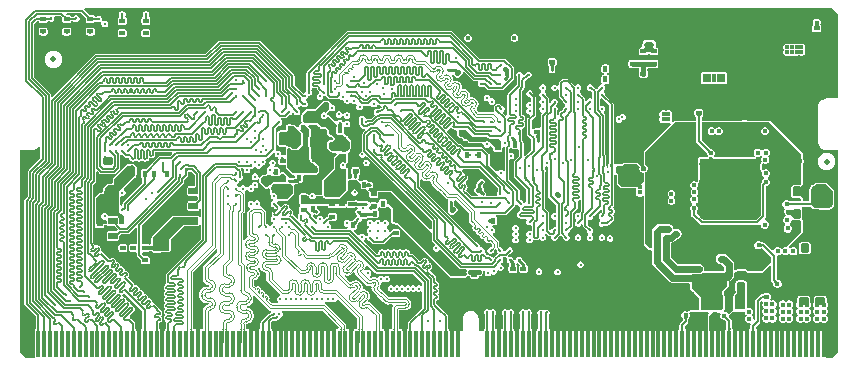
<source format=gbl>
G04*
G04 #@! TF.GenerationSoftware,Altium Limited,Altium Designer,22.5.1 (42)*
G04*
G04 Layer_Physical_Order=6*
G04 Layer_Color=16757639*
%FSLAX24Y24*%
%MOIN*%
G70*
G04*
G04 #@! TF.SameCoordinates,15B8646E-C553-4937-87EE-17013A6B0CAB*
G04*
G04*
G04 #@! TF.FilePolarity,Positive*
G04*
G01*
G75*
%ADD10C,0.0079*%
%ADD13C,0.0050*%
%ADD16C,0.0197*%
G04:AMPARAMS|DCode=17|XSize=27.6mil|YSize=31.5mil|CornerRadius=3.4mil|HoleSize=0mil|Usage=FLASHONLY|Rotation=270.000|XOffset=0mil|YOffset=0mil|HoleType=Round|Shape=RoundedRectangle|*
%AMROUNDEDRECTD17*
21,1,0.0276,0.0246,0,0,270.0*
21,1,0.0207,0.0315,0,0,270.0*
1,1,0.0069,-0.0123,-0.0103*
1,1,0.0069,-0.0123,0.0103*
1,1,0.0069,0.0123,0.0103*
1,1,0.0069,0.0123,-0.0103*
%
%ADD17ROUNDEDRECTD17*%
G04:AMPARAMS|DCode=23|XSize=50mil|YSize=35mil|CornerRadius=4.4mil|HoleSize=0mil|Usage=FLASHONLY|Rotation=270.000|XOffset=0mil|YOffset=0mil|HoleType=Round|Shape=RoundedRectangle|*
%AMROUNDEDRECTD23*
21,1,0.0500,0.0263,0,0,270.0*
21,1,0.0413,0.0350,0,0,270.0*
1,1,0.0088,-0.0131,-0.0206*
1,1,0.0088,-0.0131,0.0206*
1,1,0.0088,0.0131,0.0206*
1,1,0.0088,0.0131,-0.0206*
%
%ADD23ROUNDEDRECTD23*%
G04:AMPARAMS|DCode=24|XSize=15.7mil|YSize=19.7mil|CornerRadius=2mil|HoleSize=0mil|Usage=FLASHONLY|Rotation=180.000|XOffset=0mil|YOffset=0mil|HoleType=Round|Shape=RoundedRectangle|*
%AMROUNDEDRECTD24*
21,1,0.0157,0.0157,0,0,180.0*
21,1,0.0118,0.0197,0,0,180.0*
1,1,0.0039,-0.0059,0.0079*
1,1,0.0039,0.0059,0.0079*
1,1,0.0039,0.0059,-0.0079*
1,1,0.0039,-0.0059,-0.0079*
%
%ADD24ROUNDEDRECTD24*%
G04:AMPARAMS|DCode=25|XSize=15.7mil|YSize=19.7mil|CornerRadius=2mil|HoleSize=0mil|Usage=FLASHONLY|Rotation=270.000|XOffset=0mil|YOffset=0mil|HoleType=Round|Shape=RoundedRectangle|*
%AMROUNDEDRECTD25*
21,1,0.0157,0.0157,0,0,270.0*
21,1,0.0118,0.0197,0,0,270.0*
1,1,0.0039,-0.0079,-0.0059*
1,1,0.0039,-0.0079,0.0059*
1,1,0.0039,0.0079,0.0059*
1,1,0.0039,0.0079,-0.0059*
%
%ADD25ROUNDEDRECTD25*%
G04:AMPARAMS|DCode=28|XSize=27.6mil|YSize=31.5mil|CornerRadius=3.4mil|HoleSize=0mil|Usage=FLASHONLY|Rotation=180.000|XOffset=0mil|YOffset=0mil|HoleType=Round|Shape=RoundedRectangle|*
%AMROUNDEDRECTD28*
21,1,0.0276,0.0246,0,0,180.0*
21,1,0.0207,0.0315,0,0,180.0*
1,1,0.0069,-0.0103,0.0123*
1,1,0.0069,0.0103,0.0123*
1,1,0.0069,0.0103,-0.0123*
1,1,0.0069,-0.0103,-0.0123*
%
%ADD28ROUNDEDRECTD28*%
%ADD33C,0.0177*%
%ADD47C,0.0050*%
%ADD48C,0.0043*%
%ADD49C,0.0043*%
%ADD50R,0.0138X0.0886*%
%ADD52C,0.0118*%
%ADD53C,0.0100*%
%ADD54C,0.0051*%
%ADD55C,0.0050*%
%ADD56C,0.0118*%
%ADD57C,0.0157*%
%ADD58C,0.0315*%
%ADD59C,0.0150*%
%ADD61C,0.0157*%
%ADD62C,0.0200*%
%ADD67C,0.0236*%
G04:AMPARAMS|DCode=73|XSize=31.5mil|YSize=22.8mil|CornerRadius=2.9mil|HoleSize=0mil|Usage=FLASHONLY|Rotation=180.000|XOffset=0mil|YOffset=0mil|HoleType=Round|Shape=RoundedRectangle|*
%AMROUNDEDRECTD73*
21,1,0.0315,0.0171,0,0,180.0*
21,1,0.0258,0.0228,0,0,180.0*
1,1,0.0057,-0.0129,0.0086*
1,1,0.0057,0.0129,0.0086*
1,1,0.0057,0.0129,-0.0086*
1,1,0.0057,-0.0129,-0.0086*
%
%ADD73ROUNDEDRECTD73*%
G04:AMPARAMS|DCode=74|XSize=13.8mil|YSize=23.6mil|CornerRadius=1.7mil|HoleSize=0mil|Usage=FLASHONLY|Rotation=90.000|XOffset=0mil|YOffset=0mil|HoleType=Round|Shape=RoundedRectangle|*
%AMROUNDEDRECTD74*
21,1,0.0138,0.0202,0,0,90.0*
21,1,0.0103,0.0236,0,0,90.0*
1,1,0.0034,0.0101,0.0052*
1,1,0.0034,0.0101,-0.0052*
1,1,0.0034,-0.0101,-0.0052*
1,1,0.0034,-0.0101,0.0052*
%
%ADD74ROUNDEDRECTD74*%
G04:AMPARAMS|DCode=75|XSize=13.8mil|YSize=22mil|CornerRadius=1.7mil|HoleSize=0mil|Usage=FLASHONLY|Rotation=90.000|XOffset=0mil|YOffset=0mil|HoleType=Round|Shape=RoundedRectangle|*
%AMROUNDEDRECTD75*
21,1,0.0138,0.0186,0,0,90.0*
21,1,0.0103,0.0220,0,0,90.0*
1,1,0.0034,0.0093,0.0052*
1,1,0.0034,0.0093,-0.0052*
1,1,0.0034,-0.0093,-0.0052*
1,1,0.0034,-0.0093,0.0052*
%
%ADD75ROUNDEDRECTD75*%
G04:AMPARAMS|DCode=76|XSize=35.4mil|YSize=31.5mil|CornerRadius=3.9mil|HoleSize=0mil|Usage=FLASHONLY|Rotation=90.000|XOffset=0mil|YOffset=0mil|HoleType=Round|Shape=RoundedRectangle|*
%AMROUNDEDRECTD76*
21,1,0.0354,0.0236,0,0,90.0*
21,1,0.0276,0.0315,0,0,90.0*
1,1,0.0079,0.0118,0.0138*
1,1,0.0079,0.0118,-0.0138*
1,1,0.0079,-0.0118,-0.0138*
1,1,0.0079,-0.0118,0.0138*
%
%ADD76ROUNDEDRECTD76*%
G04:AMPARAMS|DCode=77|XSize=15.7mil|YSize=19.7mil|CornerRadius=2mil|HoleSize=0mil|Usage=FLASHONLY|Rotation=225.000|XOffset=0mil|YOffset=0mil|HoleType=Round|Shape=RoundedRectangle|*
%AMROUNDEDRECTD77*
21,1,0.0157,0.0157,0,0,225.0*
21,1,0.0118,0.0197,0,0,225.0*
1,1,0.0039,-0.0097,0.0014*
1,1,0.0039,-0.0014,0.0097*
1,1,0.0039,0.0097,-0.0014*
1,1,0.0039,0.0014,-0.0097*
%
%ADD77ROUNDEDRECTD77*%
G04:AMPARAMS|DCode=78|XSize=15.7mil|YSize=19.7mil|CornerRadius=2mil|HoleSize=0mil|Usage=FLASHONLY|Rotation=150.000|XOffset=0mil|YOffset=0mil|HoleType=Round|Shape=RoundedRectangle|*
%AMROUNDEDRECTD78*
21,1,0.0157,0.0157,0,0,150.0*
21,1,0.0118,0.0197,0,0,150.0*
1,1,0.0039,-0.0012,0.0098*
1,1,0.0039,0.0091,0.0039*
1,1,0.0039,0.0012,-0.0098*
1,1,0.0039,-0.0091,-0.0039*
%
%ADD78ROUNDEDRECTD78*%
G04:AMPARAMS|DCode=79|XSize=15.7mil|YSize=19.7mil|CornerRadius=2mil|HoleSize=0mil|Usage=FLASHONLY|Rotation=250.000|XOffset=0mil|YOffset=0mil|HoleType=Round|Shape=RoundedRectangle|*
%AMROUNDEDRECTD79*
21,1,0.0157,0.0157,0,0,250.0*
21,1,0.0118,0.0197,0,0,250.0*
1,1,0.0039,-0.0094,-0.0029*
1,1,0.0039,-0.0054,0.0082*
1,1,0.0039,0.0094,0.0029*
1,1,0.0039,0.0054,-0.0082*
%
%ADD79ROUNDEDRECTD79*%
G04:AMPARAMS|DCode=80|XSize=15.7mil|YSize=19.7mil|CornerRadius=2mil|HoleSize=0mil|Usage=FLASHONLY|Rotation=135.000|XOffset=0mil|YOffset=0mil|HoleType=Round|Shape=RoundedRectangle|*
%AMROUNDEDRECTD80*
21,1,0.0157,0.0157,0,0,135.0*
21,1,0.0118,0.0197,0,0,135.0*
1,1,0.0039,0.0014,0.0097*
1,1,0.0039,0.0097,0.0014*
1,1,0.0039,-0.0014,-0.0097*
1,1,0.0039,-0.0097,-0.0014*
%
%ADD80ROUNDEDRECTD80*%
G36*
X2096Y11484D02*
X2113Y11470D01*
X2121Y11464D01*
X2129Y11460D01*
X2136Y11457D01*
X2142Y11456D01*
X2148Y11455D01*
X2153Y11456D01*
X2158Y11458D01*
X2065Y11405D01*
X2069Y11408D01*
X2072Y11412D01*
X2072Y11417D01*
X2071Y11422D01*
X2069Y11429D01*
X2065Y11437D01*
X2059Y11445D01*
X2051Y11454D01*
X2042Y11465D01*
X2032Y11476D01*
X2086Y11493D01*
X2096Y11484D01*
D02*
G37*
G36*
X1308D02*
X1326Y11470D01*
X1334Y11464D01*
X1341Y11460D01*
X1348Y11457D01*
X1355Y11456D01*
X1361Y11455D01*
X1366Y11456D01*
X1371Y11458D01*
X1278Y11405D01*
X1282Y11408D01*
X1284Y11412D01*
X1285Y11417D01*
X1284Y11422D01*
X1281Y11429D01*
X1277Y11437D01*
X1271Y11445D01*
X1264Y11454D01*
X1255Y11465D01*
X1244Y11476D01*
X1299Y11493D01*
X1308Y11484D01*
D02*
G37*
G36*
X824Y11350D02*
X821Y11352D01*
X817Y11354D01*
X813Y11356D01*
X809Y11358D01*
X804Y11359D01*
X799Y11360D01*
X794Y11361D01*
X788Y11362D01*
X776Y11362D01*
X767Y11413D01*
X773Y11413D01*
X779Y11414D01*
X784Y11415D01*
X789Y11416D01*
X793Y11418D01*
X798Y11420D01*
X801Y11422D01*
X805Y11425D01*
X808Y11428D01*
X811Y11431D01*
X824Y11350D01*
D02*
G37*
G36*
X1674Y11342D02*
X1670Y11343D01*
X1666Y11344D01*
X1661Y11345D01*
X1650Y11346D01*
X1635Y11347D01*
X1607Y11348D01*
X1603Y11399D01*
X1609Y11399D01*
X1614Y11400D01*
X1620Y11401D01*
X1624Y11402D01*
X1629Y11404D01*
X1632Y11406D01*
X1636Y11408D01*
X1638Y11411D01*
X1641Y11415D01*
X1642Y11418D01*
X1674Y11342D01*
D02*
G37*
G36*
X2402Y11337D02*
X2399Y11340D01*
X2395Y11343D01*
X2391Y11345D01*
X2387Y11347D01*
X2383Y11349D01*
X2378Y11350D01*
X2373Y11351D01*
X2367Y11352D01*
X2362Y11353D01*
X2355Y11353D01*
X2355Y11404D01*
X2361Y11404D01*
X2367Y11404D01*
X2372Y11405D01*
X2377Y11406D01*
X2382Y11408D01*
X2387Y11410D01*
X2391Y11412D01*
X2395Y11414D01*
X2398Y11417D01*
X2402Y11420D01*
X2402Y11337D01*
D02*
G37*
G36*
X688Y11434D02*
X690Y11429D01*
X692Y11426D01*
X696Y11422D01*
X701Y11420D01*
X707Y11417D01*
X713Y11415D01*
X721Y11414D01*
X730Y11413D01*
X740Y11413D01*
Y11362D01*
X730Y11362D01*
X721Y11361D01*
X714Y11360D01*
X707Y11358D01*
X701Y11356D01*
X696Y11353D01*
X693Y11350D01*
X690Y11346D01*
X689Y11342D01*
X688Y11337D01*
X687Y11438D01*
X688Y11434D01*
D02*
G37*
G36*
X2263Y11424D02*
X2265Y11420D01*
X2268Y11416D01*
X2271Y11413D01*
X2276Y11410D01*
X2282Y11408D01*
X2288Y11406D01*
X2296Y11405D01*
X2305Y11404D01*
X2315Y11404D01*
Y11353D01*
X2305Y11353D01*
X2296Y11352D01*
X2288Y11350D01*
X2282Y11349D01*
X2276Y11346D01*
X2271Y11344D01*
X2268Y11340D01*
X2265Y11336D01*
X2263Y11332D01*
X2263Y11327D01*
Y11429D01*
X2263Y11424D01*
D02*
G37*
G36*
X493Y11326D02*
X492Y11331D01*
X491Y11335D01*
X488Y11339D01*
X485Y11342D01*
X480Y11345D01*
X474Y11347D01*
X467Y11349D01*
X460Y11350D01*
X451Y11351D01*
X441Y11351D01*
Y11402D01*
X451Y11403D01*
X460Y11403D01*
X467Y11405D01*
X474Y11406D01*
X480Y11409D01*
X485Y11412D01*
X488Y11415D01*
X491Y11419D01*
X492Y11423D01*
X493Y11428D01*
Y11326D01*
D02*
G37*
G36*
X1476Y11420D02*
X1478Y11415D01*
X1480Y11412D01*
X1484Y11408D01*
X1489Y11405D01*
X1494Y11403D01*
X1501Y11401D01*
X1509Y11400D01*
X1518Y11399D01*
X1528Y11399D01*
Y11348D01*
X1518Y11348D01*
X1509Y11347D01*
X1501Y11346D01*
X1494Y11344D01*
X1489Y11342D01*
X1484Y11339D01*
X1480Y11336D01*
X1478Y11332D01*
X1476Y11327D01*
X1476Y11323D01*
Y11425D01*
X1476Y11420D01*
D02*
G37*
G36*
X27094Y11545D02*
Y8732D01*
X26732D01*
Y8734D01*
X26647Y8723D01*
X26568Y8690D01*
X26500Y8638D01*
X26448Y8570D01*
X26415Y8491D01*
X26404Y8406D01*
X26405D01*
X26405Y8406D01*
Y7343D01*
X26405Y7343D01*
X26404D01*
X26415Y7258D01*
X26448Y7178D01*
X26500Y7110D01*
X26568Y7058D01*
X26647Y7025D01*
X26732Y7014D01*
Y7016D01*
X26732Y7016D01*
X27094D01*
Y266D01*
X26900Y71D01*
X26673D01*
Y993D01*
X24420D01*
X24374Y1002D01*
X24371Y1009D01*
Y1053D01*
X24346D01*
X24344Y1068D01*
X24344Y1081D01*
X24342Y1087D01*
Y1105D01*
X24473Y1236D01*
X24493Y1265D01*
X24500Y1300D01*
Y1935D01*
X24555Y1990D01*
X24558Y1988D01*
X24564Y1977D01*
X24577Y1928D01*
X24562Y1893D01*
Y1837D01*
X24583Y1786D01*
X24622Y1748D01*
X24583Y1710D01*
X24562Y1659D01*
Y1604D01*
X24583Y1553D01*
X24622Y1515D01*
X24583Y1477D01*
X24562Y1426D01*
Y1371D01*
X24583Y1320D01*
X24622Y1281D01*
X24673Y1260D01*
X24728D01*
X24779Y1281D01*
X24801Y1302D01*
X24824Y1279D01*
X24875Y1258D01*
X24930D01*
X24981Y1279D01*
X25020Y1318D01*
X25041Y1369D01*
Y1424D01*
X25020Y1475D01*
X24982Y1513D01*
X25020Y1551D01*
X25041Y1602D01*
Y1657D01*
X25020Y1708D01*
X24982Y1747D01*
X25020Y1785D01*
X25041Y1836D01*
Y1891D01*
X25020Y1942D01*
X24981Y1981D01*
X24930Y2002D01*
X24875D01*
X24840Y1987D01*
X24812Y2030D01*
X24822Y2040D01*
X24843Y2091D01*
Y2146D01*
X24822Y2197D01*
X24783Y2236D01*
X24732Y2257D01*
X24677D01*
X24626Y2236D01*
X24614Y2224D01*
X24605Y2220D01*
X24602Y2218D01*
X24602Y2217D01*
X24600Y2217D01*
X24599Y2216D01*
X24596Y2215D01*
X24593Y2214D01*
X24589Y2213D01*
X24584Y2212D01*
X24579Y2212D01*
X24571Y2212D01*
X24566Y2209D01*
X24554D01*
X24520Y2203D01*
X24490Y2183D01*
X24344Y2037D01*
X24324Y2007D01*
X24317Y1972D01*
Y1361D01*
X24308Y1356D01*
X24260Y1386D01*
Y1417D01*
X24239Y1467D01*
X24200Y1506D01*
X24199Y1510D01*
X24232Y1543D01*
X24254Y1594D01*
Y1649D01*
X24232Y1700D01*
X24193Y1739D01*
X24143Y1760D01*
X24087D01*
X24054Y1782D01*
Y2138D01*
X24052Y2150D01*
X24053Y2152D01*
X24050Y2161D01*
X24048Y2169D01*
X24048Y2178D01*
X24046Y2181D01*
X24046Y2183D01*
X24039Y2290D01*
X24039Y2290D01*
X24040Y2301D01*
X24040Y2304D01*
X24041Y2304D01*
X24041Y2305D01*
X24041Y2308D01*
X24040Y2313D01*
X24040Y2314D01*
X24040Y2314D01*
X24044Y2323D01*
X24043Y2326D01*
X24045Y2336D01*
Y2582D01*
X24038Y2615D01*
X24019Y2643D01*
X23991Y2662D01*
X23959Y2668D01*
X23752D01*
X23719Y2662D01*
X23691Y2643D01*
X23672Y2615D01*
X23666Y2582D01*
Y2336D01*
X23668Y2326D01*
X23666Y2323D01*
X23670Y2314D01*
X23672Y2307D01*
X23672Y2299D01*
X23675Y2294D01*
X23676Y2288D01*
X23677Y2285D01*
X23673Y2270D01*
X23666Y2253D01*
X23659Y2239D01*
X23652Y2229D01*
X23644Y2220D01*
X23632Y2211D01*
X23631Y2209D01*
X23629Y2208D01*
X23625Y2200D01*
X23608Y2174D01*
X23601Y2138D01*
Y1725D01*
X23602Y1718D01*
X23585Y1674D01*
X23566Y1662D01*
X23544Y1652D01*
X23544Y1652D01*
X23445Y1553D01*
X23417Y1559D01*
X23378Y1598D01*
X23327Y1619D01*
X23308D01*
X23300Y1630D01*
X23286Y1669D01*
X23299Y1689D01*
X23306Y1725D01*
Y2138D01*
X23299Y2174D01*
X23285Y2195D01*
Y2303D01*
X23424Y2442D01*
X23440Y2480D01*
X23440Y2480D01*
Y2631D01*
X23471Y2637D01*
X23527Y2674D01*
X23576Y2723D01*
X23613Y2779D01*
X23626Y2844D01*
Y2916D01*
X23676Y2962D01*
X23690Y2962D01*
X23706Y2967D01*
X23722Y2971D01*
X23741Y2983D01*
X23758Y2987D01*
X23994D01*
X24011Y2983D01*
X24021Y2977D01*
X24028Y2967D01*
X24028Y2964D01*
X24037Y2951D01*
X24043Y2936D01*
X24048Y2934D01*
X24051Y2930D01*
X24067Y2927D01*
X24081Y2921D01*
X24549D01*
X24588Y2936D01*
X24813Y3161D01*
X24859Y3142D01*
Y2666D01*
X24866Y2631D01*
X24886Y2601D01*
X24904Y2583D01*
X24906Y2577D01*
X24911Y2572D01*
X24915Y2568D01*
X24918Y2564D01*
X24920Y2560D01*
X24922Y2557D01*
X24923Y2555D01*
X24923Y2553D01*
X24924Y2552D01*
X24924Y2551D01*
X24924Y2547D01*
X24928Y2539D01*
Y2521D01*
X24949Y2470D01*
X24988Y2431D01*
X25039Y2410D01*
X25094D01*
X25145Y2431D01*
X25184Y2470D01*
X25205Y2521D01*
Y2576D01*
X25184Y2627D01*
X25145Y2666D01*
X25094Y2688D01*
X25077D01*
X25068Y2692D01*
X25065Y2692D01*
X25064Y2692D01*
X25062Y2692D01*
X25061Y2693D01*
X25058Y2694D01*
X25055Y2696D01*
X25052Y2698D01*
X25048Y2701D01*
X25044Y2704D01*
X25041Y2707D01*
Y3459D01*
X25048Y3484D01*
X25087Y3505D01*
X25109D01*
X25160Y3526D01*
X25175Y3541D01*
X25208Y3560D01*
X25241Y3541D01*
X25256Y3526D01*
X25307Y3505D01*
X25362D01*
X25413Y3526D01*
X25430Y3544D01*
X25469Y3556D01*
X25494Y3543D01*
X25517Y3520D01*
X25568Y3499D01*
X25623D01*
X25674Y3520D01*
X25713Y3559D01*
X25734Y3610D01*
Y3665D01*
X25713Y3716D01*
X25674Y3755D01*
X25623Y3776D01*
X25568D01*
X25517Y3755D01*
X25499Y3738D01*
X25499Y3738D01*
X25441Y3769D01*
X25436Y3785D01*
X25904Y4253D01*
X25920Y4291D01*
X25920Y4291D01*
Y4638D01*
X25918Y4642D01*
X25920Y4647D01*
X25911Y4661D01*
X25904Y4676D01*
X25890Y4724D01*
X25892Y4726D01*
X25898Y4759D01*
Y5005D01*
X25892Y5038D01*
X25873Y5066D01*
X25869Y5068D01*
X25884Y5118D01*
X26183D01*
X26249Y5053D01*
X26287Y5037D01*
X26287Y5037D01*
X26437D01*
X26464Y5031D01*
X26465Y5031D01*
X26469Y5031D01*
X26483Y5025D01*
X26775D01*
X26813Y5040D01*
X26821Y5048D01*
X26848D01*
X26899Y5070D01*
X26938Y5109D01*
X26959Y5159D01*
Y5206D01*
X26962Y5211D01*
X26962Y5211D01*
Y5303D01*
X26966Y5314D01*
Y5369D01*
X26962Y5380D01*
Y5652D01*
X26962Y5652D01*
X26946Y5690D01*
X26946Y5690D01*
X26731Y5904D01*
X26731Y5904D01*
X26731Y5905D01*
X26712Y5912D01*
X26693Y5920D01*
X26693Y5920D01*
X26693Y5920D01*
X26345Y5919D01*
X26326Y5911D01*
X26307Y5903D01*
X26243Y5839D01*
X26235D01*
X26202Y5832D01*
X26174Y5814D01*
X26156Y5786D01*
X26149Y5753D01*
Y5745D01*
X26143Y5739D01*
X26127Y5700D01*
X26127Y5700D01*
Y5301D01*
X25920D01*
Y5386D01*
X25918Y5390D01*
X25920Y5395D01*
X25911Y5409D01*
X25904Y5424D01*
X25900Y5426D01*
X25898Y5430D01*
X25848Y5466D01*
X25847Y5466D01*
X25846Y5467D01*
X25827Y5470D01*
X25818Y5473D01*
X25812Y5475D01*
X25808D01*
X25807Y5475D01*
X25807Y5475D01*
X25611D01*
X25593Y5478D01*
X25583Y5485D01*
X25577Y5495D01*
X25573Y5512D01*
Y5748D01*
X25577Y5765D01*
X25583Y5775D01*
X25593Y5782D01*
X25611Y5785D01*
X25807D01*
X25807Y5785D01*
X25808Y5785D01*
X25812D01*
X25818Y5787D01*
X25827Y5789D01*
X25846Y5793D01*
X25847Y5794D01*
X25848Y5794D01*
X25898Y5830D01*
X25900Y5834D01*
X25904Y5836D01*
X25911Y5851D01*
X25920Y5865D01*
X25918Y5870D01*
X25920Y5874D01*
Y6552D01*
X25927Y6559D01*
X25948Y6610D01*
Y6665D01*
X25927Y6716D01*
X25920Y6723D01*
Y6867D01*
X25920Y6867D01*
X25904Y6905D01*
X25316Y7493D01*
X25310Y7496D01*
X25307Y7500D01*
X25288Y7513D01*
X25275Y7532D01*
X25271Y7534D01*
X25269Y7541D01*
X24837Y7972D01*
X24799Y7988D01*
X24799Y7988D01*
X24058D01*
X24042Y8004D01*
X23991Y8025D01*
X23936D01*
X23885Y8004D01*
X23869Y7988D01*
X23774D01*
X23773Y7989D01*
X23718D01*
X23716Y7988D01*
X22541D01*
Y8086D01*
X22543Y8091D01*
X22544Y8104D01*
X22545Y8114D01*
X22546Y8122D01*
X22546Y8123D01*
X22556Y8125D01*
X22579Y8141D01*
X22594Y8164D01*
X22600Y8191D01*
Y8309D01*
X22594Y8336D01*
X22579Y8359D01*
X22556Y8375D01*
X22529Y8380D01*
X22371D01*
X22344Y8375D01*
X22321Y8359D01*
X22306Y8336D01*
X22300Y8309D01*
Y8191D01*
X22306Y8164D01*
X22321Y8141D01*
X22344Y8125D01*
X22354Y8123D01*
X22354Y8122D01*
X22355Y8114D01*
X22356Y8104D01*
X22357Y8091D01*
X22359Y8086D01*
Y7988D01*
X21655D01*
X21655Y7988D01*
X21616Y7972D01*
X21601Y7957D01*
X21558Y7985D01*
X21569Y8011D01*
Y8066D01*
X21548Y8117D01*
X21548Y8117D01*
X21548Y8117D01*
X21569Y8168D01*
Y8223D01*
X21548Y8274D01*
X21509Y8313D01*
X21458Y8334D01*
X21403D01*
X21352Y8313D01*
X21352Y8313D01*
X21352Y8313D01*
X21301Y8334D01*
X21245D01*
X21195Y8313D01*
X21156Y8274D01*
X21134Y8223D01*
Y8168D01*
X21156Y8117D01*
X21156Y8117D01*
X21156Y8117D01*
X21134Y8066D01*
Y8011D01*
X21156Y7960D01*
X21195Y7921D01*
X21245Y7900D01*
X21301D01*
X21352Y7921D01*
X21352Y7921D01*
X21352Y7921D01*
X21403Y7900D01*
X21458D01*
X21484Y7910D01*
X21512Y7868D01*
X20631Y6987D01*
X20631Y6987D01*
X20615Y6949D01*
X20615Y6949D01*
Y6517D01*
X20619Y6507D01*
Y6496D01*
X20627Y6488D01*
X20631Y6478D01*
X20640Y6475D01*
X20671Y6443D01*
X20684Y6412D01*
Y6379D01*
X20671Y6348D01*
X20640Y6316D01*
X20631Y6313D01*
X20629Y6308D01*
X20621Y6308D01*
X20615Y6311D01*
X20587D01*
X20582Y6311D01*
X20552Y6324D01*
X20528Y6348D01*
X20515Y6379D01*
Y6412D01*
X20524Y6434D01*
Y6445D01*
X20528Y6455D01*
X20524Y6465D01*
Y6476D01*
X20517Y6483D01*
X20513Y6493D01*
X20432Y6574D01*
X20394Y6590D01*
X20394Y6590D01*
X19961D01*
X19922Y6574D01*
X19922Y6574D01*
X19888Y6539D01*
X19727D01*
X19694Y6533D01*
X19693Y6532D01*
X19685Y6532D01*
X19635Y6551D01*
X19627Y6571D01*
X19625Y6573D01*
X19623Y6579D01*
X19622Y6581D01*
X19622Y6581D01*
X19622Y6581D01*
X19622Y6582D01*
X19621Y6583D01*
X19621Y6584D01*
X19621Y6586D01*
X19620Y6592D01*
X19620Y6596D01*
X19617Y6602D01*
Y8530D01*
X19617Y8530D01*
X19611Y8559D01*
X19595Y8584D01*
X19595Y8584D01*
X19335Y8844D01*
X19332Y8850D01*
X19329Y8853D01*
X19328Y8855D01*
X19327Y8857D01*
X19326Y8858D01*
X19326Y8858D01*
X19326Y8860D01*
X19325Y8860D01*
X19325Y8860D01*
X19325Y8860D01*
X19322Y8869D01*
Y8880D01*
X19305Y8920D01*
X19274Y8951D01*
Y9002D01*
X19305Y9033D01*
X19322Y9073D01*
Y9116D01*
X19305Y9156D01*
X19293Y9169D01*
X19313Y9219D01*
X19392D01*
X19419Y9224D01*
X19442Y9239D01*
X19458Y9262D01*
X19463Y9290D01*
Y9447D01*
X19458Y9474D01*
X19442Y9497D01*
X19419Y9513D01*
X19392Y9518D01*
X19389Y9566D01*
X19416Y9572D01*
X19439Y9587D01*
X19454Y9610D01*
X19460Y9637D01*
Y9795D01*
X19454Y9822D01*
X19439Y9845D01*
X19416Y9860D01*
X19389Y9866D01*
X19270D01*
X19243Y9860D01*
X19220Y9845D01*
X19205Y9822D01*
X19199Y9795D01*
Y9741D01*
X19198Y9737D01*
Y9686D01*
X19199Y9681D01*
Y9637D01*
X19205Y9610D01*
X19220Y9587D01*
X19243Y9572D01*
X19270Y9566D01*
X19274Y9518D01*
X19247Y9513D01*
X19224Y9497D01*
X19209Y9474D01*
X19203Y9447D01*
Y9394D01*
X19201Y9389D01*
Y9338D01*
X19203Y9334D01*
Y9290D01*
X19209Y9262D01*
X19214Y9254D01*
X19196Y9208D01*
X19192Y9204D01*
X19191D01*
X19151Y9187D01*
X19120Y9156D01*
X19104Y9116D01*
Y9105D01*
X19100Y9097D01*
X19100Y9097D01*
X19100Y9097D01*
X19099Y9096D01*
X19099Y9095D01*
X19099Y9094D01*
X19098Y9093D01*
X19097Y9092D01*
X19096Y9090D01*
X19093Y9086D01*
X19090Y9080D01*
X19070Y9060D01*
X19000Y9061D01*
X18959Y9102D01*
X18957Y9108D01*
X18942Y9123D01*
X18922Y9144D01*
X18918Y9149D01*
X18917Y9150D01*
X18917Y9150D01*
X18917Y9150D01*
X18916Y9151D01*
X18913Y9153D01*
X18911Y9156D01*
X18881Y9187D01*
X18841Y9204D01*
X18797D01*
X18757Y9187D01*
X18726Y9156D01*
X18710Y9116D01*
Y9073D01*
X18726Y9033D01*
X18757Y9002D01*
X18797Y8985D01*
X18841D01*
X18851Y8990D01*
X18853Y8989D01*
X18855Y8987D01*
X18859Y8986D01*
X18902Y8943D01*
Y8758D01*
X18852Y8726D01*
X18841Y8731D01*
X18797D01*
X18757Y8715D01*
X18726Y8684D01*
X18710Y8644D01*
X18661Y8647D01*
Y8699D01*
X18661Y8699D01*
X18655Y8728D01*
X18639Y8753D01*
X18639Y8753D01*
X18547Y8844D01*
X18545Y8850D01*
X18542Y8853D01*
X18540Y8855D01*
X18539Y8857D01*
X18539Y8858D01*
X18538Y8858D01*
X18538Y8860D01*
X18538Y8860D01*
X18538Y8860D01*
X18538Y8860D01*
X18534Y8869D01*
Y8880D01*
X18518Y8920D01*
X18487Y8951D01*
Y9002D01*
X18518Y9033D01*
X18534Y9073D01*
Y9116D01*
X18518Y9156D01*
X18487Y9187D01*
X18447Y9204D01*
X18404D01*
X18363Y9187D01*
X18333Y9156D01*
X18332Y9156D01*
X18127Y9362D01*
X18102Y9379D01*
X18073Y9384D01*
X17930D01*
X17930Y9384D01*
X17901Y9379D01*
X17876Y9362D01*
X17801Y9287D01*
X17785Y9263D01*
X17779Y9233D01*
Y9169D01*
X17736Y9158D01*
X17729Y9158D01*
X17700Y9187D01*
X17659Y9204D01*
X17616D01*
X17576Y9187D01*
X17545Y9156D01*
X17529Y9116D01*
Y9073D01*
X17545Y9033D01*
X17576Y9002D01*
X17616Y8985D01*
X17659D01*
X17700Y9002D01*
X17729Y9031D01*
X17736Y9031D01*
X17779Y9019D01*
Y8798D01*
X17785Y8769D01*
X17801Y8744D01*
X17909Y8636D01*
X17912Y8630D01*
X17915Y8627D01*
X17916Y8625D01*
X17917Y8623D01*
X17918Y8622D01*
X17918Y8622D01*
X17918Y8621D01*
X17919Y8620D01*
X17919Y8620D01*
X17919Y8620D01*
X17922Y8612D01*
Y8600D01*
X17939Y8560D01*
X17970Y8530D01*
Y8478D01*
X17939Y8448D01*
X17922Y8408D01*
Y8396D01*
X17919Y8388D01*
X17919Y8388D01*
X17919Y8388D01*
X17918Y8387D01*
X17918Y8386D01*
X17918Y8385D01*
X17917Y8384D01*
X17916Y8383D01*
X17915Y8381D01*
X17912Y8378D01*
X17909Y8372D01*
X17859Y8321D01*
X17801Y8263D01*
X17801Y8263D01*
X17800Y8263D01*
X17799Y8263D01*
X17773Y8223D01*
X17764Y8181D01*
X17714Y8186D01*
Y8290D01*
X17717Y8295D01*
X17717Y8300D01*
X17717Y8302D01*
X17717Y8304D01*
X17718Y8305D01*
X17718Y8306D01*
X17719Y8307D01*
X17719Y8307D01*
X17719Y8307D01*
X17719Y8308D01*
X17722Y8316D01*
X17730Y8324D01*
X17747Y8364D01*
Y8408D01*
X17730Y8448D01*
X17700Y8478D01*
X17691Y8518D01*
X17706Y8533D01*
X17707Y8537D01*
X17730Y8560D01*
X17747Y8600D01*
Y8644D01*
X17730Y8684D01*
X17700Y8715D01*
X17659Y8731D01*
X17616D01*
X17576Y8715D01*
X17545Y8684D01*
X17529Y8644D01*
Y8600D01*
X17536Y8583D01*
X17532Y8580D01*
X17506Y8566D01*
X17458Y8591D01*
Y8721D01*
X17452Y8750D01*
X17435Y8775D01*
X17366Y8844D01*
X17364Y8850D01*
X17361Y8853D01*
X17359Y8855D01*
X17358Y8857D01*
X17358Y8858D01*
X17357Y8858D01*
X17357Y8860D01*
X17357Y8860D01*
X17357Y8860D01*
X17357Y8860D01*
X17353Y8869D01*
Y8880D01*
X17337Y8920D01*
X17306Y8951D01*
Y9002D01*
X17337Y9033D01*
X17353Y9073D01*
Y9116D01*
X17337Y9156D01*
X17306Y9187D01*
X17266Y9204D01*
X17222D01*
X17182Y9187D01*
X17152Y9156D01*
X17135Y9116D01*
Y9073D01*
X17152Y9033D01*
X17182Y9002D01*
Y8951D01*
X17152Y8920D01*
X17135Y8880D01*
Y8837D01*
X17152Y8796D01*
X17182Y8766D01*
Y8715D01*
X17152Y8684D01*
X17135Y8644D01*
Y8600D01*
X17152Y8560D01*
X17182Y8530D01*
Y8478D01*
X17152Y8448D01*
X17135Y8408D01*
Y8364D01*
X17152Y8324D01*
X17182Y8293D01*
X17200Y8286D01*
X17216Y8231D01*
X17196Y8211D01*
X17179Y8186D01*
X17174Y8157D01*
Y7768D01*
X17129Y7730D01*
X16971D01*
X16944Y7725D01*
X16926Y7713D01*
X16902Y7719D01*
X16876Y7733D01*
Y8003D01*
X16999Y8126D01*
X17016Y8151D01*
X17022Y8180D01*
X17022Y8180D01*
Y8764D01*
X17016Y8793D01*
X16999Y8818D01*
X16999Y8818D01*
X16933Y8884D01*
X16931Y8890D01*
X16928Y8893D01*
X16926Y8895D01*
X16925Y8896D01*
X16925Y8897D01*
X16924Y8898D01*
X16924Y8899D01*
X16924Y8900D01*
X16924Y8900D01*
X16924Y8900D01*
X16920Y8908D01*
Y8919D01*
X16903Y8959D01*
X16873Y8990D01*
X16833Y9007D01*
X16789D01*
X16749Y8990D01*
X16719Y8959D01*
X16702Y8919D01*
Y8876D01*
X16719Y8836D01*
X16749Y8805D01*
X16789Y8789D01*
X16801D01*
X16809Y8785D01*
X16809Y8785D01*
X16809Y8785D01*
X16810Y8785D01*
X16811Y8784D01*
X16811Y8784D01*
X16812Y8783D01*
X16814Y8782D01*
X16816Y8781D01*
X16819Y8778D01*
X16825Y8775D01*
X16869Y8732D01*
Y8637D01*
X16833Y8613D01*
X16789D01*
X16749Y8596D01*
X16719Y8566D01*
X16702Y8526D01*
Y8482D01*
X16719Y8442D01*
X16723Y8438D01*
X16745Y8406D01*
X16723Y8373D01*
X16719Y8369D01*
X16702Y8329D01*
Y8285D01*
X16719Y8245D01*
X16749Y8215D01*
X16789Y8198D01*
X16805Y8148D01*
X16746Y8089D01*
X16729Y8064D01*
X16724Y8035D01*
Y7548D01*
X16729Y7518D01*
X16746Y7493D01*
X16869Y7371D01*
Y7027D01*
X16658Y6816D01*
X16608Y6837D01*
Y7259D01*
X16608Y7259D01*
X16602Y7288D01*
X16585Y7313D01*
X16550Y7348D01*
Y7479D01*
X16553Y7485D01*
X16553Y7495D01*
X16554Y7497D01*
X16555Y7504D01*
X16555Y7505D01*
X16555Y7507D01*
X16556Y7508D01*
X16556Y7509D01*
X16557Y7511D01*
X16558Y7522D01*
X16566Y7541D01*
Y7585D01*
X16553Y7616D01*
X16553Y7616D01*
X16553Y7616D01*
X16553Y7616D01*
X16552Y7625D01*
X16552Y7639D01*
X16552Y7642D01*
X16551Y7655D01*
X16550Y7674D01*
X16547Y7722D01*
X16547Y7728D01*
X16580Y7753D01*
X16588Y7754D01*
X16594Y7758D01*
X16621Y7776D01*
X16639Y7803D01*
X16643Y7810D01*
X16650Y7849D01*
X16650D01*
Y7899D01*
X16650D01*
X16643Y7938D01*
X16639Y7944D01*
X16621Y7971D01*
Y7976D01*
X16639Y8003D01*
X16643Y8010D01*
X16650Y8049D01*
X16650D01*
Y8099D01*
X16650D01*
X16643Y8138D01*
X16639Y8144D01*
X16621Y8171D01*
X16588Y8193D01*
X16549Y8200D01*
Y8338D01*
Y8995D01*
X16617Y9062D01*
X16633Y9087D01*
X16639Y9116D01*
Y9304D01*
X16742Y9406D01*
X16744Y9407D01*
X16747Y9411D01*
X16752Y9413D01*
X16755Y9416D01*
X16757Y9417D01*
X16757Y9417D01*
X16757Y9417D01*
X16758Y9418D01*
X16759Y9418D01*
X16759Y9418D01*
X16760Y9419D01*
X16793D01*
X16833Y9435D01*
X16864Y9466D01*
X16881Y9506D01*
Y9549D01*
X16864Y9589D01*
X16833Y9620D01*
X16793Y9637D01*
X16750D01*
X16710Y9620D01*
X16679Y9589D01*
X16667Y9559D01*
X16661Y9551D01*
X16660Y9549D01*
X16660Y9549D01*
X16660Y9548D01*
X16660Y9547D01*
X16659Y9545D01*
X16658Y9544D01*
X16657Y9542D01*
X16652Y9537D01*
X16649Y9534D01*
X16624Y9525D01*
X16575Y9549D01*
X16558Y9589D01*
X16528Y9620D01*
X16488Y9637D01*
X16444D01*
X16404Y9620D01*
X16374Y9589D01*
X16357Y9549D01*
Y9506D01*
X16372Y9469D01*
X16374Y9462D01*
X16375Y9460D01*
X16375Y9460D01*
X16375Y9459D01*
X16376Y9459D01*
X16376Y9457D01*
X16377Y9456D01*
X16377Y9454D01*
X16378Y9447D01*
X16378Y9443D01*
X16380Y9437D01*
Y9188D01*
X16088Y8896D01*
X16071Y8871D01*
X16065Y8842D01*
Y8498D01*
Y8223D01*
X16064D01*
X16067Y8209D01*
X16030Y8156D01*
X16006Y8153D01*
X15922Y8237D01*
X15928Y8293D01*
X15959Y8324D01*
X15975Y8364D01*
Y8408D01*
X15959Y8448D01*
X15928Y8478D01*
X15888Y8495D01*
X15876D01*
X15868Y8499D01*
X15868Y8499D01*
X15868Y8499D01*
X15868Y8499D01*
X15866Y8499D01*
X15866Y8499D01*
X15865Y8500D01*
X15863Y8501D01*
X15861Y8503D01*
X15858Y8506D01*
X15852Y8508D01*
X15838Y8522D01*
X15813Y8539D01*
X15784Y8545D01*
X15727D01*
X15698Y8539D01*
X15683Y8528D01*
X15680Y8526D01*
X15644Y8560D01*
X15646Y8565D01*
X15660Y8600D01*
Y8644D01*
X15644Y8684D01*
X15613Y8715D01*
X15573Y8731D01*
X15529D01*
X15503Y8749D01*
Y8762D01*
X15486Y8802D01*
X15455Y8833D01*
X15415Y8849D01*
X15372D01*
X15332Y8833D01*
X15301Y8802D01*
X15285Y8762D01*
Y8718D01*
X15301Y8678D01*
X15332Y8648D01*
X15372Y8631D01*
X15415D01*
X15442Y8613D01*
Y8600D01*
X15459Y8560D01*
X15489Y8530D01*
X15529Y8513D01*
X15573D01*
X15608Y8527D01*
X15613Y8530D01*
X15646Y8495D01*
X15644Y8491D01*
X15629Y8470D01*
X15624Y8441D01*
Y8350D01*
X15629Y8321D01*
X15631Y8319D01*
X15609Y8289D01*
X15597Y8279D01*
X15574Y8284D01*
X15114D01*
X15050Y8348D01*
X15047Y8397D01*
Y8397D01*
X15093Y8466D01*
X15109Y8546D01*
X15093Y8627D01*
X15077Y8651D01*
X15076Y8655D01*
X15061Y8679D01*
X15061Y8679D01*
X15011Y8728D01*
X14987Y8744D01*
X14983Y8745D01*
X14959Y8761D01*
X14879Y8777D01*
X14865Y8774D01*
X14830Y8810D01*
X14833Y8823D01*
X14816Y8904D01*
X14801Y8928D01*
X14800Y8932D01*
X14784Y8955D01*
X14734Y9005D01*
X14711Y9021D01*
X14707Y9022D01*
X14683Y9038D01*
X14602Y9054D01*
X14588Y9051D01*
X14553Y9086D01*
X14556Y9100D01*
X14540Y9180D01*
X14524Y9204D01*
X14523Y9208D01*
X14507Y9232D01*
X14507Y9232D01*
X14457Y9282D01*
X14434Y9298D01*
X14430Y9298D01*
X14406Y9314D01*
X14325Y9330D01*
X14302Y9326D01*
X14267Y9361D01*
X14267Y9365D01*
X14251Y9445D01*
X14235Y9469D01*
X14235Y9473D01*
X14219Y9497D01*
X14219Y9497D01*
X14216Y9500D01*
X14221Y9523D01*
X14238Y9548D01*
X14247Y9547D01*
X14260Y9528D01*
X14344Y9445D01*
X14367Y9429D01*
X14394Y9424D01*
X14421Y9429D01*
X14444Y9445D01*
X14555Y9556D01*
X14571Y9579D01*
X14574Y9597D01*
X14602Y9612D01*
X14625Y9617D01*
X14908Y9334D01*
X14933Y9318D01*
X14962Y9312D01*
X14962Y9312D01*
X15071D01*
X15082Y9299D01*
X15099Y9262D01*
X15088Y9234D01*
Y9191D01*
X15104Y9151D01*
X15135Y9120D01*
X15175Y9104D01*
X15219D01*
X15258Y9120D01*
X15263Y9121D01*
X15265Y9122D01*
X15265Y9122D01*
X15266Y9123D01*
X15267Y9123D01*
X15268Y9123D01*
X15270Y9124D01*
X15271Y9124D01*
X15278Y9125D01*
X15282Y9125D01*
X15288Y9127D01*
X15299D01*
X15407Y9020D01*
X15432Y9003D01*
X15461Y8998D01*
X15878D01*
X15907Y9003D01*
X15932Y9020D01*
X16266Y9355D01*
X16283Y9379D01*
X16289Y9409D01*
X16289Y9409D01*
Y9738D01*
X16283Y9767D01*
X16266Y9792D01*
X16020Y10038D01*
X15995Y10055D01*
X15966Y10061D01*
X15139D01*
X14245Y10954D01*
X14221Y10971D01*
X14191Y10976D01*
X10750D01*
X10721Y10971D01*
X10696Y10954D01*
X9391Y9649D01*
X9375Y9625D01*
X9369Y9595D01*
Y9025D01*
X9366Y9019D01*
X9366Y9015D01*
X9366Y9012D01*
X9366Y9010D01*
X9365Y9009D01*
X9365Y9009D01*
X9364Y9008D01*
X9364Y9007D01*
X9364Y9007D01*
X9364Y9007D01*
X9361Y8998D01*
X9353Y8990D01*
X9336Y8950D01*
X9333Y8908D01*
X9289Y8908D01*
X9252Y8893D01*
X8970Y9175D01*
Y9486D01*
X8964Y9516D01*
X8947Y9540D01*
X7854Y10633D01*
X7829Y10650D01*
X7800Y10656D01*
X6472D01*
X6443Y10650D01*
X6418Y10633D01*
X5994Y10210D01*
X2346D01*
X2317Y10204D01*
X2292Y10188D01*
X2292Y10188D01*
X897Y8792D01*
X851Y8811D01*
Y8857D01*
X845Y8887D01*
X828Y8912D01*
X296Y9444D01*
Y11225D01*
X371Y11300D01*
X434D01*
X439Y11297D01*
X445Y11297D01*
X446Y11292D01*
X462Y11269D01*
X485Y11253D01*
X512Y11248D01*
X669D01*
X696Y11253D01*
X720Y11269D01*
X735Y11292D01*
X774Y11308D01*
X784Y11308D01*
X786Y11308D01*
X788Y11307D01*
X790Y11307D01*
X792Y11306D01*
X792Y11306D01*
X793Y11306D01*
X793Y11306D01*
X794Y11305D01*
X802Y11303D01*
X837Y11288D01*
X881D01*
X921Y11305D01*
X952Y11336D01*
X968Y11376D01*
Y11419D01*
X966Y11426D01*
X999Y11476D01*
X1171D01*
X1203Y11444D01*
X1205Y11438D01*
X1215Y11428D01*
X1223Y11420D01*
X1226Y11415D01*
X1226Y11414D01*
X1224Y11410D01*
X1228Y11397D01*
Y11319D01*
X1234Y11292D01*
X1249Y11269D01*
X1272Y11253D01*
X1299Y11248D01*
X1457D01*
X1484Y11253D01*
X1507Y11269D01*
X1522Y11292D01*
X1523Y11294D01*
X1529Y11294D01*
X1535Y11297D01*
X1600D01*
X1606Y11294D01*
X1632Y11293D01*
X1644Y11293D01*
X1653Y11291D01*
X1654Y11291D01*
X1654Y11291D01*
X1655Y11291D01*
X1655Y11291D01*
X1656Y11291D01*
X1659Y11291D01*
X1665Y11291D01*
X1675Y11287D01*
X1719D01*
X1759Y11303D01*
X1790Y11334D01*
X1806Y11374D01*
Y11417D01*
X1790Y11458D01*
X1759Y11488D01*
X1719Y11505D01*
X1675D01*
X1635Y11488D01*
X1605Y11458D01*
X1603Y11453D01*
X1601Y11453D01*
X1600Y11452D01*
X1598Y11453D01*
X1593Y11451D01*
X1535D01*
X1529Y11453D01*
X1525Y11453D01*
X1522Y11464D01*
X1507Y11487D01*
X1484Y11503D01*
X1457Y11508D01*
X1392D01*
X1391Y11508D01*
X1388Y11508D01*
X1385Y11510D01*
X1368Y11527D01*
X1388Y11574D01*
X1390Y11577D01*
X1858D01*
X1990Y11444D01*
X1993Y11438D01*
X2003Y11428D01*
X2010Y11420D01*
X2014Y11415D01*
X2014Y11414D01*
X2012Y11410D01*
X2016Y11397D01*
Y11319D01*
X2021Y11292D01*
X2036Y11269D01*
X2059Y11253D01*
X2087Y11248D01*
X2244D01*
X2271Y11253D01*
X2294Y11269D01*
X2310Y11292D01*
X2354Y11299D01*
X2359Y11299D01*
X2361Y11298D01*
X2363Y11298D01*
X2364Y11298D01*
X2365Y11298D01*
X2366Y11297D01*
X2366Y11297D01*
X2366Y11297D01*
X2367Y11297D01*
X2367Y11296D01*
X2367Y11296D01*
X2375Y11294D01*
X2382Y11286D01*
X2422Y11270D01*
X2466D01*
X2500Y11284D01*
X2518Y11273D01*
X2540Y11250D01*
X2536Y11240D01*
Y11197D01*
X2553Y11157D01*
X2583Y11126D01*
X2623Y11109D01*
X2667D01*
X2707Y11126D01*
X2737Y11157D01*
X2754Y11197D01*
Y11240D01*
X2737Y11280D01*
X2707Y11311D01*
X2667Y11328D01*
X2623D01*
X2589Y11313D01*
X2571Y11324D01*
X2549Y11347D01*
X2553Y11357D01*
Y11400D01*
X2536Y11440D01*
X2506Y11471D01*
X2466Y11488D01*
X2422D01*
X2382Y11471D01*
X2374Y11463D01*
X2367Y11460D01*
X2366Y11460D01*
X2366Y11460D01*
X2366Y11460D01*
X2365Y11459D01*
X2365Y11459D01*
X2364Y11459D01*
X2364Y11459D01*
X2363Y11458D01*
X2361Y11458D01*
X2358Y11458D01*
X2354Y11458D01*
X2310Y11464D01*
X2294Y11487D01*
X2271Y11503D01*
X2244Y11508D01*
X2179D01*
X2179Y11508D01*
X2175Y11508D01*
X2172Y11510D01*
X2155Y11508D01*
X2155Y11508D01*
X2153Y11509D01*
X2152Y11509D01*
X2149Y11510D01*
X2146Y11513D01*
X2132Y11524D01*
X2124Y11532D01*
X2118Y11535D01*
X2112Y11540D01*
X2111Y11541D01*
X2111Y11541D01*
X1962Y11690D01*
X1983Y11740D01*
X26900D01*
X27094Y11545D01*
D02*
G37*
G36*
X15836Y9791D02*
X15832Y9791D01*
X15827Y9790D01*
X15823Y9789D01*
X15818Y9788D01*
X15814Y9786D01*
X15809Y9783D01*
X15805Y9781D01*
X15800Y9777D01*
X15796Y9774D01*
X15792Y9770D01*
X15756Y9805D01*
X15760Y9809D01*
X15764Y9814D01*
X15767Y9818D01*
X15770Y9822D01*
X15772Y9827D01*
X15774Y9831D01*
X15776Y9836D01*
X15777Y9840D01*
X15778Y9845D01*
X15778Y9850D01*
X15836Y9791D01*
D02*
G37*
G36*
X14386Y9681D02*
X14312Y9607D01*
X14312Y9608D01*
X14311Y9609D01*
X14310Y9611D01*
X14304Y9618D01*
X14276Y9646D01*
X14347Y9717D01*
X14386Y9681D01*
D02*
G37*
G36*
X16119Y9652D02*
X16114Y9644D01*
X16109Y9634D01*
X16105Y9623D01*
X16102Y9611D01*
X16099Y9597D01*
X16097Y9582D01*
X16095Y9548D01*
X16094Y9528D01*
X15994Y9494D01*
X15994Y9523D01*
X15990Y9572D01*
X15986Y9592D01*
X15982Y9609D01*
X15977Y9622D01*
X15970Y9633D01*
X15963Y9640D01*
X15955Y9644D01*
X15945Y9645D01*
X16125Y9659D01*
X16119Y9652D01*
D02*
G37*
G36*
X15800Y9475D02*
X15796Y9477D01*
X15792Y9478D01*
X15788Y9480D01*
X15784Y9481D01*
X15774Y9483D01*
X15769Y9483D01*
X15757Y9484D01*
X15751Y9484D01*
X15733Y9534D01*
X15739Y9534D01*
X15744Y9535D01*
X15750Y9536D01*
X15754Y9537D01*
X15759Y9539D01*
X15763Y9541D01*
X15766Y9544D01*
X15769Y9547D01*
X15772Y9550D01*
X15774Y9554D01*
X15800Y9475D01*
D02*
G37*
G36*
X16759Y9470D02*
X16755Y9471D01*
X16750Y9471D01*
X16746Y9470D01*
X16742Y9469D01*
X16737Y9468D01*
X16733Y9466D01*
X16728Y9463D01*
X16724Y9460D01*
X16720Y9457D01*
X16715Y9453D01*
X16688Y9496D01*
X16692Y9500D01*
X16699Y9509D01*
X16702Y9513D01*
X16705Y9518D01*
X16708Y9522D01*
X16710Y9526D01*
X16711Y9530D01*
X16713Y9535D01*
X16714Y9539D01*
X16759Y9470D01*
D02*
G37*
G36*
X16500Y9479D02*
X16497Y9477D01*
X16494Y9473D01*
X16491Y9470D01*
X16488Y9466D01*
X16486Y9462D01*
X16485Y9457D01*
X16483Y9452D01*
X16482Y9447D01*
X16482Y9441D01*
X16482Y9435D01*
X16432Y9444D01*
X16432Y9450D01*
X16431Y9461D01*
X16430Y9467D01*
X16428Y9471D01*
X16427Y9476D01*
X16425Y9481D01*
X16423Y9485D01*
X16421Y9489D01*
X16419Y9492D01*
X16500Y9479D01*
D02*
G37*
G36*
X7991Y9387D02*
X7995Y9384D01*
X7999Y9381D01*
X8004Y9378D01*
X8008Y9375D01*
X8013Y9373D01*
X8017Y9372D01*
X8022Y9371D01*
X8026Y9370D01*
X8031Y9370D01*
X7972Y9312D01*
X7972Y9316D01*
X7972Y9321D01*
X7971Y9325D01*
X7969Y9330D01*
X7967Y9334D01*
X7965Y9339D01*
X7962Y9343D01*
X7959Y9348D01*
X7955Y9352D01*
X7951Y9356D01*
X7986Y9392D01*
X7991Y9387D01*
D02*
G37*
G36*
X10892Y9349D02*
X10896Y9346D01*
X10900Y9344D01*
X10904Y9342D01*
X10908Y9340D01*
X10913Y9339D01*
X10918Y9337D01*
X10924Y9337D01*
X10929Y9336D01*
X10935Y9336D01*
Y9286D01*
X10929Y9286D01*
X10924Y9285D01*
X10918Y9285D01*
X10913Y9283D01*
X10908Y9282D01*
X10904Y9280D01*
X10900Y9278D01*
X10896Y9276D01*
X10892Y9273D01*
X10889Y9270D01*
Y9352D01*
X10892Y9349D01*
D02*
G37*
G36*
X9972Y9279D02*
X9972Y9274D01*
X9973Y9268D01*
X9974Y9263D01*
X9976Y9258D01*
X9978Y9254D01*
X9980Y9249D01*
X9982Y9246D01*
X9985Y9242D01*
X9988Y9239D01*
X9905D01*
X9908Y9242D01*
X9911Y9246D01*
X9914Y9249D01*
X9916Y9254D01*
X9918Y9258D01*
X9919Y9263D01*
X9920Y9268D01*
X9921Y9274D01*
X9922Y9279D01*
X9922Y9285D01*
X9972D01*
X9972Y9279D01*
D02*
G37*
G36*
X10392Y9295D02*
X10392Y9290D01*
X10392Y9285D01*
X10393Y9280D01*
X10394Y9275D01*
X10396Y9271D01*
X10399Y9266D01*
X10402Y9262D01*
X10405Y9257D01*
X10409Y9253D01*
X10373Y9228D01*
X10369Y9232D01*
X10365Y9236D01*
X10360Y9239D01*
X10356Y9242D01*
X10351Y9244D01*
X10346Y9247D01*
X10341Y9249D01*
X10336Y9250D01*
X10331Y9252D01*
X10325Y9253D01*
X10393Y9301D01*
X10392Y9295D01*
D02*
G37*
G36*
X15471Y9289D02*
X15475Y9285D01*
X15480Y9282D01*
X15484Y9279D01*
X15489Y9277D01*
X15493Y9275D01*
X15498Y9274D01*
X15502Y9272D01*
X15507Y9272D01*
X15511Y9272D01*
X15453Y9213D01*
X15453Y9218D01*
X15452Y9222D01*
X15451Y9227D01*
X15449Y9231D01*
X15447Y9236D01*
X15445Y9240D01*
X15442Y9245D01*
X15439Y9249D01*
X15435Y9253D01*
X15431Y9258D01*
X15467Y9293D01*
X15471Y9289D01*
D02*
G37*
G36*
X7266Y9210D02*
X7217Y9231D01*
X7221Y9236D01*
X7228Y9244D01*
X7230Y9248D01*
X7232Y9251D01*
X7233Y9254D01*
X7233Y9257D01*
X7233Y9259D01*
X7232Y9261D01*
X7230Y9262D01*
X7304Y9267D01*
X7266Y9210D01*
D02*
G37*
G36*
X15776Y9170D02*
X15773Y9173D01*
X15770Y9176D01*
X15766Y9179D01*
X15762Y9181D01*
X15758Y9183D01*
X15753Y9185D01*
X15748Y9186D01*
X15743Y9187D01*
X15737Y9187D01*
X15731Y9188D01*
X15735Y9238D01*
X15741Y9238D01*
X15747Y9238D01*
X15752Y9239D01*
X15757Y9240D01*
X15762Y9241D01*
X15767Y9243D01*
X15771Y9245D01*
X15775Y9247D01*
X15779Y9250D01*
X15783Y9253D01*
X15776Y9170D01*
D02*
G37*
G36*
X15247Y9244D02*
X15251Y9241D01*
X15254Y9238D01*
X15258Y9236D01*
X15262Y9234D01*
X15267Y9232D01*
X15272Y9231D01*
X15277Y9230D01*
X15283Y9229D01*
X15289Y9229D01*
X15281Y9179D01*
X15275Y9179D01*
X15264Y9178D01*
X15258Y9177D01*
X15253Y9176D01*
X15249Y9174D01*
X15244Y9172D01*
X15240Y9170D01*
X15236Y9168D01*
X15232Y9166D01*
X15245Y9247D01*
X15247Y9244D01*
D02*
G37*
G36*
X10775Y9172D02*
X10776Y9168D01*
X10777Y9163D01*
X10778Y9159D01*
X10780Y9154D01*
X10783Y9150D01*
X10786Y9145D01*
X10789Y9141D01*
X10793Y9136D01*
X10797Y9132D01*
X10761Y9097D01*
X10757Y9101D01*
X10753Y9105D01*
X10748Y9108D01*
X10744Y9111D01*
X10739Y9113D01*
X10735Y9115D01*
X10730Y9116D01*
X10726Y9118D01*
X10721Y9118D01*
X10717Y9118D01*
X10775Y9177D01*
X10775Y9172D01*
D02*
G37*
G36*
X10409Y9113D02*
X10405Y9109D01*
X10402Y9104D01*
X10399Y9100D01*
X10396Y9095D01*
X10394Y9091D01*
X10393Y9086D01*
X10392Y9081D01*
X10392Y9076D01*
X10392Y9071D01*
X10393Y9066D01*
X10325Y9113D01*
X10331Y9114D01*
X10336Y9116D01*
X10341Y9117D01*
X10346Y9119D01*
X10351Y9122D01*
X10356Y9124D01*
X10360Y9127D01*
X10365Y9130D01*
X10369Y9134D01*
X10373Y9138D01*
X10409Y9113D01*
D02*
G37*
G36*
X7740Y9133D02*
X7744Y9129D01*
X7749Y9126D01*
X7753Y9123D01*
X7757Y9121D01*
X7762Y9119D01*
X7766Y9117D01*
X7771Y9115D01*
X7775Y9115D01*
X7780Y9114D01*
X7717Y9061D01*
X7717Y9065D01*
X7717Y9070D01*
X7716Y9074D01*
X7715Y9079D01*
X7713Y9083D01*
X7711Y9088D01*
X7708Y9092D01*
X7705Y9096D01*
X7701Y9101D01*
X7697Y9105D01*
X7736Y9137D01*
X7740Y9133D01*
D02*
G37*
G36*
X18873Y9118D02*
X18875Y9116D01*
X18881Y9108D01*
X18903Y9085D01*
X18918Y9070D01*
X18888Y9030D01*
X18883Y9034D01*
X18879Y9038D01*
X18875Y9040D01*
X18870Y9043D01*
X18866Y9044D01*
X18862Y9045D01*
X18858Y9046D01*
X18855Y9045D01*
X18851Y9044D01*
X18847Y9043D01*
X18872Y9120D01*
X18873Y9118D01*
D02*
G37*
G36*
X6965Y9015D02*
X6961Y9018D01*
X6958Y9021D01*
X6954Y9024D01*
X6950Y9026D01*
X6945Y9028D01*
X6940Y9029D01*
X6935Y9030D01*
X6930Y9031D01*
X6924Y9032D01*
X6918Y9032D01*
X6920Y9082D01*
X6926Y9082D01*
X6931Y9082D01*
X6937Y9083D01*
X6942Y9084D01*
X6947Y9086D01*
X6951Y9087D01*
X6956Y9090D01*
X6960Y9092D01*
X6963Y9095D01*
X6967Y9098D01*
X6965Y9015D01*
D02*
G37*
G36*
X19212Y9035D02*
X19207Y9035D01*
X19203Y9035D01*
X19198Y9034D01*
X19194Y9032D01*
X19189Y9030D01*
X19185Y9028D01*
X19181Y9025D01*
X19176Y9022D01*
X19172Y9018D01*
X19167Y9014D01*
X19132Y9049D01*
X19136Y9054D01*
X19140Y9058D01*
X19143Y9062D01*
X19146Y9067D01*
X19148Y9071D01*
X19150Y9076D01*
X19152Y9080D01*
X19153Y9085D01*
X19153Y9089D01*
X19154Y9094D01*
X19212Y9035D01*
D02*
G37*
G36*
X18091Y9089D02*
X18091Y9085D01*
X18092Y9080D01*
X18094Y9076D01*
X18096Y9071D01*
X18098Y9067D01*
X18101Y9062D01*
X18104Y9058D01*
X18108Y9054D01*
X18112Y9049D01*
X18077Y9014D01*
X18072Y9018D01*
X18068Y9022D01*
X18064Y9025D01*
X18059Y9028D01*
X18055Y9030D01*
X18050Y9032D01*
X18046Y9034D01*
X18041Y9035D01*
X18037Y9035D01*
X18032Y9035D01*
X18091Y9094D01*
X18091Y9089D01*
D02*
G37*
G36*
X9470Y9012D02*
X9471Y9006D01*
X9472Y9000D01*
X9473Y8995D01*
X9474Y8991D01*
X9476Y8986D01*
X9478Y8982D01*
X9481Y8978D01*
X9484Y8974D01*
X9487Y8971D01*
X9404D01*
X9407Y8974D01*
X9410Y8978D01*
X9412Y8982D01*
X9414Y8986D01*
X9416Y8991D01*
X9418Y8995D01*
X9419Y9000D01*
X9420Y9006D01*
X9420Y9012D01*
X9420Y9018D01*
X9470D01*
X9470Y9012D01*
D02*
G37*
G36*
X9905Y8993D02*
X9909Y8989D01*
X9914Y8986D01*
X9918Y8983D01*
X9923Y8981D01*
X9927Y8979D01*
X9932Y8977D01*
X9936Y8976D01*
X9941Y8976D01*
X9945Y8975D01*
X9887Y8917D01*
X9887Y8922D01*
X9886Y8926D01*
X9885Y8931D01*
X9883Y8935D01*
X9881Y8940D01*
X9879Y8944D01*
X9876Y8948D01*
X9873Y8953D01*
X9869Y8957D01*
X9865Y8962D01*
X9901Y8997D01*
X9905Y8993D01*
D02*
G37*
G36*
X10757Y8972D02*
X10760Y8969D01*
X10764Y8967D01*
X10768Y8964D01*
X10772Y8963D01*
X10777Y8961D01*
X10782Y8960D01*
X10788Y8959D01*
X10793Y8958D01*
X10799Y8958D01*
X10796Y8908D01*
X10790Y8908D01*
X10784Y8908D01*
X10779Y8907D01*
X10773Y8906D01*
X10768Y8904D01*
X10764Y8903D01*
X10760Y8901D01*
X10755Y8899D01*
X10752Y8896D01*
X10748Y8893D01*
X10753Y8976D01*
X10757Y8972D01*
D02*
G37*
G36*
X6872Y8863D02*
X6867Y8863D01*
X6863Y8862D01*
X6858Y8861D01*
X6854Y8860D01*
X6849Y8858D01*
X6845Y8856D01*
X6841Y8853D01*
X6836Y8850D01*
X6832Y8846D01*
X6827Y8842D01*
X6792Y8877D01*
X6796Y8881D01*
X6800Y8886D01*
X6803Y8890D01*
X6806Y8895D01*
X6808Y8899D01*
X6810Y8904D01*
X6812Y8908D01*
X6813Y8913D01*
X6813Y8917D01*
X6814Y8922D01*
X6872Y8863D01*
D02*
G37*
G36*
X8057Y8882D02*
X8057Y8876D01*
X8058Y8871D01*
X8059Y8866D01*
X8061Y8861D01*
X8062Y8857D01*
X8064Y8852D01*
X8067Y8848D01*
X8070Y8845D01*
X8073Y8841D01*
X7990D01*
X7993Y8845D01*
X7996Y8848D01*
X7999Y8852D01*
X8001Y8857D01*
X8002Y8861D01*
X8004Y8866D01*
X8005Y8871D01*
X8006Y8876D01*
X8006Y8882D01*
X8007Y8888D01*
X8056D01*
X8057Y8882D01*
D02*
G37*
G36*
X10474Y8872D02*
X10472Y8870D01*
X10471Y8867D01*
X10469Y8863D01*
X10468Y8859D01*
X10467Y8855D01*
X10467Y8850D01*
X10466Y8844D01*
X10466Y8832D01*
X10416D01*
X10415Y8838D01*
X10415Y8850D01*
X10414Y8855D01*
X10413Y8859D01*
X10412Y8863D01*
X10410Y8867D01*
X10409Y8870D01*
X10407Y8872D01*
X10405Y8874D01*
X10476D01*
X10474Y8872D01*
D02*
G37*
G36*
X16870Y8892D02*
X16871Y8888D01*
X16872Y8883D01*
X16873Y8879D01*
X16875Y8874D01*
X16878Y8870D01*
X16881Y8866D01*
X16884Y8861D01*
X16887Y8857D01*
X16892Y8852D01*
X16856Y8817D01*
X16852Y8821D01*
X16847Y8825D01*
X16843Y8828D01*
X16839Y8831D01*
X16834Y8833D01*
X16830Y8835D01*
X16825Y8837D01*
X16821Y8838D01*
X16816Y8838D01*
X16812Y8839D01*
X16870Y8897D01*
X16870Y8892D01*
D02*
G37*
G36*
X7735Y8876D02*
X7739Y8872D01*
X7743Y8869D01*
X7748Y8866D01*
X7752Y8864D01*
X7757Y8862D01*
X7761Y8860D01*
X7766Y8859D01*
X7770Y8858D01*
X7775Y8858D01*
X7717Y8800D01*
X7716Y8804D01*
X7716Y8809D01*
X7715Y8813D01*
X7713Y8818D01*
X7711Y8822D01*
X7709Y8827D01*
X7706Y8831D01*
X7703Y8836D01*
X7699Y8840D01*
X7695Y8844D01*
X7730Y8880D01*
X7735Y8876D01*
D02*
G37*
G36*
X19272Y8853D02*
X19272Y8849D01*
X19273Y8844D01*
X19275Y8840D01*
X19277Y8835D01*
X19279Y8831D01*
X19282Y8826D01*
X19285Y8822D01*
X19289Y8817D01*
X19293Y8813D01*
X19258Y8778D01*
X19253Y8782D01*
X19249Y8786D01*
X19245Y8789D01*
X19240Y8792D01*
X19236Y8794D01*
X19231Y8796D01*
X19227Y8797D01*
X19222Y8798D01*
X19218Y8799D01*
X19213Y8799D01*
X19272Y8858D01*
X19272Y8853D01*
D02*
G37*
G36*
X18484D02*
X18485Y8849D01*
X18486Y8844D01*
X18488Y8840D01*
X18490Y8835D01*
X18492Y8831D01*
X18495Y8826D01*
X18498Y8822D01*
X18502Y8817D01*
X18506Y8813D01*
X18470Y8778D01*
X18466Y8782D01*
X18462Y8786D01*
X18457Y8789D01*
X18453Y8792D01*
X18448Y8794D01*
X18444Y8796D01*
X18439Y8797D01*
X18435Y8798D01*
X18430Y8799D01*
X18426Y8799D01*
X18484Y8858D01*
X18484Y8853D01*
D02*
G37*
G36*
X17303D02*
X17304Y8849D01*
X17305Y8844D01*
X17306Y8840D01*
X17308Y8835D01*
X17311Y8831D01*
X17314Y8826D01*
X17317Y8822D01*
X17321Y8817D01*
X17325Y8813D01*
X17289Y8778D01*
X17285Y8782D01*
X17281Y8786D01*
X17276Y8789D01*
X17272Y8792D01*
X17267Y8794D01*
X17263Y8796D01*
X17258Y8797D01*
X17254Y8798D01*
X17249Y8799D01*
X17245Y8799D01*
X17303Y8858D01*
X17303Y8853D01*
D02*
G37*
G36*
X10888Y8842D02*
X10892Y8840D01*
X10896Y8837D01*
X10900Y8836D01*
X10905Y8834D01*
X10910Y8833D01*
X10915Y8832D01*
X10920Y8831D01*
X10926Y8830D01*
X10932Y8830D01*
X10938Y8780D01*
X10932Y8780D01*
X10926Y8780D01*
X10921Y8779D01*
X10916Y8777D01*
X10911Y8776D01*
X10907Y8774D01*
X10903Y8772D01*
X10899Y8769D01*
X10896Y8766D01*
X10893Y8762D01*
X10884Y8845D01*
X10888Y8842D01*
D02*
G37*
G36*
X7323Y8794D02*
X7324Y8790D01*
X7325Y8785D01*
X7326Y8781D01*
X7328Y8776D01*
X7330Y8772D01*
X7333Y8767D01*
X7337Y8763D01*
X7340Y8758D01*
X7344Y8754D01*
X7309Y8719D01*
X7305Y8723D01*
X7300Y8726D01*
X7296Y8730D01*
X7291Y8733D01*
X7287Y8735D01*
X7282Y8737D01*
X7278Y8738D01*
X7273Y8739D01*
X7269Y8740D01*
X7264Y8740D01*
X7323Y8799D01*
X7323Y8794D01*
D02*
G37*
G36*
X7009Y8740D02*
X7004Y8740D01*
X7000Y8739D01*
X6995Y8738D01*
X6991Y8736D01*
X6986Y8734D01*
X6982Y8732D01*
X6977Y8729D01*
X6973Y8726D01*
X6969Y8722D01*
X6964Y8718D01*
X6928Y8752D01*
X6932Y8757D01*
X6936Y8761D01*
X6939Y8766D01*
X6942Y8770D01*
X6944Y8774D01*
X6946Y8779D01*
X6947Y8783D01*
X6948Y8788D01*
X6949Y8792D01*
X6949Y8797D01*
X7009Y8740D01*
D02*
G37*
G36*
X7609Y8745D02*
X7613Y8742D01*
X7618Y8738D01*
X7622Y8735D01*
X7627Y8733D01*
X7631Y8731D01*
X7636Y8729D01*
X7640Y8728D01*
X7645Y8728D01*
X7649Y8727D01*
X7589Y8671D01*
X7589Y8675D01*
X7588Y8680D01*
X7588Y8684D01*
X7586Y8689D01*
X7584Y8693D01*
X7582Y8698D01*
X7579Y8702D01*
X7576Y8707D01*
X7572Y8711D01*
X7568Y8715D01*
X7605Y8749D01*
X7609Y8745D01*
D02*
G37*
G36*
X17991Y8698D02*
X17995Y8695D01*
X17999Y8692D01*
X18004Y8689D01*
X18008Y8686D01*
X18013Y8684D01*
X18017Y8683D01*
X18022Y8682D01*
X18026Y8681D01*
X18031Y8681D01*
X17972Y8623D01*
X17972Y8627D01*
X17972Y8632D01*
X17971Y8636D01*
X17969Y8641D01*
X17967Y8645D01*
X17965Y8650D01*
X17962Y8654D01*
X17959Y8659D01*
X17955Y8663D01*
X17951Y8667D01*
X17986Y8703D01*
X17991Y8698D01*
D02*
G37*
G36*
X8568Y8626D02*
X8569Y8621D01*
X8570Y8615D01*
X8571Y8610D01*
X8572Y8605D01*
X8574Y8601D01*
X8576Y8596D01*
X8579Y8593D01*
X8582Y8589D01*
X8585Y8585D01*
X8502D01*
X8505Y8589D01*
X8508Y8593D01*
X8510Y8596D01*
X8512Y8601D01*
X8514Y8605D01*
X8516Y8610D01*
X8517Y8615D01*
X8518Y8621D01*
X8518Y8626D01*
X8518Y8632D01*
X8568D01*
X8568Y8626D01*
D02*
G37*
G36*
X9074Y8629D02*
X9074Y8623D01*
X9075Y8618D01*
X9077Y8613D01*
X9078Y8608D01*
X9080Y8604D01*
X9082Y8600D01*
X9085Y8596D01*
X9088Y8593D01*
X9092Y8590D01*
X9009Y8581D01*
X9012Y8584D01*
X9015Y8588D01*
X9017Y8592D01*
X9019Y8597D01*
X9020Y8602D01*
X9021Y8606D01*
X9022Y8612D01*
X9023Y8617D01*
X9024Y8623D01*
X9024Y8629D01*
X9074Y8635D01*
X9074Y8629D01*
D02*
G37*
G36*
X18818Y8563D02*
X18814Y8563D01*
X18809Y8562D01*
X18805Y8561D01*
X18800Y8560D01*
X18796Y8558D01*
X18791Y8555D01*
X18787Y8553D01*
X18782Y8549D01*
X18778Y8546D01*
X18774Y8541D01*
X18738Y8577D01*
X18742Y8581D01*
X18746Y8586D01*
X18749Y8590D01*
X18752Y8594D01*
X18755Y8599D01*
X18757Y8603D01*
X18758Y8608D01*
X18759Y8612D01*
X18760Y8617D01*
X18760Y8621D01*
X18818Y8563D01*
D02*
G37*
G36*
X12387Y8545D02*
X12367Y8525D01*
X12331Y8561D01*
X12331Y8562D01*
X12332Y8562D01*
X12333Y8563D01*
X12339Y8568D01*
X12351Y8581D01*
X12387Y8545D01*
D02*
G37*
G36*
X17667Y8571D02*
X17619Y8521D01*
X17577Y8550D01*
X17581Y8554D01*
X17585Y8559D01*
X17588Y8563D01*
X17590Y8567D01*
X17592Y8571D01*
X17592Y8575D01*
X17593Y8579D01*
X17592Y8582D01*
X17591Y8585D01*
X17589Y8589D01*
X17667Y8571D01*
D02*
G37*
G36*
X15825Y8462D02*
X15830Y8459D01*
X15834Y8455D01*
X15839Y8453D01*
X15843Y8450D01*
X15847Y8448D01*
X15852Y8447D01*
X15856Y8446D01*
X15861Y8445D01*
X15866Y8445D01*
X15807Y8386D01*
X15807Y8391D01*
X15806Y8396D01*
X15805Y8400D01*
X15804Y8405D01*
X15802Y8409D01*
X15799Y8413D01*
X15797Y8418D01*
X15793Y8422D01*
X15790Y8427D01*
X15786Y8431D01*
X15821Y8466D01*
X15825Y8462D01*
D02*
G37*
G36*
X9604Y9067D02*
Y9067D01*
X9727D01*
Y9059D01*
X9732Y9030D01*
X9749Y9005D01*
X9797Y8957D01*
X9798Y8950D01*
X9783Y8900D01*
X9762Y8892D01*
X9731Y8861D01*
X9714Y8821D01*
Y8778D01*
X9731Y8737D01*
X9762Y8707D01*
X9802Y8690D01*
X9845D01*
X9885Y8707D01*
X9916Y8737D01*
X9932Y8778D01*
Y8807D01*
X9967D01*
X10009Y8820D01*
X10026Y8796D01*
X10096Y8725D01*
X10096Y8725D01*
X10121Y8709D01*
X10150Y8703D01*
X10150Y8703D01*
X10389D01*
X10418Y8709D01*
X10430Y8717D01*
X10461Y8720D01*
X10496Y8708D01*
X10513Y8691D01*
X10553Y8674D01*
X10596Y8674D01*
X10623Y8631D01*
X10636Y8600D01*
X10667Y8569D01*
X10707Y8552D01*
X10750D01*
X10790Y8569D01*
X10813Y8592D01*
X10850Y8592D01*
X10870Y8587D01*
X10871Y8583D01*
X10902Y8552D01*
X10942Y8535D01*
X10985D01*
X11025Y8552D01*
X11031Y8557D01*
X11048Y8504D01*
X11031Y8463D01*
Y8420D01*
X11048Y8380D01*
X11078Y8349D01*
X11119Y8333D01*
X11162D01*
X11202Y8349D01*
X11233Y8380D01*
X11249Y8420D01*
Y8463D01*
X11265Y8487D01*
X11435D01*
X11465Y8493D01*
X11466Y8494D01*
X11523Y8483D01*
X11529Y8478D01*
X11555Y8452D01*
X11595Y8436D01*
X11639D01*
X11679Y8452D01*
X11709Y8483D01*
X11716Y8499D01*
X11726Y8506D01*
X11770Y8518D01*
X11774Y8518D01*
X11782Y8512D01*
X11811Y8506D01*
X11836D01*
X11874Y8456D01*
X11873Y8448D01*
X11838Y8412D01*
X11821Y8401D01*
X11821Y8401D01*
X11796Y8376D01*
X11793Y8376D01*
X11786Y8377D01*
X11784Y8377D01*
X11782Y8378D01*
X11780Y8378D01*
X11779Y8378D01*
X11778Y8379D01*
X11777Y8379D01*
X11775Y8380D01*
X11765Y8382D01*
X11737Y8393D01*
X11694D01*
X11654Y8376D01*
X11623Y8346D01*
X11607Y8306D01*
Y8262D01*
X11623Y8222D01*
X11654Y8192D01*
X11655Y8187D01*
X11519Y8051D01*
X11384D01*
X11379Y8050D01*
X11336Y8069D01*
X11324Y8084D01*
X11312Y8112D01*
X11282Y8142D01*
X11242Y8159D01*
X11198D01*
X11158Y8142D01*
X11127Y8112D01*
X11111Y8072D01*
Y8028D01*
X11123Y7999D01*
X11124Y7989D01*
X11126Y7987D01*
X11126Y7987D01*
X11126Y7986D01*
X11126Y7985D01*
X11127Y7983D01*
X11127Y7981D01*
X11128Y7980D01*
X11128Y7972D01*
X11128Y7968D01*
X11131Y7962D01*
Y7876D01*
X11137Y7847D01*
X11153Y7822D01*
X11232Y7744D01*
X11232Y7744D01*
X11257Y7727D01*
X11286Y7721D01*
X11311D01*
X11331Y7675D01*
X11242Y7587D01*
X11225Y7562D01*
X11220Y7533D01*
Y6992D01*
X11221Y6987D01*
X11211Y6975D01*
X11171Y6959D01*
X11140Y6928D01*
X11123Y6888D01*
Y6845D01*
X11140Y6805D01*
X11171Y6774D01*
X11211Y6757D01*
X11254D01*
X11294Y6774D01*
X11325Y6805D01*
X11367Y6813D01*
X13541Y4639D01*
Y4384D01*
X13495Y4365D01*
X12219Y5640D01*
X12181Y5656D01*
X12181Y5656D01*
X11762D01*
X11723Y5640D01*
X11707Y5602D01*
Y5495D01*
X11705Y5484D01*
X11702Y5479D01*
X11697Y5475D01*
X11685Y5473D01*
X11538D01*
X11527Y5475D01*
X11522Y5479D01*
X11518Y5484D01*
X11516Y5495D01*
Y5602D01*
X11500Y5640D01*
X11462Y5656D01*
X11458D01*
X11431Y5683D01*
X11428Y5695D01*
X11449Y5723D01*
X11461Y5737D01*
X11502D01*
X11543Y5753D01*
X11573Y5784D01*
X11590Y5824D01*
Y5867D01*
X11573Y5908D01*
X11543Y5938D01*
X11502Y5955D01*
X11459D01*
X11413Y5977D01*
X11411Y5981D01*
X11400Y5986D01*
X11390Y5994D01*
X11387Y5994D01*
X11386Y5994D01*
X11373Y5997D01*
X11373Y5997D01*
X11373Y5997D01*
X11359Y6000D01*
X11241D01*
X11214Y5994D01*
X11191Y5979D01*
X11133Y5981D01*
X11079Y6035D01*
X11087Y6044D01*
X11104Y6084D01*
Y6124D01*
X11104Y6124D01*
X11105Y6139D01*
X11106Y6150D01*
X11107Y6159D01*
X11109Y6166D01*
X11111Y6172D01*
X11114Y6176D01*
X11115Y6178D01*
X11117Y6179D01*
X11119Y6181D01*
X11124Y6184D01*
X11130Y6190D01*
X11138Y6194D01*
X11143Y6205D01*
X11151Y6215D01*
X11151Y6218D01*
X11152Y6219D01*
X11154Y6232D01*
X11154Y6232D01*
X11154Y6232D01*
X11157Y6246D01*
Y6364D01*
X11152Y6391D01*
X11136Y6414D01*
X11113Y6430D01*
X11086Y6435D01*
X10928D01*
X10901Y6430D01*
X10878Y6414D01*
X10863Y6391D01*
X10857Y6364D01*
Y6246D01*
X10860Y6232D01*
X10860Y6232D01*
X10860Y6232D01*
X10863Y6220D01*
X10862Y6217D01*
X10871Y6206D01*
X10876Y6194D01*
X10893Y6144D01*
X10886Y6127D01*
Y6104D01*
X10848Y6054D01*
X10789D01*
X10789Y6054D01*
X10753Y6094D01*
X10753Y6380D01*
X10750Y6388D01*
X10751Y6396D01*
X10742Y6406D01*
X10737Y6418D01*
X10729Y6421D01*
X10724Y6428D01*
X10688Y6446D01*
X10700Y6474D01*
Y6518D01*
X10688Y6546D01*
X10724Y6564D01*
X10729Y6571D01*
X10737Y6574D01*
X10742Y6586D01*
X10751Y6596D01*
X10750Y6604D01*
X10753Y6612D01*
X10753Y6866D01*
X10748Y6880D01*
X10764Y6926D01*
X10774Y6934D01*
X10774Y6934D01*
X10810Y6970D01*
X10810Y6970D01*
X10826Y7008D01*
X10826Y7008D01*
Y7009D01*
X10834Y7030D01*
X10844Y7039D01*
X10860Y7078D01*
X10860Y7078D01*
Y7295D01*
X10860Y7295D01*
X10844Y7333D01*
X10747Y7429D01*
Y7436D01*
X10742Y7463D01*
X10726Y7486D01*
X10703Y7501D01*
X10676Y7507D01*
X10670D01*
X10612Y7565D01*
X10611Y7565D01*
X10616Y7591D01*
Y7748D01*
X10613Y7760D01*
X10616Y7764D01*
X10657Y7787D01*
X10663Y7781D01*
X10703Y7765D01*
X10746D01*
X10786Y7781D01*
X10817Y7812D01*
X10834Y7852D01*
Y7895D01*
X10817Y7935D01*
X10786Y7966D01*
X10746Y7983D01*
X10703D01*
X10663Y7966D01*
X10634Y7938D01*
X10624Y7937D01*
X10582Y7944D01*
X10569Y7974D01*
X10539Y8004D01*
X10499Y8021D01*
X10455D01*
X10415Y8004D01*
X10385Y7974D01*
X10328Y7968D01*
X10206Y8091D01*
X10206Y8091D01*
X10147Y8150D01*
X10143Y8151D01*
X10141Y8155D01*
X10124Y8159D01*
X10109Y8166D01*
X10066Y8186D01*
X10050Y8234D01*
X10149Y8333D01*
X10155Y8328D01*
X10195Y8311D01*
X10238D01*
X10278Y8328D01*
X10309Y8358D01*
X10325Y8398D01*
Y8442D01*
X10309Y8482D01*
X10278Y8513D01*
X10238Y8529D01*
X10225D01*
X10176Y8563D01*
X10176Y8564D01*
X10168Y8583D01*
X10160Y8602D01*
X10160Y8602D01*
X10160Y8602D01*
X10124Y8638D01*
X10124Y8638D01*
X10085Y8654D01*
X10085Y8654D01*
X9950D01*
X9912Y8638D01*
X9669Y8395D01*
X9657Y8387D01*
X9657Y8387D01*
X9649Y8386D01*
X9642Y8381D01*
X9642Y8381D01*
X9642Y8381D01*
X9635Y8376D01*
X9623Y8374D01*
X9477D01*
X9465Y8376D01*
X9451Y8386D01*
X9444Y8387D01*
X9439Y8392D01*
X9425Y8391D01*
X9410Y8394D01*
X9405Y8390D01*
X9398Y8390D01*
X9354Y8369D01*
X9347Y8362D01*
X9339Y8358D01*
X9213Y8232D01*
X9213Y8232D01*
X9212Y8232D01*
X9205Y8213D01*
X9197Y8194D01*
X9197Y8194D01*
X9197Y8193D01*
X9199Y7980D01*
X9207Y7962D01*
X9212Y7950D01*
X9199Y7916D01*
X9188Y7899D01*
X9164Y7894D01*
X9141Y7879D01*
X9125Y7856D01*
X9120Y7829D01*
Y7806D01*
X9117Y7800D01*
X9108Y7788D01*
X9046Y7781D01*
X8988Y7838D01*
X8950Y7854D01*
X8950Y7854D01*
X8875D01*
X8861Y7868D01*
X8821Y7885D01*
X8778D01*
X8737Y7868D01*
X8713Y7844D01*
X8700Y7838D01*
X8684Y7800D01*
Y7688D01*
X8682Y7677D01*
X8678Y7672D01*
X8673Y7668D01*
X8662Y7666D01*
X8515D01*
X8511Y7667D01*
X8491Y7663D01*
X8472Y7660D01*
X8430Y7634D01*
X8424Y7627D01*
X8416Y7623D01*
X8408Y7613D01*
X8403Y7596D01*
X8396Y7579D01*
Y7209D01*
X8397Y7207D01*
X8396Y7206D01*
X8404Y7188D01*
X8412Y7171D01*
X8413Y7170D01*
X8414Y7168D01*
X8454Y7134D01*
X8457Y7133D01*
X8459Y7129D01*
X8476Y7126D01*
X8493Y7120D01*
X8496Y7122D01*
X8500Y7121D01*
X8509Y7123D01*
X8642D01*
X8681Y7084D01*
X8680Y7053D01*
X8681Y7045D01*
X8678Y7038D01*
Y6994D01*
X8674Y6972D01*
X8675Y6968D01*
X8670Y6956D01*
Y6851D01*
X8620Y6830D01*
X8605Y6844D01*
X8565Y6861D01*
X8531D01*
Y6896D01*
X8515Y6936D01*
X8484Y6967D01*
X8444Y6984D01*
X8400D01*
X8367Y6970D01*
X8364Y6971D01*
X8339Y7019D01*
X8345Y7048D01*
Y7725D01*
X8436Y7815D01*
X8442Y7817D01*
X8445Y7820D01*
X8447Y7822D01*
X8448Y7823D01*
X8449Y7824D01*
X8450Y7824D01*
X8451Y7824D01*
X8452Y7824D01*
X8452Y7824D01*
X8452Y7824D01*
X8460Y7828D01*
X8471D01*
X8511Y7845D01*
X8542Y7875D01*
X8559Y7916D01*
Y7959D01*
X8542Y7999D01*
X8515Y8026D01*
X8516Y8042D01*
X8529Y8076D01*
X8665D01*
X8694Y8082D01*
X8719Y8099D01*
X8785Y8165D01*
X8791Y8168D01*
X8794Y8171D01*
X8796Y8172D01*
X8798Y8173D01*
X8799Y8174D01*
X8799Y8174D01*
X8801Y8174D01*
X8810Y8178D01*
X8821D01*
X8861Y8195D01*
X8892Y8226D01*
X8900Y8246D01*
X8954D01*
X8963Y8226D01*
X8993Y8195D01*
X9033Y8178D01*
X9077D01*
X9117Y8195D01*
X9148Y8226D01*
X9164Y8266D01*
Y8309D01*
X9148Y8349D01*
X9117Y8380D01*
X9097Y8388D01*
Y8442D01*
X9117Y8451D01*
X9148Y8482D01*
X9148Y8482D01*
X9206Y8491D01*
X9214Y8486D01*
X9217Y8485D01*
X9219Y8482D01*
X9249Y8451D01*
X9289Y8434D01*
X9333D01*
X9373Y8451D01*
X9403Y8482D01*
X9420Y8522D01*
Y8565D01*
X9403Y8605D01*
X9373Y8636D01*
X9352Y8644D01*
Y8698D01*
X9373Y8707D01*
X9403Y8737D01*
X9420Y8778D01*
X9424Y8820D01*
X9467Y8820D01*
X9507Y8836D01*
X9538Y8867D01*
X9554Y8907D01*
Y8950D01*
X9538Y8990D01*
X9530Y8998D01*
X9530Y9020D01*
X9537Y9054D01*
X9556Y9067D01*
X9572Y9073D01*
X9604Y9067D01*
D02*
G37*
G36*
X10121Y8564D02*
X10121Y8475D01*
X10107Y8442D01*
Y8398D01*
X10116Y8377D01*
X9998Y8259D01*
X9979Y8267D01*
X9935D01*
X9895Y8250D01*
X9865Y8219D01*
X9848Y8179D01*
Y8136D01*
X9865Y8096D01*
X9895Y8065D01*
X9935Y8049D01*
X9979D01*
X10019Y8065D01*
X10049Y8096D01*
X10053Y8103D01*
X10109Y8112D01*
X10168Y8052D01*
X10376Y7844D01*
X10376Y7835D01*
X10374Y7810D01*
X10373Y7802D01*
X10371Y7796D01*
X10371Y7794D01*
X10369Y7791D01*
X10369Y7789D01*
X10368Y7786D01*
X10361Y7775D01*
X10361Y7774D01*
X10359Y7772D01*
X10360Y7769D01*
X10358Y7763D01*
X10358Y7762D01*
X10358Y7762D01*
X10355Y7748D01*
Y7591D01*
X10361Y7564D01*
X10376Y7540D01*
X10399Y7525D01*
X10426Y7520D01*
X10545D01*
X10572Y7525D01*
X10574Y7526D01*
X10805Y7295D01*
Y7078D01*
X10788Y7060D01*
X10772Y7020D01*
Y7008D01*
X10736Y6972D01*
X10275Y6966D01*
X10262Y6979D01*
X10222Y6995D01*
X10215D01*
X10121Y7088D01*
Y7258D01*
X10171Y7292D01*
X10179Y7289D01*
X10222D01*
X10262Y7305D01*
X10293Y7336D01*
X10310Y7376D01*
Y7420D01*
X10293Y7460D01*
X10262Y7490D01*
X10222Y7507D01*
X10179D01*
X10171Y7504D01*
X10121Y7537D01*
Y7683D01*
X10034Y7775D01*
X9881Y7776D01*
X9774Y7878D01*
X9773Y7879D01*
X9771Y7880D01*
X9750Y7900D01*
X9334D01*
X9253Y7981D01*
X9251Y8194D01*
X9377Y8320D01*
X9421Y8341D01*
X9444Y8325D01*
X9471Y8320D01*
X9629D01*
X9656Y8325D01*
X9679Y8341D01*
X9681Y8343D01*
X9693D01*
X9950Y8600D01*
X10085D01*
X10121Y8564D01*
D02*
G37*
G36*
X18031Y8327D02*
X18026Y8327D01*
X18022Y8326D01*
X18017Y8325D01*
X18013Y8323D01*
X18008Y8322D01*
X18004Y8319D01*
X17999Y8316D01*
X17995Y8313D01*
X17991Y8309D01*
X17986Y8305D01*
X17951Y8341D01*
X17955Y8345D01*
X17959Y8349D01*
X17962Y8354D01*
X17965Y8358D01*
X17967Y8363D01*
X17969Y8367D01*
X17971Y8372D01*
X17972Y8376D01*
X17972Y8381D01*
X17972Y8385D01*
X18031Y8327D01*
D02*
G37*
G36*
X17676Y8340D02*
X17673Y8337D01*
X17671Y8333D01*
X17669Y8328D01*
X17667Y8324D01*
X17665Y8319D01*
X17664Y8314D01*
X17663Y8309D01*
X17663Y8303D01*
X17663Y8297D01*
X17613D01*
X17613Y8303D01*
X17612Y8309D01*
X17611Y8314D01*
X17610Y8319D01*
X17609Y8324D01*
X17607Y8328D01*
X17605Y8333D01*
X17602Y8337D01*
X17600Y8340D01*
X17596Y8344D01*
X17679D01*
X17676Y8340D01*
D02*
G37*
G36*
X12555Y8371D02*
X12559Y8369D01*
X12563Y8367D01*
X12568Y8365D01*
X12572Y8363D01*
X12577Y8362D01*
X12583Y8361D01*
X12588Y8360D01*
X12594Y8360D01*
X12600Y8360D01*
X12605Y8310D01*
X12599Y8310D01*
X12594Y8309D01*
X12588Y8308D01*
X12583Y8307D01*
X12579Y8305D01*
X12574Y8303D01*
X12570Y8301D01*
X12566Y8298D01*
X12563Y8295D01*
X12560Y8292D01*
X12552Y8374D01*
X12555Y8371D01*
D02*
G37*
G36*
X9014Y8364D02*
X9019Y8360D01*
X9023Y8357D01*
X9027Y8354D01*
X9032Y8352D01*
X9036Y8350D01*
X9041Y8348D01*
X9045Y8347D01*
X9050Y8347D01*
X9055Y8346D01*
X8996Y8288D01*
X8996Y8293D01*
X8995Y8297D01*
X8994Y8302D01*
X8993Y8306D01*
X8991Y8311D01*
X8988Y8315D01*
X8986Y8320D01*
X8982Y8324D01*
X8979Y8328D01*
X8975Y8333D01*
X9010Y8368D01*
X9014Y8364D01*
D02*
G37*
G36*
X8624Y8333D02*
X8620Y8328D01*
X8616Y8324D01*
X8613Y8320D01*
X8610Y8315D01*
X8608Y8311D01*
X8606Y8306D01*
X8604Y8302D01*
X8603Y8297D01*
X8603Y8293D01*
X8602Y8288D01*
X8544Y8346D01*
X8548Y8347D01*
X8553Y8347D01*
X8558Y8348D01*
X8562Y8350D01*
X8567Y8352D01*
X8571Y8354D01*
X8575Y8357D01*
X8580Y8360D01*
X8584Y8364D01*
X8589Y8368D01*
X8624Y8333D01*
D02*
G37*
G36*
X7813Y8329D02*
X7816Y8329D01*
X7819Y8328D01*
X7827Y8327D01*
X7837Y8327D01*
X7855Y8326D01*
X7885Y8276D01*
X7879Y8276D01*
X7873Y8275D01*
X7868Y8274D01*
X7864Y8273D01*
X7859Y8271D01*
X7856Y8269D01*
X7853Y8267D01*
X7850Y8264D01*
X7848Y8260D01*
X7847Y8257D01*
X7811Y8330D01*
X7813Y8329D01*
D02*
G37*
G36*
X11752Y8331D02*
X11755Y8329D01*
X11760Y8328D01*
X11764Y8326D01*
X11769Y8325D01*
X11774Y8324D01*
X11779Y8323D01*
X11790Y8322D01*
X11796Y8322D01*
X11809Y8272D01*
X11803Y8272D01*
X11797Y8271D01*
X11792Y8270D01*
X11787Y8269D01*
X11783Y8267D01*
X11779Y8265D01*
X11775Y8263D01*
X11772Y8260D01*
X11769Y8257D01*
X11766Y8253D01*
X11748Y8334D01*
X11752Y8331D01*
D02*
G37*
G36*
X8799Y8228D02*
X8794Y8228D01*
X8789Y8228D01*
X8785Y8227D01*
X8780Y8225D01*
X8776Y8223D01*
X8772Y8221D01*
X8767Y8218D01*
X8763Y8215D01*
X8758Y8211D01*
X8754Y8207D01*
X8719Y8242D01*
X8723Y8246D01*
X8726Y8251D01*
X8730Y8255D01*
X8733Y8260D01*
X8735Y8264D01*
X8737Y8269D01*
X8738Y8273D01*
X8739Y8278D01*
X8740Y8282D01*
X8740Y8287D01*
X8799Y8228D01*
D02*
G37*
G36*
X7519D02*
X7515Y8228D01*
X7510Y8228D01*
X7505Y8227D01*
X7501Y8225D01*
X7497Y8223D01*
X7492Y8221D01*
X7488Y8218D01*
X7483Y8215D01*
X7479Y8211D01*
X7474Y8207D01*
X7439Y8242D01*
X7443Y8247D01*
X7447Y8251D01*
X7450Y8255D01*
X7453Y8260D01*
X7455Y8264D01*
X7457Y8269D01*
X7459Y8273D01*
X7460Y8278D01*
X7460Y8282D01*
X7461Y8287D01*
X7519Y8228D01*
D02*
G37*
G36*
X7263D02*
X7259Y8228D01*
X7254Y8228D01*
X7250Y8227D01*
X7245Y8225D01*
X7241Y8223D01*
X7236Y8221D01*
X7232Y8218D01*
X7227Y8215D01*
X7223Y8211D01*
X7219Y8207D01*
X7183Y8242D01*
X7187Y8247D01*
X7191Y8251D01*
X7194Y8255D01*
X7197Y8260D01*
X7199Y8264D01*
X7201Y8269D01*
X7203Y8273D01*
X7204Y8278D01*
X7205Y8282D01*
X7205Y8287D01*
X7263Y8228D01*
D02*
G37*
G36*
X7007D02*
X7003Y8228D01*
X6998Y8228D01*
X6994Y8227D01*
X6989Y8225D01*
X6985Y8223D01*
X6980Y8221D01*
X6976Y8218D01*
X6971Y8215D01*
X6967Y8211D01*
X6963Y8207D01*
X6927Y8242D01*
X6931Y8247D01*
X6935Y8251D01*
X6938Y8255D01*
X6941Y8260D01*
X6944Y8264D01*
X6945Y8269D01*
X6947Y8273D01*
X6948Y8278D01*
X6949Y8282D01*
X6949Y8287D01*
X7007Y8228D01*
D02*
G37*
G36*
X5989Y8216D02*
X5985Y8215D01*
X5980Y8215D01*
X5976Y8214D01*
X5971Y8212D01*
X5967Y8210D01*
X5962Y8208D01*
X5958Y8205D01*
X5954Y8202D01*
X5949Y8198D01*
X5945Y8194D01*
X5909Y8229D01*
X5913Y8233D01*
X5917Y8237D01*
X5920Y8242D01*
X5923Y8246D01*
X5925Y8251D01*
X5927Y8255D01*
X5928Y8260D01*
X5929Y8264D01*
X5930Y8269D01*
X5930Y8273D01*
X5989Y8216D01*
D02*
G37*
G36*
X5708Y8209D02*
X5704Y8208D01*
X5699Y8208D01*
X5694Y8207D01*
X5690Y8205D01*
X5685Y8203D01*
X5681Y8201D01*
X5677Y8198D01*
X5672Y8195D01*
X5668Y8191D01*
X5663Y8187D01*
X5628Y8223D01*
X5632Y8227D01*
X5636Y8231D01*
X5639Y8236D01*
X5642Y8240D01*
X5644Y8245D01*
X5646Y8249D01*
X5648Y8253D01*
X5649Y8258D01*
X5649Y8263D01*
X5650Y8267D01*
X5708Y8209D01*
D02*
G37*
G36*
X22521Y8171D02*
X22514Y8169D01*
X22508Y8165D01*
X22503Y8159D01*
X22499Y8152D01*
X22496Y8143D01*
X22493Y8133D01*
X22491Y8121D01*
X22490Y8107D01*
X22489Y8092D01*
X22411D01*
X22410Y8107D01*
X22409Y8121D01*
X22407Y8133D01*
X22404Y8143D01*
X22401Y8152D01*
X22397Y8159D01*
X22392Y8165D01*
X22386Y8169D01*
X22379Y8171D01*
X22372Y8172D01*
X22528D01*
X22521Y8171D01*
D02*
G37*
G36*
X11251Y8000D02*
X11248Y7998D01*
X11245Y7995D01*
X11242Y7991D01*
X11239Y7987D01*
X11237Y7983D01*
X11236Y7979D01*
X11234Y7974D01*
X11233Y7969D01*
X11233Y7963D01*
X11232Y7957D01*
X11182Y7969D01*
X11182Y7975D01*
X11181Y7986D01*
X11181Y7991D01*
X11179Y7996D01*
X11178Y8001D01*
X11177Y8005D01*
X11175Y8010D01*
X11173Y8014D01*
X11171Y8017D01*
X11251Y8000D01*
D02*
G37*
G36*
X15771Y7934D02*
X15770Y7935D01*
X15769Y7936D01*
X15768Y7936D01*
X15766Y7937D01*
X15764Y7938D01*
X15761Y7938D01*
X15758Y7939D01*
X15750Y7939D01*
X15746Y7939D01*
Y7982D01*
X15751Y7982D01*
X15771Y7983D01*
X15774Y7984D01*
X15776Y7984D01*
X15777Y7985D01*
X15778Y7986D01*
X15771Y7934D01*
D02*
G37*
G36*
X15562Y7985D02*
X15563Y7984D01*
X15565Y7984D01*
X15567Y7983D01*
X15570Y7983D01*
X15578Y7982D01*
X15593Y7982D01*
Y7939D01*
X15588Y7939D01*
X15578Y7938D01*
X15575Y7938D01*
X15573Y7937D01*
X15571Y7936D01*
X15569Y7936D01*
X15568Y7935D01*
X15568Y7934D01*
X15561Y7986D01*
X15562Y7985D01*
D02*
G37*
G36*
X15228Y7925D02*
X15226Y7929D01*
X15223Y7932D01*
X15219Y7935D01*
X15216Y7937D01*
X15212Y7940D01*
X15207Y7941D01*
X15202Y7943D01*
X15197Y7944D01*
X15191Y7944D01*
X15185Y7944D01*
X15198Y7994D01*
X15204Y7994D01*
X15215Y7995D01*
X15220Y7996D01*
X15225Y7997D01*
X15230Y7998D01*
X15235Y8000D01*
X15239Y8002D01*
X15243Y8004D01*
X15246Y8006D01*
X15228Y7925D01*
D02*
G37*
G36*
X8449Y7878D02*
X8444Y7878D01*
X8440Y7877D01*
X8435Y7876D01*
X8431Y7875D01*
X8426Y7873D01*
X8422Y7871D01*
X8418Y7868D01*
X8413Y7865D01*
X8409Y7861D01*
X8404Y7857D01*
X8369Y7892D01*
X8373Y7896D01*
X8377Y7901D01*
X8380Y7905D01*
X8383Y7910D01*
X8385Y7914D01*
X8387Y7919D01*
X8389Y7923D01*
X8390Y7928D01*
X8390Y7932D01*
X8391Y7937D01*
X8449Y7878D01*
D02*
G37*
G36*
X12056Y7872D02*
X12061Y7869D01*
X12066Y7867D01*
X12071Y7865D01*
X12076Y7863D01*
X12081Y7861D01*
X12086Y7860D01*
X12092Y7859D01*
X12097Y7859D01*
X12103Y7859D01*
X12110Y7816D01*
X12105Y7816D01*
X12099Y7815D01*
X12094Y7814D01*
X12089Y7812D01*
X12084Y7810D01*
X12080Y7808D01*
X12076Y7805D01*
X12072Y7802D01*
X12069Y7798D01*
X12065Y7794D01*
X12052Y7875D01*
X12056Y7872D01*
D02*
G37*
G36*
X10531Y7850D02*
X10533Y7819D01*
X10535Y7806D01*
X10538Y7795D01*
X10541Y7785D01*
X10544Y7777D01*
X10549Y7770D01*
X10553Y7766D01*
X10559Y7762D01*
X10412D01*
X10416Y7765D01*
X10419Y7769D01*
X10422Y7775D01*
X10424Y7783D01*
X10426Y7793D01*
X10428Y7804D01*
X10430Y7832D01*
X10430Y7868D01*
X10530D01*
X10531Y7850D01*
D02*
G37*
G36*
X15786Y7714D02*
X15790Y7711D01*
X15795Y7707D01*
X15799Y7704D01*
X15804Y7702D01*
X15808Y7700D01*
X15813Y7699D01*
X15817Y7698D01*
X15822Y7697D01*
X15826Y7697D01*
X15768Y7638D01*
X15768Y7643D01*
X15767Y7647D01*
X15766Y7652D01*
X15764Y7657D01*
X15762Y7661D01*
X15760Y7665D01*
X15757Y7670D01*
X15754Y7674D01*
X15750Y7679D01*
X15746Y7683D01*
X15782Y7718D01*
X15786Y7714D01*
D02*
G37*
G36*
X9200Y7550D02*
Y7200D01*
X9050Y7050D01*
X8900D01*
X8892Y7070D01*
X8861Y7100D01*
X8821Y7117D01*
X8778D01*
X8727Y7133D01*
X8712Y7157D01*
X8689Y7172D01*
X8661Y7177D01*
X8504D01*
X8489Y7174D01*
X8450Y7209D01*
Y7579D01*
X8458Y7588D01*
X8500Y7614D01*
X8509Y7612D01*
X8667D01*
X8694Y7617D01*
X8717Y7633D01*
X8733Y7656D01*
X8738Y7683D01*
Y7800D01*
X8950D01*
X9200Y7550D01*
D02*
G37*
G36*
X16498Y7641D02*
X16498Y7634D01*
X16499Y7610D01*
X16500Y7607D01*
X16500Y7604D01*
X16501Y7603D01*
X16502Y7601D01*
X16438Y7619D01*
X16440Y7620D01*
X16441Y7621D01*
X16443Y7623D01*
X16444Y7625D01*
X16445Y7628D01*
X16446Y7631D01*
X16447Y7635D01*
X16447Y7639D01*
X16448Y7644D01*
X16448Y7649D01*
X16498Y7641D01*
D02*
G37*
G36*
X15464Y7596D02*
X15461Y7599D01*
X15458Y7602D01*
X15454Y7604D01*
X15450Y7607D01*
X15445Y7609D01*
X15440Y7610D01*
X15435Y7611D01*
X15430Y7612D01*
X15424Y7613D01*
X15418Y7613D01*
X15421Y7663D01*
X15427Y7663D01*
X15433Y7663D01*
X15438Y7664D01*
X15444Y7665D01*
X15448Y7667D01*
X15453Y7668D01*
X15457Y7670D01*
X15461Y7673D01*
X15465Y7675D01*
X15469Y7678D01*
X15464Y7596D01*
D02*
G37*
G36*
X16180Y7593D02*
X16177Y7590D01*
X16174Y7586D01*
X16171Y7583D01*
X16169Y7578D01*
X16167Y7574D01*
X16166Y7569D01*
X16164Y7564D01*
X16163Y7559D01*
X16163Y7553D01*
X16163Y7547D01*
X16113Y7551D01*
X16113Y7557D01*
X16112Y7563D01*
X16111Y7568D01*
X16110Y7573D01*
X16109Y7578D01*
X16107Y7583D01*
X16105Y7587D01*
X16103Y7591D01*
X16101Y7595D01*
X16098Y7598D01*
X16180Y7593D01*
D02*
G37*
G36*
X12210Y7475D02*
X12206Y7478D01*
X12203Y7481D01*
X12199Y7483D01*
X12195Y7485D01*
X12190Y7487D01*
X12185Y7488D01*
X12180Y7490D01*
X12175Y7490D01*
X12169Y7491D01*
X12163Y7491D01*
Y7541D01*
X12169Y7541D01*
X12175Y7542D01*
X12180Y7542D01*
X12185Y7544D01*
X12190Y7545D01*
X12195Y7547D01*
X12199Y7549D01*
X12203Y7551D01*
X12206Y7554D01*
X12210Y7557D01*
Y7475D01*
D02*
G37*
G36*
X16507Y7531D02*
X16505Y7527D01*
X16504Y7523D01*
X16502Y7519D01*
X16501Y7514D01*
X16500Y7504D01*
X16499Y7498D01*
X16499Y7486D01*
X16449Y7469D01*
X16449Y7475D01*
X16448Y7481D01*
X16447Y7486D01*
X16446Y7491D01*
X16444Y7495D01*
X16442Y7499D01*
X16439Y7503D01*
X16436Y7506D01*
X16433Y7509D01*
X16429Y7511D01*
X16509Y7535D01*
X16507Y7531D01*
D02*
G37*
G36*
X11652Y7474D02*
X11650Y7471D01*
X11647Y7467D01*
X11645Y7462D01*
X11643Y7458D01*
X11642Y7453D01*
X11641Y7448D01*
X11640Y7442D01*
X11639Y7437D01*
X11639Y7431D01*
X11589D01*
X11589Y7437D01*
X11589Y7442D01*
X11588Y7448D01*
X11587Y7453D01*
X11585Y7458D01*
X11583Y7462D01*
X11581Y7467D01*
X11579Y7471D01*
X11576Y7474D01*
X11573Y7477D01*
X11656D01*
X11652Y7474D01*
D02*
G37*
G36*
X17141Y7525D02*
X17139Y7521D01*
X17137Y7515D01*
X17135Y7508D01*
X17134Y7498D01*
X17132Y7473D01*
X17131Y7422D01*
X17031Y7421D01*
X17031Y7440D01*
X17029Y7458D01*
X17027Y7473D01*
X17023Y7486D01*
X17019Y7498D01*
X17013Y7507D01*
X17007Y7514D01*
X16999Y7519D01*
X16991Y7521D01*
X16981Y7522D01*
X17143Y7527D01*
X17141Y7525D01*
D02*
G37*
G36*
X9733Y7841D02*
X9736Y7840D01*
X9736Y7838D01*
X9803Y7774D01*
X9806Y7764D01*
X9821Y7741D01*
X9844Y7725D01*
X9871Y7720D01*
X10011D01*
X10067Y7661D01*
Y7537D01*
X10069Y7532D01*
X10068Y7527D01*
X10077Y7514D01*
X10083Y7499D01*
X10088Y7497D01*
X10091Y7492D01*
X10141Y7459D01*
X10147Y7458D01*
X10151Y7454D01*
X10167Y7454D01*
X10182Y7451D01*
X10185Y7453D01*
X10211D01*
X10232Y7444D01*
X10247Y7429D01*
X10255Y7409D01*
Y7387D01*
X10247Y7367D01*
X10232Y7351D01*
X10211Y7343D01*
X10185D01*
X10182Y7345D01*
X10167Y7342D01*
X10151Y7342D01*
X10147Y7338D01*
X10141Y7337D01*
X10091Y7303D01*
X10088Y7299D01*
X10083Y7297D01*
X10077Y7282D01*
X10068Y7269D01*
X10069Y7264D01*
X10067Y7258D01*
Y7088D01*
X10067Y7088D01*
X10083Y7050D01*
X10176Y6957D01*
X10199Y6947D01*
X10201Y6945D01*
X10232Y6933D01*
X10236Y6928D01*
X10237Y6928D01*
X10237Y6928D01*
X10256Y6920D01*
X10275Y6912D01*
X10275Y6912D01*
X10275Y6912D01*
X10366Y6913D01*
X10387Y6864D01*
X10291Y6767D01*
X10275Y6729D01*
X10275Y6729D01*
Y6402D01*
X9912Y6038D01*
X9896Y6000D01*
X9896Y6000D01*
Y5521D01*
X9676D01*
X9662Y5527D01*
X9659Y5534D01*
X9629Y5565D01*
X9589Y5581D01*
X9545D01*
X9505Y5565D01*
X9474Y5534D01*
X9471Y5527D01*
X9468Y5526D01*
X9420Y5523D01*
X9404Y5546D01*
X9381Y5562D01*
X9354Y5567D01*
X9327D01*
X9292Y5581D01*
X9249D01*
X9215Y5567D01*
X9197D01*
X9170Y5562D01*
X9147Y5546D01*
X9131Y5523D01*
X9126Y5496D01*
Y5378D01*
X9131Y5351D01*
X9134Y5347D01*
Y5256D01*
X9134Y5256D01*
X9150Y5218D01*
X9168Y5199D01*
X9169Y5184D01*
X9158Y5141D01*
X9147Y5133D01*
X9131Y5110D01*
X9126Y5083D01*
Y4965D01*
X9131Y4938D01*
X9135Y4932D01*
X9131Y4921D01*
X9101Y4890D01*
X9084Y4850D01*
Y4807D01*
X9101Y4766D01*
X9098Y4742D01*
X9065Y4727D01*
X9042Y4728D01*
X8905Y4864D01*
X8920Y4886D01*
X8928Y4929D01*
X8920Y4968D01*
X8920Y4972D01*
X8895Y5008D01*
X8874Y5029D01*
X8874Y5029D01*
X8850Y5046D01*
X8838Y5054D01*
X8805Y5088D01*
X8797Y5128D01*
X8797Y5131D01*
X8772Y5168D01*
X8751Y5189D01*
X8751Y5189D01*
X8727Y5205D01*
X8715Y5213D01*
X8711Y5214D01*
X8672Y5222D01*
X8633Y5214D01*
X8629Y5213D01*
X8593Y5189D01*
X8558Y5153D01*
X8530Y5125D01*
X8470Y5136D01*
X8457Y5156D01*
X8457Y5156D01*
X8456Y5156D01*
X8410Y5202D01*
X8407Y5208D01*
X8404Y5212D01*
X8403Y5214D01*
X8402Y5215D01*
X8401Y5216D01*
X8401Y5217D01*
X8401Y5218D01*
X8396Y5227D01*
Y5238D01*
X8380Y5278D01*
X8384Y5291D01*
X8424Y5323D01*
X8705D01*
X8705Y5323D01*
X8744Y5339D01*
X8744Y5339D01*
X8944Y5539D01*
X8960Y5577D01*
X8960Y5577D01*
Y5614D01*
X8961Y5616D01*
X8966Y5643D01*
Y5801D01*
X8961Y5828D01*
X8956Y5835D01*
X8975Y5873D01*
X8990Y5884D01*
X9029Y5886D01*
X9049D01*
X9071Y5890D01*
X9076Y5891D01*
X9076Y5891D01*
X9088Y5894D01*
X9090Y5895D01*
X9092Y5895D01*
X9098Y5900D01*
X9100Y5902D01*
X9109Y5904D01*
X9114Y5907D01*
X9117Y5913D01*
X9117Y5913D01*
X9183D01*
X9211Y5919D01*
X9234Y5934D01*
X9249Y5957D01*
X9254Y5984D01*
Y6142D01*
X9297Y6180D01*
X9684D01*
X9723Y6196D01*
X9723Y6196D01*
X9783Y6256D01*
X9799Y6295D01*
X9799Y6295D01*
Y6419D01*
X9799Y6419D01*
X9783Y6457D01*
X9774Y6466D01*
X9770Y6484D01*
X9755Y6507D01*
X9732Y6522D01*
X9714Y6526D01*
X9639Y6601D01*
X9601Y6617D01*
X9558Y6640D01*
X9555Y6654D01*
Y6662D01*
X9540Y6700D01*
X9540Y6700D01*
X9506Y6734D01*
Y7093D01*
X9504Y7098D01*
X9505Y7104D01*
X9496Y7117D01*
X9490Y7131D01*
X9485Y7133D01*
X9482Y7138D01*
X9481Y7139D01*
X9474Y7149D01*
X9471Y7166D01*
Y7401D01*
X9474Y7418D01*
X9481Y7428D01*
X9482Y7429D01*
X9485Y7433D01*
X9490Y7436D01*
X9496Y7450D01*
X9505Y7463D01*
X9504Y7469D01*
X9506Y7474D01*
Y7704D01*
X9506Y7704D01*
X9490Y7742D01*
X9490Y7742D01*
X9432Y7800D01*
X9452Y7846D01*
X9728D01*
X9733Y7841D01*
D02*
G37*
G36*
X11921Y7348D02*
X11925Y7345D01*
X11930Y7342D01*
X11934Y7339D01*
X11939Y7336D01*
X11943Y7334D01*
X11947Y7333D01*
X11952Y7332D01*
X11957Y7331D01*
X11961Y7331D01*
X11903Y7273D01*
X11902Y7277D01*
X11902Y7282D01*
X11901Y7286D01*
X11899Y7291D01*
X11897Y7295D01*
X11895Y7300D01*
X11892Y7304D01*
X11889Y7309D01*
X11885Y7313D01*
X11881Y7317D01*
X11917Y7353D01*
X11921Y7348D01*
D02*
G37*
G36*
X3309Y7211D02*
X3305Y7206D01*
X3301Y7202D01*
X3298Y7197D01*
X3295Y7193D01*
X3293Y7189D01*
X3291Y7184D01*
X3289Y7180D01*
X3288Y7175D01*
X3288Y7171D01*
X3287Y7166D01*
X3229Y7224D01*
X3233Y7225D01*
X3238Y7225D01*
X3243Y7226D01*
X3247Y7228D01*
X3252Y7230D01*
X3256Y7232D01*
X3260Y7235D01*
X3265Y7238D01*
X3269Y7242D01*
X3274Y7246D01*
X3309Y7211D01*
D02*
G37*
G36*
X3112D02*
X3108Y7206D01*
X3104Y7202D01*
X3101Y7197D01*
X3098Y7193D01*
X3096Y7189D01*
X3094Y7184D01*
X3092Y7180D01*
X3091Y7175D01*
X3091Y7171D01*
X3091Y7166D01*
X3032Y7224D01*
X3037Y7225D01*
X3041Y7225D01*
X3046Y7226D01*
X3050Y7228D01*
X3055Y7230D01*
X3059Y7232D01*
X3064Y7235D01*
X3068Y7238D01*
X3072Y7242D01*
X3077Y7246D01*
X3112Y7211D01*
D02*
G37*
G36*
X2915D02*
X2911Y7206D01*
X2907Y7202D01*
X2904Y7197D01*
X2901Y7193D01*
X2899Y7189D01*
X2897Y7184D01*
X2896Y7180D01*
X2894Y7175D01*
X2894Y7171D01*
X2894Y7166D01*
X2835Y7224D01*
X2840Y7225D01*
X2844Y7225D01*
X2849Y7226D01*
X2853Y7228D01*
X2858Y7230D01*
X2862Y7232D01*
X2867Y7235D01*
X2871Y7238D01*
X2875Y7242D01*
X2880Y7246D01*
X2915Y7211D01*
D02*
G37*
G36*
X14912Y7450D02*
X15392D01*
X15425Y7416D01*
X15450Y7400D01*
X15480Y7394D01*
X15480Y7394D01*
X15784D01*
X15850Y7328D01*
Y7100D01*
X15660D01*
X15465Y7295D01*
X15442D01*
X15407Y7310D01*
X15364D01*
X15329Y7295D01*
X14808Y7295D01*
X14798Y7319D01*
X14768Y7350D01*
X14727Y7367D01*
X14684D01*
X14637Y7366D01*
X14626Y7392D01*
X14620Y7406D01*
X14589Y7436D01*
X14549Y7453D01*
X14507D01*
X14443Y7517D01*
X14443Y7666D01*
X14465Y7688D01*
X14674D01*
X14912Y7450D01*
D02*
G37*
G36*
X18625Y7098D02*
X18625Y7093D01*
X18626Y7087D01*
X18627Y7082D01*
X18629Y7077D01*
X18630Y7073D01*
X18633Y7069D01*
X18635Y7065D01*
X18638Y7061D01*
X18641Y7058D01*
X18558D01*
X18561Y7061D01*
X18564Y7065D01*
X18566Y7069D01*
X18569Y7073D01*
X18570Y7077D01*
X18572Y7082D01*
X18573Y7087D01*
X18574Y7093D01*
X18574Y7098D01*
X18574Y7104D01*
X18624D01*
X18625Y7098D01*
D02*
G37*
G36*
X495Y7114D02*
Y6732D01*
X112Y6349D01*
X95Y6324D01*
X89Y6295D01*
Y5470D01*
X-15Y5366D01*
X-32Y5341D01*
X-38Y5311D01*
Y1891D01*
X-32Y1862D01*
X-15Y1837D01*
X356Y1465D01*
Y1060D01*
X353Y1054D01*
X353Y1053D01*
X314D01*
Y71D01*
X29D01*
X-165Y266D01*
Y7016D01*
X197D01*
X197Y7016D01*
Y7014D01*
X282Y7025D01*
X361Y7058D01*
X429Y7110D01*
X445Y7131D01*
X495Y7114D01*
D02*
G37*
G36*
X2663Y7051D02*
X2663Y7046D01*
X2664Y7040D01*
X2665Y7035D01*
X2667Y7030D01*
X2669Y7026D01*
X2671Y7022D01*
X2673Y7018D01*
X2676Y7014D01*
X2679Y7011D01*
X2596D01*
X2600Y7014D01*
X2602Y7018D01*
X2605Y7022D01*
X2607Y7026D01*
X2609Y7030D01*
X2610Y7035D01*
X2611Y7040D01*
X2612Y7046D01*
X2613Y7051D01*
X2613Y7057D01*
X2663D01*
X2663Y7051D01*
D02*
G37*
G36*
X9452Y7704D02*
Y7474D01*
X9442Y7467D01*
X9423Y7439D01*
X9417Y7406D01*
Y7160D01*
X9423Y7127D01*
X9442Y7100D01*
X9452Y7093D01*
Y6712D01*
X9501Y6662D01*
Y6649D01*
X9508Y6616D01*
X9527Y6588D01*
X9555Y6569D01*
X9587Y6563D01*
X9601D01*
X9745Y6419D01*
Y6295D01*
X9684Y6234D01*
X8916D01*
X8724Y6426D01*
Y6543D01*
X8727Y6548D01*
X8732Y6575D01*
Y6693D01*
X8727Y6720D01*
X8724Y6725D01*
Y6956D01*
X8727Y6961D01*
X8732Y6988D01*
Y7038D01*
X8778Y7063D01*
X8810D01*
X8830Y7054D01*
X8846Y7039D01*
X8850Y7029D01*
X8857Y7022D01*
X8862Y7012D01*
X8871Y7008D01*
X8879Y7000D01*
X8890D01*
X8900Y6996D01*
X9050D01*
X9050Y6996D01*
X9088Y7012D01*
X9238Y7162D01*
X9254Y7200D01*
X9254Y7200D01*
Y7550D01*
X9238Y7588D01*
X9238Y7588D01*
X9163Y7664D01*
X9171Y7673D01*
Y7800D01*
X9216Y7844D01*
X9311D01*
X9452Y7704D01*
D02*
G37*
G36*
X18030Y7012D02*
X18031Y7006D01*
X18031Y7000D01*
X18033Y6995D01*
X18034Y6991D01*
X18036Y6986D01*
X18038Y6982D01*
X18040Y6978D01*
X18043Y6974D01*
X18046Y6971D01*
X17964D01*
X17967Y6974D01*
X17969Y6978D01*
X17972Y6982D01*
X17974Y6986D01*
X17976Y6991D01*
X17977Y6995D01*
X17978Y7000D01*
X17979Y7006D01*
X17980Y7012D01*
X17980Y7018D01*
X18030D01*
X18030Y7012D01*
D02*
G37*
G36*
X3506Y7014D02*
X3502Y7009D01*
X3498Y7005D01*
X3495Y7001D01*
X3492Y6996D01*
X3489Y6992D01*
X3488Y6987D01*
X3486Y6983D01*
X3485Y6978D01*
X3484Y6974D01*
X3484Y6969D01*
X3426Y7028D01*
X3430Y7028D01*
X3435Y7028D01*
X3439Y7029D01*
X3444Y7031D01*
X3448Y7033D01*
X3453Y7035D01*
X3457Y7038D01*
X3462Y7041D01*
X3466Y7045D01*
X3470Y7049D01*
X3506Y7014D01*
D02*
G37*
G36*
X12343Y7003D02*
X12343Y6998D01*
X12344Y6994D01*
X12346Y6989D01*
X12348Y6985D01*
X12350Y6980D01*
X12353Y6976D01*
X12356Y6971D01*
X12360Y6967D01*
X12364Y6963D01*
X12329Y6927D01*
X12324Y6931D01*
X12320Y6935D01*
X12316Y6938D01*
X12311Y6941D01*
X12307Y6944D01*
X12302Y6945D01*
X12298Y6947D01*
X12293Y6948D01*
X12289Y6949D01*
X12284Y6949D01*
X12343Y7007D01*
X12343Y7003D01*
D02*
G37*
G36*
X18640Y6973D02*
X18637Y6969D01*
X18634Y6966D01*
X18632Y6962D01*
X18630Y6958D01*
X18628Y6953D01*
X18626Y6948D01*
X18625Y6943D01*
X18624Y6938D01*
X18624Y6932D01*
X18624Y6926D01*
X18574Y6927D01*
X18573Y6933D01*
X18573Y6939D01*
X18572Y6944D01*
X18571Y6949D01*
X18570Y6954D01*
X18568Y6959D01*
X18566Y6963D01*
X18563Y6967D01*
X18561Y6970D01*
X18558Y6974D01*
X18640Y6973D01*
D02*
G37*
G36*
X17575Y6882D02*
X17571Y6878D01*
X17554Y6858D01*
X17552Y6855D01*
X17548Y6849D01*
X17547Y6846D01*
X17518Y6923D01*
X17522Y6922D01*
X17526Y6921D01*
X17530Y6921D01*
X17534Y6921D01*
X17538Y6922D01*
X17542Y6924D01*
X17546Y6926D01*
X17551Y6929D01*
X17555Y6933D01*
X17559Y6937D01*
X17575Y6882D01*
D02*
G37*
G36*
X22801Y7013D02*
X22813Y7003D01*
X22819Y6999D01*
X22824Y6996D01*
X22829Y6993D01*
X22834Y6991D01*
X22839Y6990D01*
X22844Y6989D01*
X22848Y6988D01*
X22770Y6910D01*
X22770Y6915D01*
X22769Y6920D01*
X22768Y6925D01*
X22766Y6930D01*
X22763Y6935D01*
X22759Y6940D01*
X22755Y6946D01*
X22751Y6951D01*
X22740Y6963D01*
X22795Y7019D01*
X22801Y7013D01*
D02*
G37*
G36*
X3288Y6963D02*
X3288Y6959D01*
X3289Y6954D01*
X3291Y6950D01*
X3293Y6945D01*
X3295Y6941D01*
X3298Y6936D01*
X3301Y6932D01*
X3305Y6928D01*
X3309Y6923D01*
X3274Y6888D01*
X3269Y6892D01*
X3265Y6896D01*
X3260Y6899D01*
X3256Y6902D01*
X3252Y6904D01*
X3247Y6906D01*
X3243Y6908D01*
X3238Y6909D01*
X3233Y6909D01*
X3229Y6909D01*
X3287Y6968D01*
X3288Y6963D01*
D02*
G37*
G36*
X2894D02*
X2894Y6959D01*
X2896Y6954D01*
X2897Y6950D01*
X2899Y6945D01*
X2901Y6941D01*
X2904Y6936D01*
X2907Y6932D01*
X2911Y6928D01*
X2915Y6923D01*
X2880Y6888D01*
X2875Y6892D01*
X2871Y6896D01*
X2867Y6899D01*
X2862Y6902D01*
X2858Y6904D01*
X2853Y6906D01*
X2849Y6908D01*
X2844Y6909D01*
X2840Y6909D01*
X2835Y6909D01*
X2894Y6968D01*
X2894Y6963D01*
D02*
G37*
G36*
X3088Y6951D02*
X3088Y6946D01*
X3088Y6942D01*
X3089Y6937D01*
X3091Y6933D01*
X3093Y6929D01*
X3095Y6924D01*
X3098Y6920D01*
X3102Y6915D01*
X3106Y6911D01*
X3062Y6885D01*
X3057Y6889D01*
X3049Y6896D01*
X3044Y6899D01*
X3040Y6902D01*
X3036Y6904D01*
X3032Y6907D01*
X3027Y6908D01*
X3023Y6910D01*
X3019Y6911D01*
X3089Y6955D01*
X3088Y6951D01*
D02*
G37*
G36*
X18043Y6883D02*
X18040Y6879D01*
X18038Y6876D01*
X18036Y6871D01*
X18034Y6867D01*
X18033Y6862D01*
X18031Y6857D01*
X18031Y6851D01*
X18030Y6846D01*
X18030Y6840D01*
X17980D01*
X17980Y6846D01*
X17979Y6851D01*
X17978Y6857D01*
X17977Y6862D01*
X17976Y6867D01*
X17974Y6871D01*
X17972Y6876D01*
X17969Y6879D01*
X17967Y6883D01*
X17964Y6886D01*
X18046D01*
X18043Y6883D01*
D02*
G37*
G36*
X19167Y6860D02*
X19167Y6855D01*
X19168Y6849D01*
X19169Y6844D01*
X19171Y6839D01*
X19173Y6835D01*
X19175Y6831D01*
X19177Y6827D01*
X19180Y6823D01*
X19183Y6820D01*
X19101Y6819D01*
X19104Y6822D01*
X19106Y6826D01*
X19109Y6830D01*
X19111Y6834D01*
X19113Y6839D01*
X19114Y6844D01*
X19115Y6849D01*
X19116Y6854D01*
X19117Y6860D01*
X19117Y6866D01*
X19167Y6866D01*
X19167Y6860D01*
D02*
G37*
G36*
X17516Y6816D02*
X17512Y6814D01*
X17509Y6811D01*
X17506Y6809D01*
X17503Y6805D01*
X17501Y6802D01*
X17499Y6797D01*
X17498Y6793D01*
X17497Y6787D01*
X17496Y6782D01*
X17496Y6776D01*
X17446Y6798D01*
X17446Y6805D01*
X17445Y6821D01*
X17444Y6826D01*
X17442Y6835D01*
X17441Y6839D01*
X17440Y6843D01*
X17439Y6846D01*
X17516Y6816D01*
D02*
G37*
G36*
X4895Y6893D02*
X4811Y6809D01*
X4488D01*
X4459Y6803D01*
X4434Y6786D01*
X4043Y6395D01*
X4037Y6393D01*
X4017Y6374D01*
X4012Y6371D01*
X4010Y6372D01*
X4005Y6370D01*
X3917D01*
X3890Y6365D01*
X3867Y6349D01*
X3852Y6326D01*
X3846Y6299D01*
Y6142D01*
X3852Y6115D01*
X3867Y6091D01*
X3890Y6076D01*
X3897Y6075D01*
X3897Y6070D01*
X3900Y6064D01*
Y5898D01*
X3253Y5251D01*
X3236Y5226D01*
X3231Y5197D01*
Y5154D01*
X3211Y5144D01*
X3161Y5175D01*
Y5446D01*
X3207Y5481D01*
X3250D01*
X3290Y5498D01*
X3321Y5529D01*
X3337Y5569D01*
Y5612D01*
X3321Y5652D01*
X3290Y5683D01*
X3284Y5709D01*
X3620Y6071D01*
X3622D01*
X3649Y6076D01*
X3672Y6091D01*
X3688Y6115D01*
X3693Y6142D01*
Y6156D01*
X3697Y6165D01*
X3704Y6183D01*
X3704Y6429D01*
X3688Y6467D01*
X3621Y6534D01*
X3620Y6535D01*
X3620Y6535D01*
X3601Y6542D01*
X3583Y6550D01*
X3582Y6550D01*
X3582Y6550D01*
X3418Y6547D01*
X3399Y6539D01*
X3381Y6532D01*
X3187Y6337D01*
X3187Y6337D01*
X2910Y6061D01*
X2895Y6023D01*
X2895Y6023D01*
Y5928D01*
X2891Y5911D01*
X2884Y5901D01*
X2874Y5894D01*
X2857Y5891D01*
X2762D01*
X2724Y5875D01*
X2724Y5875D01*
X2600Y5750D01*
X2584Y5712D01*
X2584Y5712D01*
Y5680D01*
X2576Y5662D01*
X2576Y5662D01*
Y5616D01*
X2574Y5604D01*
X2570Y5599D01*
X2565Y5596D01*
X2554Y5593D01*
X2508D01*
X2508Y5593D01*
X2469Y5577D01*
X2469Y5577D01*
X2326Y5434D01*
X2310Y5396D01*
X2310Y5396D01*
X2310Y4593D01*
X2310Y4593D01*
X2320Y4568D01*
Y4476D01*
X2326Y4449D01*
X2341Y4426D01*
X2364Y4411D01*
X2391Y4405D01*
X2549D01*
X2576Y4411D01*
X2599Y4426D01*
X2614Y4449D01*
X2620Y4476D01*
Y4503D01*
X2702D01*
X2705Y4504D01*
X2708Y4504D01*
X2722Y4512D01*
X2728Y4503D01*
X2754Y4486D01*
X2784Y4480D01*
X2961D01*
X2963Y4479D01*
X2966Y4477D01*
X2970Y4475D01*
X2982Y4465D01*
X2989Y4458D01*
X2991Y4457D01*
X2992Y4456D01*
X2997Y4454D01*
X3080Y4371D01*
X3063Y4325D01*
X3060Y4320D01*
X3057Y4318D01*
X3054Y4316D01*
X3052Y4314D01*
X3050Y4313D01*
X3050Y4313D01*
X3050Y4313D01*
X3049Y4313D01*
X3048Y4313D01*
X3047Y4312D01*
X3047Y4312D01*
X3047Y4312D01*
X3047Y4312D01*
X3043Y4311D01*
X3042Y4311D01*
X3032D01*
X3030Y4312D01*
X3029Y4311D01*
X2784D01*
X2754Y4305D01*
X2728Y4288D01*
X2710Y4262D01*
X2704Y4231D01*
Y4060D01*
X2710Y4029D01*
X2728Y4003D01*
X2754Y3986D01*
X2784Y3980D01*
X3042D01*
X3073Y3986D01*
X3099Y4003D01*
X3116Y4029D01*
X3122Y4060D01*
Y4154D01*
X3123Y4155D01*
X3125Y4158D01*
X3127Y4162D01*
X3138Y4174D01*
X3145Y4182D01*
X3145Y4184D01*
X3147Y4185D01*
X3149Y4189D01*
X3174Y4215D01*
X3423D01*
X3453Y4221D01*
X3477Y4237D01*
X3677Y4437D01*
X3724Y4418D01*
Y3918D01*
X3679Y3880D01*
X3521D01*
X3494Y3875D01*
X3471Y3859D01*
X3456Y3836D01*
X3450Y3809D01*
Y3691D01*
X3456Y3664D01*
X3471Y3641D01*
X3494Y3625D01*
X3521Y3620D01*
X3679D01*
X3724Y3582D01*
Y3500D01*
X3729Y3471D01*
X3746Y3446D01*
X3824Y3368D01*
X3826Y3362D01*
X3842Y3345D01*
X3847Y3339D01*
X3850Y3335D01*
X3850Y3334D01*
Y3317D01*
X3850Y3315D01*
X3850Y3315D01*
Y3278D01*
X3856Y3250D01*
X3871Y3227D01*
X3894Y3212D01*
X3921Y3207D01*
X4079D01*
X4106Y3212D01*
X4129Y3227D01*
X4144Y3250D01*
X4150Y3278D01*
Y3396D01*
X4144Y3423D01*
X4129Y3446D01*
X4106Y3461D01*
X4079Y3467D01*
X3957D01*
X3951Y3468D01*
X3948Y3467D01*
X3948D01*
X3932Y3480D01*
X3922Y3489D01*
X3916Y3492D01*
X3876Y3532D01*
Y3582D01*
X3921Y3620D01*
X4079D01*
X4093Y3623D01*
X4093Y3623D01*
X4093Y3623D01*
X4102Y3625D01*
X4105Y3624D01*
X4117Y3633D01*
X4131Y3639D01*
X4132Y3640D01*
X4136Y3641D01*
X4143Y3643D01*
X4176Y3645D01*
X4196Y3644D01*
X4206Y3643D01*
X4214Y3641D01*
X4215Y3641D01*
X4247Y3609D01*
X4247Y3609D01*
X4247Y3609D01*
X4266Y3602D01*
X4285Y3594D01*
X4285Y3594D01*
X4286Y3594D01*
X4767Y3600D01*
X4767Y3600D01*
X4767Y3600D01*
X4786Y3608D01*
X4805Y3616D01*
X4805Y3616D01*
X4805Y3616D01*
X4829Y3641D01*
X4829Y3641D01*
X4829Y3641D01*
X4840Y3652D01*
X4840Y3652D01*
X4840Y3652D01*
X4848Y3672D01*
X4855Y3691D01*
X4855Y3691D01*
X4855Y3691D01*
X4851Y4025D01*
X5299Y4473D01*
X5748D01*
X5786Y4489D01*
X5797Y4514D01*
X5847Y4504D01*
Y4043D01*
X4710Y2906D01*
X4693Y2881D01*
X4687Y2852D01*
Y2627D01*
X4686D01*
X4696Y2579D01*
X4669Y2529D01*
X4658Y2522D01*
X4635Y2488D01*
X4633Y2485D01*
X4625Y2442D01*
Y2412D01*
X4633Y2369D01*
X4635Y2367D01*
X4655Y2327D01*
X4635Y2288D01*
X4633Y2285D01*
X4625Y2242D01*
Y2212D01*
X4633Y2169D01*
X4635Y2167D01*
X4655Y2127D01*
X4635Y2088D01*
X4633Y2085D01*
X4625Y2042D01*
Y2012D01*
X4633Y1969D01*
X4635Y1967D01*
X4655Y1927D01*
X4635Y1888D01*
X4633Y1885D01*
X4625Y1842D01*
Y1812D01*
X4633Y1769D01*
X4635Y1767D01*
X4655Y1727D01*
X4635Y1688D01*
X4633Y1685D01*
X4625Y1642D01*
Y1612D01*
X4633Y1569D01*
X4635Y1567D01*
X4655Y1527D01*
X4635Y1488D01*
X4633Y1485D01*
X4625Y1442D01*
Y1412D01*
X4633Y1369D01*
X4635Y1366D01*
X4658Y1333D01*
X4669Y1326D01*
X4696Y1276D01*
X4686Y1227D01*
X4687D01*
Y1059D01*
X4685Y1053D01*
X4685Y1053D01*
X4645D01*
Y993D01*
X4489D01*
Y1053D01*
X4449D01*
X4449Y1053D01*
X4446Y1059D01*
Y1203D01*
X4447Y1253D01*
X4488Y1261D01*
X4492Y1265D01*
X4522Y1285D01*
X4542Y1315D01*
X4546Y1319D01*
X4554Y1360D01*
Y1400D01*
X4546Y1441D01*
X4546Y1441D01*
X4525Y1480D01*
X4546Y1519D01*
X4546Y1519D01*
X4554Y1560D01*
Y1600D01*
X4546Y1641D01*
X4542Y1646D01*
X4522Y1676D01*
X4492Y1696D01*
X4488Y1699D01*
X4447Y1707D01*
X4441Y1734D01*
X4441Y1734D01*
X4424Y1759D01*
X4424Y1759D01*
X4347Y1836D01*
X4312Y1872D01*
X4312Y1872D01*
X4271Y1900D01*
X4230Y1908D01*
X4238Y1947D01*
X4230Y1986D01*
X4229Y1989D01*
X4205Y2026D01*
X4184Y2047D01*
X4184Y2047D01*
X4159Y2063D01*
X4147Y2071D01*
X4144Y2072D01*
X4096Y2088D01*
X4089Y2127D01*
X4088Y2131D01*
X4064Y2167D01*
X4042Y2188D01*
X4042Y2188D01*
X4018Y2205D01*
X4006Y2213D01*
X4003Y2213D01*
X3955Y2229D01*
X3947Y2268D01*
X3947Y2272D01*
X3922Y2308D01*
X3901Y2330D01*
X3901Y2330D01*
X3877Y2346D01*
X3865Y2354D01*
X3862Y2354D01*
X3814Y2370D01*
X3806Y2410D01*
X3805Y2413D01*
X3781Y2450D01*
X3760Y2471D01*
X3760Y2471D01*
X3735Y2487D01*
X3723Y2495D01*
X3720Y2496D01*
X3681Y2504D01*
X3642Y2496D01*
X3634Y2537D01*
X3606Y2578D01*
X3606Y2578D01*
X3606Y2578D01*
X3605D01*
X3552Y2631D01*
X3552Y2631D01*
X3477Y2706D01*
X3477Y2706D01*
X3438Y2745D01*
X3426Y2790D01*
X3449Y2824D01*
X3450Y2830D01*
X3457Y2865D01*
X3450Y2901D01*
X3449Y2906D01*
X3426Y2941D01*
X3398Y2969D01*
X3398Y2969D01*
X3374Y2985D01*
X3363Y2992D01*
X3358Y2994D01*
X3322Y3001D01*
X3316Y3007D01*
X3309Y3042D01*
X3308Y3048D01*
X3285Y3082D01*
X3257Y3111D01*
X3257Y3111D01*
X3233Y3126D01*
X3222Y3134D01*
X3222Y3134D01*
X3175Y3148D01*
X3168Y3183D01*
X3167Y3189D01*
X3143Y3224D01*
X3115Y3252D01*
X3115Y3252D01*
X3092Y3267D01*
X3081Y3275D01*
X3081Y3275D01*
X3034Y3289D01*
X3026Y3325D01*
X3025Y3330D01*
X3002Y3365D01*
X2974Y3393D01*
X2974Y3393D01*
X2951Y3409D01*
X2939Y3416D01*
X2934Y3417D01*
X2898Y3424D01*
X2863Y3417D01*
X2857Y3416D01*
X2823Y3393D01*
X2823Y3393D01*
X2778Y3405D01*
X2619Y3564D01*
X2584Y3600D01*
X2584Y3600D01*
X2560Y3617D01*
X2540Y3641D01*
X2532Y3681D01*
X2535Y3700D01*
X2528Y3740D01*
X2527Y3743D01*
X2503Y3780D01*
X2481Y3801D01*
X2461Y3814D01*
X2445Y3825D01*
X2441Y3826D01*
X2402Y3834D01*
X2383Y3830D01*
X2343Y3838D01*
X2318Y3858D01*
X2302Y3883D01*
X2302Y3883D01*
X2266Y3917D01*
X2252Y3931D01*
Y5846D01*
X2343Y5937D01*
X2359Y5962D01*
X2365Y5991D01*
Y6280D01*
X2411Y6300D01*
X2469Y6241D01*
X2469Y6241D01*
X2494Y6225D01*
X2523Y6219D01*
X2523Y6219D01*
X2958D01*
X2987Y6225D01*
X3012Y6241D01*
X3146Y6375D01*
X3146Y6375D01*
X3163Y6400D01*
X3169Y6429D01*
X3169Y6429D01*
Y6834D01*
X3207Y6859D01*
X3218D01*
X3226Y6856D01*
X3226Y6856D01*
X3226Y6856D01*
X3227Y6855D01*
X3228Y6855D01*
X3229Y6855D01*
X3230Y6854D01*
X3231Y6853D01*
X3233Y6852D01*
X3236Y6849D01*
X3242Y6846D01*
X3308Y6780D01*
X3308Y6780D01*
X3333Y6764D01*
X3362Y6758D01*
X3420D01*
X3460Y6734D01*
X3469Y6691D01*
X3471Y6688D01*
X3493Y6655D01*
X3526Y6632D01*
X3529Y6630D01*
X3572Y6622D01*
X3602D01*
X3645Y6630D01*
X3648Y6632D01*
X3682Y6655D01*
X3693D01*
X3726Y6632D01*
X3729Y6630D01*
X3772Y6622D01*
X3802D01*
X3845Y6630D01*
X3848Y6632D01*
X3882Y6655D01*
X3893D01*
X3926Y6632D01*
X3929Y6630D01*
X3972Y6622D01*
X4002D01*
X4045Y6630D01*
X4048Y6632D01*
X4082Y6655D01*
X4104Y6688D01*
X4106Y6691D01*
X4109Y6708D01*
X4122Y6736D01*
X4164Y6744D01*
X4172Y6743D01*
X4202D01*
X4245Y6751D01*
X4248Y6753D01*
X4282Y6775D01*
X4304Y6809D01*
X4306Y6812D01*
X4315Y6855D01*
X4314D01*
Y6939D01*
X4876D01*
X4895Y6893D01*
D02*
G37*
G36*
X24541Y6801D02*
X24542Y6801D01*
X24556Y6787D01*
X24557Y6781D01*
X24547Y6771D01*
X24526Y6720D01*
Y6665D01*
X24540Y6632D01*
X24514Y6582D01*
X24509Y6571D01*
X24501Y6561D01*
X24501Y6552D01*
X24498Y6544D01*
Y6365D01*
X24502Y6355D01*
Y6344D01*
X24510Y6337D01*
X24514Y6327D01*
X24521Y6324D01*
X24527Y6320D01*
X24531Y6315D01*
X24550Y6267D01*
X24546Y6259D01*
Y6204D01*
X24568Y6153D01*
X24607Y6114D01*
Y6062D01*
X24568Y6023D01*
X24546Y5972D01*
Y5935D01*
X24536Y5924D01*
X24516Y5895D01*
X24509Y5860D01*
Y4840D01*
X24498Y4829D01*
X24361Y4692D01*
X24360Y4691D01*
X22579D01*
X22578Y4692D01*
X22474Y4796D01*
X22374Y4896D01*
Y4960D01*
X22376Y4965D01*
X22377Y4979D01*
X22377Y4983D01*
X22378Y4987D01*
X22378Y4990D01*
X22379Y4991D01*
X22379Y4991D01*
X22379Y4992D01*
X22380Y4993D01*
X22380Y4994D01*
X22380Y4996D01*
X22380Y4996D01*
X22381Y4999D01*
X22392Y5010D01*
X22412Y5057D01*
Y5108D01*
X22392Y5156D01*
X22356Y5192D01*
X22351Y5194D01*
Y5248D01*
X22370Y5256D01*
X22406Y5292D01*
X22425Y5340D01*
Y5391D01*
X22406Y5438D01*
X22389Y5455D01*
X22378Y5493D01*
X22390Y5519D01*
X22412Y5540D01*
X22431Y5588D01*
Y5639D01*
X22412Y5686D01*
X22394Y5704D01*
X22378Y5728D01*
X22393Y5769D01*
X22404Y5780D01*
X22424Y5827D01*
Y5878D01*
X22421Y5884D01*
X22440Y5930D01*
X22441Y5930D01*
X22446Y5936D01*
X22451Y5939D01*
X22458Y5942D01*
X22462Y5952D01*
X22470Y5960D01*
Y5970D01*
X22474Y5980D01*
Y6701D01*
Y6711D01*
X22741D01*
X22750Y6715D01*
X22761D01*
X22769Y6723D01*
X22779Y6727D01*
X22783Y6737D01*
X22791Y6745D01*
X22802Y6772D01*
X22823Y6781D01*
X22875D01*
X22896Y6772D01*
X22908Y6745D01*
X22915Y6737D01*
X22919Y6727D01*
X22929Y6723D01*
X22937Y6715D01*
X22948D01*
X22958Y6711D01*
X24308D01*
X24319Y6716D01*
X24331Y6716D01*
X24337Y6723D01*
X24346Y6727D01*
X24351Y6738D01*
X24359Y6747D01*
X24368Y6772D01*
X24390Y6782D01*
X24445D01*
X24496Y6803D01*
X24541Y6801D01*
D02*
G37*
G36*
X19176Y6729D02*
X19172Y6726D01*
X19169Y6723D01*
X19166Y6719D01*
X19164Y6715D01*
X19162Y6711D01*
X19160Y6707D01*
X19159Y6702D01*
X19158Y6696D01*
X19158Y6691D01*
X19157Y6685D01*
X19107Y6694D01*
X19107Y6700D01*
X19106Y6711D01*
X19105Y6717D01*
X19104Y6722D01*
X19103Y6726D01*
X19101Y6731D01*
X19099Y6735D01*
X19097Y6739D01*
X19094Y6743D01*
X19176Y6729D01*
D02*
G37*
G36*
X18356Y6685D02*
X18356Y6679D01*
X18357Y6674D01*
X18358Y6669D01*
X18360Y6664D01*
X18361Y6660D01*
X18364Y6655D01*
X18366Y6651D01*
X18369Y6648D01*
X18372Y6644D01*
X18289D01*
X18292Y6648D01*
X18295Y6651D01*
X18298Y6655D01*
X18300Y6660D01*
X18301Y6664D01*
X18303Y6669D01*
X18304Y6674D01*
X18305Y6679D01*
X18305Y6685D01*
X18306Y6691D01*
X18356D01*
X18356Y6685D01*
D02*
G37*
G36*
X10699Y6612D02*
X10652Y6589D01*
X10612Y6605D01*
X10569D01*
X10529Y6589D01*
X10498Y6558D01*
X10481Y6518D01*
Y6474D01*
X10498Y6434D01*
X10529Y6404D01*
X10569Y6387D01*
X10612D01*
X10652Y6404D01*
X10699Y6380D01*
X10699Y5691D01*
X10453Y5446D01*
X10004Y5446D01*
X9950Y5500D01*
Y6000D01*
X10329Y6379D01*
Y6729D01*
X10466Y6866D01*
X10699D01*
X10699Y6612D01*
D02*
G37*
G36*
X25230Y7503D02*
X25231Y7502D01*
X25249Y7474D01*
X25277Y7455D01*
X25278Y7455D01*
X25866Y6867D01*
Y5874D01*
X25816Y5838D01*
X25812Y5839D01*
X25605D01*
X25572Y5832D01*
X25544Y5814D01*
X25526Y5786D01*
X25519Y5753D01*
Y5507D01*
X25526Y5474D01*
X25544Y5446D01*
X25572Y5427D01*
X25605Y5421D01*
X25812D01*
X25816Y5422D01*
X25866Y5386D01*
Y5301D01*
X25513D01*
X25507Y5303D01*
X25500Y5303D01*
X25494Y5304D01*
X25489Y5304D01*
X25485Y5305D01*
X25482Y5306D01*
X25480Y5307D01*
X25478Y5308D01*
X25477Y5308D01*
X25476Y5309D01*
X25473Y5311D01*
X25464Y5315D01*
X25452Y5327D01*
X25401Y5348D01*
X25346D01*
X25295Y5327D01*
X25256Y5288D01*
X25235Y5237D01*
Y5182D01*
X25256Y5131D01*
X25295Y5092D01*
X25297Y5091D01*
X25316Y5039D01*
X25314Y5034D01*
X25294Y4988D01*
Y4933D01*
X25316Y4882D01*
X25337Y4861D01*
X25330Y4804D01*
X25329Y4803D01*
X25312Y4796D01*
X25273Y4757D01*
X25251Y4706D01*
Y4651D01*
X25273Y4600D01*
X25312Y4561D01*
X25313Y4560D01*
X25318Y4551D01*
X25321Y4503D01*
X25295Y4477D01*
X25274Y4426D01*
Y4371D01*
X25295Y4320D01*
X25334Y4281D01*
X25385Y4260D01*
X25440D01*
X25491Y4281D01*
X25530Y4320D01*
X25551Y4371D01*
Y4426D01*
X25530Y4477D01*
X25491Y4516D01*
X25489Y4516D01*
X25485Y4526D01*
X25481Y4574D01*
X25507Y4600D01*
X25528Y4649D01*
X25529Y4651D01*
X25563Y4673D01*
X25579Y4678D01*
X25605Y4673D01*
X25812D01*
X25816Y4674D01*
X25866Y4638D01*
Y4291D01*
X25357Y3783D01*
X25307D01*
X25256Y3761D01*
X25241Y3746D01*
X25208Y3727D01*
X25175Y3746D01*
X25160Y3761D01*
X25109Y3783D01*
X25054D01*
X25003Y3761D01*
X24964Y3722D01*
X24948Y3682D01*
X24912Y3668D01*
X24893Y3666D01*
X24656Y3904D01*
X24626Y3923D01*
X24591Y3930D01*
X24579D01*
X24573Y3933D01*
X24566Y3933D01*
X24560Y3933D01*
X24555Y3934D01*
X24551Y3935D01*
X24548Y3936D01*
X24546Y3937D01*
X24544Y3937D01*
X24543Y3938D01*
X24542Y3939D01*
X24539Y3941D01*
X24530Y3944D01*
X24518Y3957D01*
X24467Y3978D01*
X24412D01*
X24361Y3957D01*
X24322Y3918D01*
X24301Y3867D01*
Y3812D01*
X24322Y3761D01*
X24361Y3722D01*
X24412Y3701D01*
X24467D01*
X24518Y3722D01*
X24530Y3734D01*
X24539Y3737D01*
X24542Y3740D01*
X24543Y3740D01*
X24544Y3741D01*
X24546Y3742D01*
X24548Y3743D01*
X24551Y3744D01*
X24555Y3744D01*
X24557Y3745D01*
X24859Y3443D01*
Y3284D01*
X24549Y2975D01*
X24081D01*
X24079Y2988D01*
X24060Y3016D01*
X24032Y3034D01*
X23999Y3041D01*
X23753D01*
X23720Y3034D01*
X23692Y3016D01*
X23634Y3018D01*
X23626Y3023D01*
Y3199D01*
X23613Y3264D01*
X23576Y3320D01*
X23389Y3507D01*
X23333Y3544D01*
X23268Y3557D01*
X23189D01*
X23123Y3544D01*
X23068Y3507D01*
X23031Y3451D01*
X23018Y3386D01*
X23031Y3320D01*
X23068Y3265D01*
X23123Y3227D01*
X23189Y3214D01*
X23197D01*
X23283Y3128D01*
Y2975D01*
X22631D01*
X22610Y3000D01*
Y3041D01*
X22612Y3051D01*
X22610Y3061D01*
Y3103D01*
X22605Y3129D01*
X22590Y3151D01*
X22568Y3166D01*
X22566Y3167D01*
X22562Y3172D01*
X22507Y3210D01*
X22441Y3223D01*
X21744D01*
X21509Y3458D01*
Y3918D01*
X21534D01*
X21600Y3931D01*
X21655Y3968D01*
X21735Y4048D01*
X21764Y4054D01*
X21819Y4091D01*
X21857Y4146D01*
X21870Y4212D01*
X21857Y4278D01*
X21819Y4333D01*
X21764Y4370D01*
X21698Y4383D01*
X21657D01*
X21635Y4379D01*
X21580Y4413D01*
X21579Y4415D01*
X21574Y4441D01*
X21537Y4497D01*
X21530Y4504D01*
X21474Y4541D01*
X21409Y4554D01*
X21152D01*
X21086Y4541D01*
X21030Y4504D01*
X20930Y4404D01*
X20893Y4348D01*
X20880Y4282D01*
Y3752D01*
X20834Y3733D01*
X20669Y3898D01*
Y6274D01*
X20678Y6278D01*
X20717Y6317D01*
X20738Y6368D01*
Y6423D01*
X20717Y6474D01*
X20678Y6513D01*
X20669Y6517D01*
Y6949D01*
X21655Y7934D01*
X22359D01*
Y7309D01*
X22366Y7274D01*
X22386Y7244D01*
X22698Y6932D01*
X22700Y6927D01*
X22710Y6916D01*
X22712Y6913D01*
X22714Y6910D01*
X22716Y6908D01*
X22717Y6906D01*
X22717Y6906D01*
X22717Y6905D01*
X22717Y6904D01*
X22717Y6904D01*
X22719Y6902D01*
X22719Y6901D01*
X22720Y6899D01*
Y6884D01*
X22740Y6837D01*
X22761Y6815D01*
X22741Y6765D01*
X22474D01*
X22436Y6750D01*
X22420Y6711D01*
Y5980D01*
X22370Y5960D01*
X22368Y5962D01*
X22320Y5981D01*
X22269D01*
X22222Y5962D01*
X22186Y5926D01*
X22166Y5878D01*
Y5827D01*
X22186Y5780D01*
X22204Y5762D01*
X22220Y5737D01*
X22204Y5697D01*
X22193Y5686D01*
X22174Y5639D01*
Y5588D01*
X22193Y5540D01*
X22211Y5523D01*
X22221Y5485D01*
X22209Y5459D01*
X22188Y5438D01*
X22168Y5391D01*
Y5340D01*
X22188Y5292D01*
X22224Y5256D01*
X22229Y5254D01*
Y5200D01*
X22210Y5192D01*
X22174Y5156D01*
X22154Y5108D01*
Y5057D01*
X22174Y5010D01*
X22184Y5000D01*
X22185Y4997D01*
X22185Y4996D01*
X22185Y4994D01*
X22185Y4994D01*
X22186Y4993D01*
X22186Y4992D01*
X22186Y4992D01*
X22187Y4990D01*
X22188Y4988D01*
X22188Y4985D01*
X22189Y4973D01*
X22189Y4966D01*
X22191Y4961D01*
Y4859D01*
X22198Y4824D01*
X22218Y4794D01*
X22477Y4536D01*
X22506Y4516D01*
X22541Y4509D01*
X24398D01*
X24433Y4516D01*
X24457Y4532D01*
X24477Y4527D01*
X24507Y4510D01*
Y4500D01*
X24528Y4449D01*
X24567Y4410D01*
X24618Y4389D01*
X24673D01*
X24724Y4410D01*
X24763Y4449D01*
X24784Y4500D01*
Y4555D01*
X24763Y4606D01*
X24724Y4645D01*
X24673Y4666D01*
X24664D01*
X24643Y4716D01*
X24664Y4738D01*
X24684Y4767D01*
X24691Y4802D01*
Y5806D01*
X24713D01*
X24764Y5827D01*
X24803Y5866D01*
X24824Y5917D01*
Y5972D01*
X24803Y6023D01*
X24764Y6062D01*
Y6114D01*
X24803Y6153D01*
X24824Y6204D01*
Y6259D01*
X24803Y6310D01*
X24764Y6349D01*
X24713Y6370D01*
X24657D01*
X24607Y6349D01*
X24602Y6344D01*
X24552Y6365D01*
Y6544D01*
X24602Y6569D01*
X24637Y6554D01*
X24692D01*
X24743Y6575D01*
X24782Y6614D01*
X24803Y6665D01*
Y6720D01*
X24782Y6771D01*
X24760Y6793D01*
X24762Y6802D01*
X24801Y6841D01*
X24822Y6892D01*
Y6947D01*
X24801Y6998D01*
X24762Y7037D01*
X24711Y7058D01*
X24656D01*
X24605Y7037D01*
X24582Y7014D01*
X24550Y7004D01*
X24519Y7015D01*
X24496Y7038D01*
X24445Y7059D01*
X24390D01*
X24339Y7038D01*
X24300Y6999D01*
X24279Y6948D01*
Y6893D01*
X24300Y6842D01*
X24326Y6815D01*
X24308Y6765D01*
X22958D01*
X22937Y6815D01*
X22958Y6837D01*
X22978Y6884D01*
Y6935D01*
X22958Y6983D01*
X22922Y7019D01*
X22875Y7038D01*
X22860D01*
X22857Y7040D01*
X22857Y7040D01*
X22855Y7041D01*
X22854Y7042D01*
X22854Y7042D01*
X22853Y7042D01*
X22853Y7042D01*
X22851Y7043D01*
X22849Y7044D01*
X22846Y7046D01*
X22838Y7053D01*
X22833Y7058D01*
X22827Y7060D01*
X22541Y7347D01*
Y7934D01*
X24799D01*
X25230Y7503D01*
D02*
G37*
G36*
X19566Y6595D02*
X19566Y6589D01*
X19567Y6578D01*
X19568Y6572D01*
X19569Y6567D01*
X19571Y6563D01*
X19573Y6558D01*
X19575Y6554D01*
X19577Y6550D01*
X19580Y6547D01*
X19498Y6556D01*
X19501Y6559D01*
X19504Y6562D01*
X19507Y6566D01*
X19509Y6570D01*
X19511Y6574D01*
X19513Y6579D01*
X19514Y6584D01*
X19515Y6589D01*
X19516Y6595D01*
X19516Y6601D01*
X19566Y6595D01*
D02*
G37*
G36*
X5164Y6559D02*
X5160Y6559D01*
X5155Y6558D01*
X5151Y6557D01*
X5146Y6556D01*
X5142Y6554D01*
X5137Y6551D01*
X5133Y6548D01*
X5129Y6545D01*
X5124Y6541D01*
X5120Y6537D01*
X5084Y6573D01*
X5089Y6577D01*
X5092Y6581D01*
X5096Y6586D01*
X5098Y6590D01*
X5101Y6595D01*
X5103Y6599D01*
X5104Y6604D01*
X5105Y6608D01*
X5106Y6613D01*
X5106Y6617D01*
X5164Y6559D01*
D02*
G37*
G36*
X18371Y6560D02*
X18368Y6556D01*
X18365Y6553D01*
X18363Y6549D01*
X18361Y6545D01*
X18359Y6540D01*
X18358Y6535D01*
X18356Y6530D01*
X18356Y6525D01*
X18355Y6519D01*
X18355Y6513D01*
X18305Y6514D01*
X18305Y6520D01*
X18304Y6525D01*
X18303Y6531D01*
X18302Y6536D01*
X18301Y6541D01*
X18299Y6545D01*
X18297Y6549D01*
X18295Y6553D01*
X18292Y6557D01*
X18289Y6560D01*
X18371Y6560D01*
D02*
G37*
G36*
X4638Y6535D02*
X4636Y6531D01*
X4633Y6527D01*
X4631Y6523D01*
X4629Y6518D01*
X4628Y6514D01*
X4627Y6508D01*
X4626Y6503D01*
X4625Y6497D01*
X4625Y6491D01*
X4575D01*
X4575Y6497D01*
X4574Y6503D01*
X4574Y6508D01*
X4572Y6514D01*
X4571Y6518D01*
X4569Y6523D01*
X4567Y6527D01*
X4565Y6531D01*
X4562Y6535D01*
X4559Y6538D01*
X4641D01*
X4638Y6535D01*
D02*
G37*
G36*
X19301Y6537D02*
X19302Y6531D01*
X19303Y6520D01*
X19304Y6515D01*
X19305Y6510D01*
X19306Y6505D01*
X19308Y6500D01*
X19310Y6496D01*
X19312Y6492D01*
X19314Y6489D01*
X19233Y6503D01*
X19236Y6505D01*
X19240Y6508D01*
X19242Y6512D01*
X19245Y6516D01*
X19247Y6520D01*
X19248Y6525D01*
X19250Y6530D01*
X19251Y6535D01*
X19251Y6541D01*
X19251Y6547D01*
X19301Y6537D01*
D02*
G37*
G36*
X7481Y6451D02*
X7478Y6454D01*
X7474Y6456D01*
X7470Y6458D01*
X7466Y6460D01*
X7461Y6462D01*
X7456Y6463D01*
X7451Y6464D01*
X7445Y6465D01*
X7440Y6465D01*
X7434Y6466D01*
X7429Y6516D01*
X7435Y6516D01*
X7440Y6516D01*
X7446Y6517D01*
X7451Y6518D01*
X7455Y6520D01*
X7460Y6522D01*
X7464Y6524D01*
X7467Y6527D01*
X7471Y6530D01*
X7474Y6533D01*
X7481Y6451D01*
D02*
G37*
G36*
X5254Y6411D02*
X5250Y6407D01*
X5243Y6398D01*
X5240Y6394D01*
X5237Y6390D01*
X5234Y6385D01*
X5232Y6381D01*
X5231Y6377D01*
X5229Y6373D01*
X5228Y6368D01*
X5183Y6437D01*
X5187Y6437D01*
X5192Y6437D01*
X5196Y6437D01*
X5200Y6438D01*
X5205Y6439D01*
X5209Y6441D01*
X5214Y6444D01*
X5218Y6447D01*
X5222Y6451D01*
X5227Y6455D01*
X5254Y6411D01*
D02*
G37*
G36*
X19210Y8745D02*
X19211Y8745D01*
X19211Y8745D01*
X19211Y8745D01*
X19212Y8745D01*
X19213Y8745D01*
X19214Y8744D01*
X19216Y8743D01*
X19217Y8741D01*
X19221Y8738D01*
X19227Y8736D01*
X19464Y8498D01*
Y6611D01*
X19462Y6607D01*
X19463Y6605D01*
X19462Y6602D01*
X19462Y6598D01*
X19461Y6596D01*
X19461Y6595D01*
X19461Y6594D01*
X19461Y6594D01*
X19461Y6594D01*
X19461Y6593D01*
X19460Y6593D01*
X19460Y6592D01*
X19457Y6586D01*
X19442Y6571D01*
X19425Y6531D01*
Y6488D01*
X19433Y6469D01*
X19411Y6425D01*
X19375Y6459D01*
Y6476D01*
X19361Y6511D01*
X19359Y6518D01*
X19358Y6520D01*
X19358Y6521D01*
X19358Y6521D01*
X19357Y6522D01*
X19357Y6523D01*
X19357Y6525D01*
X19356Y6527D01*
X19356Y6534D01*
X19356Y6538D01*
X19353Y6544D01*
Y6833D01*
X19347Y6862D01*
X19331Y6887D01*
X19331Y6887D01*
X19326Y6891D01*
Y8159D01*
X19321Y8188D01*
X19304Y8213D01*
X19273Y8244D01*
X19277Y8296D01*
X19305Y8324D01*
X19322Y8364D01*
Y8408D01*
X19305Y8448D01*
X19274Y8478D01*
X19234Y8495D01*
X19191D01*
X19155Y8519D01*
Y8725D01*
X19191Y8749D01*
X19202D01*
X19210Y8745D01*
D02*
G37*
G36*
X19577Y6468D02*
X19575Y6464D01*
X19573Y6460D01*
X19571Y6455D01*
X19569Y6451D01*
X19568Y6446D01*
X19567Y6441D01*
X19566Y6435D01*
X19566Y6429D01*
X19565Y6424D01*
X19515Y6418D01*
X19515Y6424D01*
X19515Y6430D01*
X19514Y6435D01*
X19513Y6440D01*
X19511Y6445D01*
X19509Y6449D01*
X19507Y6453D01*
X19504Y6457D01*
X19501Y6460D01*
X19498Y6463D01*
X19580Y6471D01*
X19577Y6468D01*
D02*
G37*
G36*
X17261Y6419D02*
X17261Y6413D01*
X17261Y6407D01*
X17262Y6402D01*
X17263Y6397D01*
X17265Y6392D01*
X17266Y6388D01*
X17269Y6383D01*
X17271Y6379D01*
X17274Y6376D01*
X17277Y6372D01*
X17194Y6373D01*
X17197Y6377D01*
X17200Y6380D01*
X17203Y6384D01*
X17205Y6388D01*
X17206Y6393D01*
X17208Y6398D01*
X17209Y6403D01*
X17210Y6408D01*
X17210Y6414D01*
X17211Y6420D01*
X17261Y6419D01*
D02*
G37*
G36*
X19301Y6406D02*
X19297Y6403D01*
X19294Y6400D01*
X19291Y6396D01*
X19289Y6393D01*
X19287Y6388D01*
X19285Y6384D01*
X19284Y6379D01*
X19283Y6373D01*
X19283Y6368D01*
X19282Y6362D01*
X19232Y6370D01*
X19232Y6376D01*
X19231Y6387D01*
X19230Y6393D01*
X19229Y6398D01*
X19228Y6402D01*
X19226Y6407D01*
X19224Y6411D01*
X19222Y6415D01*
X19219Y6419D01*
X19301Y6406D01*
D02*
G37*
G36*
X17804Y6397D02*
X17804Y6391D01*
X17805Y6385D01*
X17806Y6380D01*
X17807Y6374D01*
X17808Y6369D01*
X17810Y6365D01*
X17812Y6360D01*
X17814Y6356D01*
X17817Y6353D01*
X17819Y6349D01*
X17737Y6354D01*
X17740Y6358D01*
X17743Y6361D01*
X17746Y6365D01*
X17748Y6369D01*
X17750Y6373D01*
X17752Y6378D01*
X17753Y6383D01*
X17754Y6389D01*
X17754Y6394D01*
X17754Y6400D01*
X17804Y6397D01*
D02*
G37*
G36*
X5405Y6401D02*
X5409Y6398D01*
X5413Y6396D01*
X5417Y6394D01*
X5422Y6392D01*
X5426Y6390D01*
X5431Y6389D01*
X5437Y6388D01*
X5443Y6388D01*
X5449Y6388D01*
Y6338D01*
X5443Y6337D01*
X5437Y6337D01*
X5431Y6336D01*
X5426Y6335D01*
X5422Y6334D01*
X5417Y6332D01*
X5413Y6330D01*
X5409Y6327D01*
X5405Y6324D01*
X5402Y6321D01*
Y6404D01*
X5405Y6401D01*
D02*
G37*
G36*
X18970Y6367D02*
X18970Y6361D01*
X18971Y6344D01*
X18972Y6339D01*
X18973Y6330D01*
X18974Y6326D01*
X18975Y6323D01*
X18977Y6319D01*
X18900Y6350D01*
X18904Y6352D01*
X18907Y6354D01*
X18910Y6357D01*
X18913Y6361D01*
X18915Y6364D01*
X18917Y6369D01*
X18918Y6373D01*
X18919Y6378D01*
X18920Y6384D01*
X18920Y6390D01*
X18970Y6367D01*
D02*
G37*
G36*
X4091Y6300D02*
X4082Y6290D01*
X4067Y6273D01*
X4062Y6265D01*
X4057Y6257D01*
X4054Y6251D01*
X4052Y6244D01*
X4052Y6239D01*
X4052Y6233D01*
X4054Y6229D01*
X4004Y6318D01*
X4007Y6314D01*
X4011Y6312D01*
X4016Y6312D01*
X4021Y6313D01*
X4028Y6316D01*
X4035Y6320D01*
X4044Y6326D01*
X4053Y6334D01*
X4074Y6353D01*
X4091Y6300D01*
D02*
G37*
G36*
X14207Y7744D02*
X14220Y7724D01*
X14262Y7696D01*
X14311Y7687D01*
Y7687D01*
X14357Y7677D01*
X14389Y7638D01*
X14389Y7517D01*
X14405Y7479D01*
X14405Y7479D01*
X14469Y7415D01*
X14469Y7415D01*
X14507Y7399D01*
X14507Y7399D01*
X14539D01*
X14559Y7391D01*
X14574Y7375D01*
X14576Y7372D01*
X14576Y7371D01*
X14576Y7371D01*
X14588Y7344D01*
X14595Y7337D01*
X14600Y7327D01*
X14610Y7323D01*
X14617Y7315D01*
X14628Y7315D01*
X14638Y7312D01*
X14685Y7312D01*
X14717D01*
X14737Y7304D01*
X14752Y7289D01*
X14758Y7274D01*
X14766Y7267D01*
X14770Y7257D01*
X14780Y7253D01*
X14788Y7245D01*
X14798D01*
X14808Y7241D01*
X15234Y7241D01*
X15277Y7191D01*
Y7179D01*
X15293Y7139D01*
X15324Y7108D01*
X15364Y7091D01*
X15407D01*
X15447Y7108D01*
X15478Y7139D01*
X15536Y7148D01*
X15600Y7084D01*
Y7004D01*
X15606Y6977D01*
X15621Y6954D01*
X15644Y6939D01*
X15671Y6933D01*
X15829D01*
X15856Y6939D01*
X15879Y6954D01*
X15894Y6977D01*
X15900Y7004D01*
Y7073D01*
X15931Y7107D01*
X15954Y7112D01*
X15978Y7107D01*
X15979Y7106D01*
Y6326D01*
X15965Y6318D01*
X15929Y6310D01*
X15906Y6333D01*
X15866Y6350D01*
X15823D01*
X15783Y6333D01*
X15752Y6303D01*
X15697Y6301D01*
X15476Y6522D01*
Y6834D01*
X15471Y6863D01*
X15454Y6888D01*
X15266Y7076D01*
X15242Y7092D01*
X15212Y7098D01*
X14639D01*
X14609Y7129D01*
X14609Y7129D01*
X14543Y7195D01*
X14518Y7211D01*
X14489Y7217D01*
X14466D01*
X14067Y7616D01*
X14072Y7679D01*
X14072D01*
X14072Y7680D01*
X14072Y7680D01*
X14072Y7680D01*
X14148Y7755D01*
X14207Y7744D01*
D02*
G37*
G36*
X5398Y6317D02*
X5395Y6313D01*
X5393Y6310D01*
X5391Y6305D01*
X5389Y6301D01*
X5387Y6296D01*
X5386Y6291D01*
X5385Y6285D01*
X5385Y6280D01*
X5385Y6274D01*
X5335D01*
X5334Y6280D01*
X5334Y6285D01*
X5333Y6291D01*
X5332Y6296D01*
X5331Y6301D01*
X5329Y6305D01*
X5327Y6310D01*
X5324Y6313D01*
X5321Y6317D01*
X5318Y6320D01*
X5401D01*
X5398Y6317D01*
D02*
G37*
G36*
X4624Y6336D02*
X4641Y6322D01*
X4645Y6319D01*
X4649Y6317D01*
X4652Y6316D01*
X4654Y6316D01*
X4656Y6316D01*
X4657Y6318D01*
X4627Y6248D01*
X4627Y6251D01*
X4627Y6254D01*
X4625Y6257D01*
X4623Y6261D01*
X4620Y6266D01*
X4616Y6272D01*
X4605Y6284D01*
X4590Y6300D01*
X4618Y6343D01*
X4624Y6336D01*
D02*
G37*
G36*
X17276Y6288D02*
X17274Y6284D01*
X17272Y6280D01*
X17270Y6276D01*
X17268Y6271D01*
X17267Y6266D01*
X17266Y6261D01*
X17265Y6256D01*
X17264Y6250D01*
X17264Y6244D01*
X17214Y6240D01*
X17214Y6246D01*
X17214Y6252D01*
X17213Y6257D01*
X17211Y6262D01*
X17210Y6267D01*
X17208Y6271D01*
X17206Y6275D01*
X17203Y6279D01*
X17200Y6282D01*
X17197Y6285D01*
X17279Y6292D01*
X17276Y6288D01*
D02*
G37*
G36*
X17817Y6267D02*
X17814Y6263D01*
X17812Y6259D01*
X17810Y6255D01*
X17808Y6250D01*
X17807Y6245D01*
X17806Y6240D01*
X17805Y6234D01*
X17804Y6229D01*
X17804Y6223D01*
X17754Y6219D01*
X17754Y6225D01*
X17754Y6231D01*
X17753Y6236D01*
X17752Y6241D01*
X17750Y6246D01*
X17748Y6250D01*
X17746Y6255D01*
X17743Y6258D01*
X17740Y6262D01*
X17737Y6265D01*
X17819Y6270D01*
X17817Y6267D01*
D02*
G37*
G36*
X18954Y6245D02*
X18950Y6243D01*
X18947Y6240D01*
X18944Y6237D01*
X18942Y6233D01*
X18939Y6229D01*
X18938Y6224D01*
X18936Y6219D01*
X18935Y6214D01*
X18935Y6209D01*
X18935Y6202D01*
X18885Y6215D01*
X18885Y6221D01*
X18884Y6232D01*
X18883Y6238D01*
X18882Y6243D01*
X18881Y6247D01*
X18879Y6252D01*
X18877Y6256D01*
X18875Y6260D01*
X18873Y6264D01*
X18954Y6245D01*
D02*
G37*
G36*
X7017Y6182D02*
X7012Y6181D01*
X7006Y6179D01*
X7001Y6178D01*
X6996Y6176D01*
X6991Y6174D01*
X6987Y6171D01*
X6982Y6168D01*
X6978Y6165D01*
X6974Y6161D01*
X6970Y6158D01*
X6934Y6182D01*
X6938Y6187D01*
X6941Y6191D01*
X6944Y6195D01*
X6946Y6200D01*
X6948Y6205D01*
X6949Y6209D01*
X6950Y6214D01*
X6951Y6219D01*
X6950Y6224D01*
X6950Y6230D01*
X7017Y6182D01*
D02*
G37*
G36*
X7167Y6191D02*
X7167Y6185D01*
X7168Y6179D01*
X7168Y6174D01*
X7169Y6169D01*
X7171Y6164D01*
X7173Y6159D01*
X7175Y6155D01*
X7177Y6151D01*
X7180Y6147D01*
X7183Y6144D01*
X7100Y6146D01*
X7103Y6149D01*
X7106Y6153D01*
X7109Y6156D01*
X7111Y6161D01*
X7113Y6165D01*
X7114Y6170D01*
X7115Y6175D01*
X7116Y6180D01*
X7117Y6186D01*
X7117Y6192D01*
X7167Y6191D01*
D02*
G37*
G36*
X8681Y6119D02*
Y5931D01*
X8255D01*
X8253Y5930D01*
X8249Y5931D01*
X8234Y5922D01*
X8217Y5915D01*
X8216Y5912D01*
X8213Y5911D01*
X8163Y5848D01*
X8162Y5845D01*
X7955D01*
X7850Y5950D01*
Y6050D01*
X7934Y6134D01*
X7991D01*
X8018Y6140D01*
X8041Y6155D01*
X8057Y6178D01*
X8057Y6182D01*
X8194D01*
X8195Y6178D01*
X8226Y6148D01*
X8266Y6131D01*
X8309D01*
X8317Y6134D01*
X8404D01*
X8432Y6140D01*
X8455Y6155D01*
X8470Y6178D01*
X8471Y6182D01*
X8618D01*
X8681Y6119D01*
D02*
G37*
G36*
X11091Y6227D02*
X11082Y6221D01*
X11075Y6214D01*
X11068Y6205D01*
X11063Y6195D01*
X11058Y6184D01*
X11055Y6171D01*
X11052Y6158D01*
X11050Y6142D01*
X11050Y6126D01*
X10950D01*
X10950Y6143D01*
X10947Y6174D01*
X10944Y6187D01*
X10941Y6198D01*
X10937Y6208D01*
X10932Y6216D01*
X10927Y6223D01*
X10921Y6228D01*
X10914Y6232D01*
X11100D01*
X11091Y6227D01*
D02*
G37*
G36*
X16679Y6159D02*
X16680Y6153D01*
X16681Y6148D01*
X16682Y6143D01*
X16684Y6139D01*
X16686Y6135D01*
X16688Y6132D01*
X16691Y6129D01*
X16695Y6126D01*
X16698Y6124D01*
X16620Y6097D01*
X16622Y6101D01*
X16623Y6104D01*
X16625Y6109D01*
X16626Y6113D01*
X16628Y6123D01*
X16628Y6128D01*
X16629Y6139D01*
X16629Y6145D01*
X16679Y6165D01*
X16679Y6159D01*
D02*
G37*
G36*
X8325Y6926D02*
X8313Y6896D01*
Y6853D01*
X8330Y6813D01*
X8360Y6782D01*
X8400Y6766D01*
X8423D01*
X8434Y6732D01*
Y6730D01*
X8436Y6725D01*
X8438Y6717D01*
X8433Y6693D01*
Y6575D01*
X8438Y6548D01*
X8454Y6525D01*
X8477Y6509D01*
X8504Y6504D01*
X8661D01*
X8670Y6497D01*
Y6426D01*
X8670Y6426D01*
X8685Y6388D01*
X8877Y6196D01*
X8916Y6180D01*
X8916Y6180D01*
X8952D01*
X8992Y6144D01*
X8989Y6095D01*
X8978Y6094D01*
X8963Y6092D01*
X8944Y6092D01*
X8939Y6090D01*
X8830D01*
X8821Y6093D01*
X8816D01*
X8773Y6105D01*
X8762Y6134D01*
X8746Y6157D01*
X8635Y6268D01*
X8612Y6284D01*
X8585Y6289D01*
X8558Y6284D01*
X8535Y6268D01*
X8525Y6259D01*
X8475Y6280D01*
Y6363D01*
X8470Y6390D01*
X8455Y6413D01*
X8432Y6429D01*
X8404Y6434D01*
X8286D01*
X8278Y6483D01*
X8302Y6493D01*
X8332Y6523D01*
X8349Y6563D01*
Y6607D01*
X8332Y6647D01*
X8302Y6678D01*
X8262Y6694D01*
X8218D01*
X8178Y6678D01*
X8148Y6647D01*
X8131Y6607D01*
Y6563D01*
X8148Y6523D01*
X8154Y6516D01*
X8134Y6466D01*
X8129D01*
X8089Y6450D01*
X8058Y6419D01*
X8042Y6379D01*
Y6336D01*
X8058Y6296D01*
X8068Y6286D01*
X8063Y6261D01*
X8050Y6233D01*
X8046Y6231D01*
X8046Y6231D01*
X8045Y6231D01*
X8043Y6230D01*
X8027Y6227D01*
X8024Y6222D01*
X8019Y6220D01*
X8015Y6211D01*
X8012Y6208D01*
X8002Y6194D01*
X7997Y6191D01*
X7986Y6188D01*
X7934D01*
X7934Y6189D01*
X7896Y6173D01*
X7896Y6173D01*
X7816Y6092D01*
X7812Y6088D01*
X7766Y6099D01*
X7766Y6108D01*
Y6143D01*
X7749Y6183D01*
X7718Y6214D01*
X7678Y6230D01*
X7635D01*
X7595Y6214D01*
X7564Y6183D01*
X7548Y6143D01*
Y6099D01*
X7564Y6059D01*
X7595Y6029D01*
X7635Y6012D01*
X7678D01*
X7718Y6029D01*
X7746Y6056D01*
X7749Y6059D01*
X7750Y6060D01*
X7796Y6050D01*
X7796Y6041D01*
Y5950D01*
X7796Y5950D01*
X7812Y5912D01*
X7812Y5912D01*
X7845Y5879D01*
X7846Y5870D01*
X7862Y5847D01*
X7973Y5736D01*
X7996Y5721D01*
X8023Y5715D01*
X8050Y5721D01*
X8073Y5736D01*
X8084Y5747D01*
X8107Y5742D01*
X8135Y5727D01*
X8139Y5709D01*
X8151Y5691D01*
Y5599D01*
X8153Y5594D01*
X8152Y5589D01*
X8161Y5576D01*
X8167Y5561D01*
X8201Y5529D01*
X8184Y5489D01*
Y5446D01*
X8201Y5406D01*
X8231Y5375D01*
X8243Y5370D01*
Y5316D01*
X8226Y5309D01*
X8195Y5278D01*
X8178Y5238D01*
Y5195D01*
X8195Y5155D01*
X8226Y5124D01*
X8266Y5107D01*
X8277D01*
X8286Y5103D01*
X8287Y5103D01*
X8288Y5103D01*
X8289Y5102D01*
X8290Y5101D01*
X8292Y5100D01*
X8292Y5100D01*
X8297Y5093D01*
X8312Y5048D01*
X8247Y4984D01*
X8247Y4984D01*
X8222Y4948D01*
X8222Y4944D01*
X8214Y4905D01*
X8222Y4866D01*
X8222Y4862D01*
X8229Y4853D01*
X8226Y4800D01*
X8224Y4798D01*
X8216Y4787D01*
X8195Y4766D01*
X8178Y4726D01*
Y4683D01*
X8195Y4643D01*
X8226Y4612D01*
X8246Y4604D01*
Y4550D01*
X8226Y4541D01*
X8195Y4511D01*
X8187Y4490D01*
X8132D01*
X8124Y4511D01*
X8093Y4541D01*
X8053Y4558D01*
X8042D01*
X8032Y4562D01*
X8029Y4562D01*
X8028Y4562D01*
X8028Y4562D01*
Y4939D01*
X8028Y4939D01*
X8022Y4967D01*
X8007Y4991D01*
X8007Y4991D01*
X7891Y5106D01*
X7868Y5122D01*
X7846Y5126D01*
X7838Y5134D01*
X7835Y5139D01*
X7818Y5177D01*
X7827Y5200D01*
Y5243D01*
X7810Y5283D01*
X7779Y5314D01*
X7739Y5330D01*
X7696D01*
X7656Y5314D01*
X7649Y5307D01*
X7621Y5285D01*
X7584Y5307D01*
X7581Y5309D01*
X7541Y5326D01*
X7498D01*
X7458Y5309D01*
X7427Y5278D01*
X7411Y5238D01*
Y5195D01*
X7427Y5155D01*
X7458Y5124D01*
X7469Y5119D01*
X7482Y5061D01*
X7405Y4984D01*
X7389Y4961D01*
X7383Y4933D01*
Y4258D01*
X7380D01*
X7397Y4173D01*
X7423Y4135D01*
X7400Y4079D01*
X7396Y4079D01*
X7327Y4033D01*
X7312Y4010D01*
X7262Y4026D01*
Y4896D01*
X7293Y4926D01*
X7309Y4950D01*
X7314Y4978D01*
Y5559D01*
X7309Y5587D01*
X7326Y5636D01*
X7356Y5667D01*
X7365Y5687D01*
X7419D01*
X7427Y5667D01*
X7458Y5636D01*
X7498Y5619D01*
X7541D01*
X7581Y5636D01*
X7612Y5667D01*
X7629Y5707D01*
Y5734D01*
X7633Y5737D01*
X7677D01*
X7717Y5754D01*
X7748Y5785D01*
X7764Y5825D01*
Y5868D01*
X7748Y5908D01*
X7717Y5939D01*
X7677Y5955D01*
X7633D01*
X7593Y5939D01*
X7563Y5908D01*
X7546Y5868D01*
Y5841D01*
X7541Y5837D01*
X7498D01*
X7458Y5821D01*
X7427Y5790D01*
X7419Y5770D01*
X7365D01*
X7356Y5790D01*
X7326Y5821D01*
X7285Y5837D01*
X7242D01*
X7202Y5821D01*
X7171Y5790D01*
X7163Y5770D01*
X7109D01*
X7100Y5790D01*
X7070Y5821D01*
X7049Y5829D01*
Y5883D01*
X7070Y5892D01*
X7100Y5922D01*
X7111Y5947D01*
X7111Y5947D01*
X7117Y5963D01*
X7162Y5993D01*
X7162Y5994D01*
X7166Y5995D01*
X7202Y6010D01*
X7233Y6041D01*
X7250Y6081D01*
Y6124D01*
X7233Y6164D01*
X7226Y6171D01*
X7223Y6180D01*
X7222Y6181D01*
X7222Y6181D01*
X7222Y6182D01*
X7222Y6184D01*
X7221Y6185D01*
X7221Y6188D01*
X7221Y6192D01*
X7218Y6198D01*
Y6296D01*
X7213Y6325D01*
X7196Y6350D01*
X7196Y6350D01*
X7178Y6368D01*
X7196Y6412D01*
X7243Y6414D01*
X7277Y6366D01*
Y6322D01*
X7294Y6282D01*
X7324Y6252D01*
X7364Y6235D01*
X7408D01*
X7448Y6252D01*
X7478Y6282D01*
X7495Y6322D01*
Y6341D01*
X7497Y6367D01*
X7540Y6387D01*
X7541D01*
X7581Y6404D01*
X7612Y6434D01*
X7621Y6455D01*
X7675D01*
X7683Y6434D01*
X7714Y6404D01*
X7754Y6387D01*
X7797D01*
X7837Y6404D01*
X7868Y6434D01*
X7881Y6466D01*
X7885Y6474D01*
X7928Y6512D01*
X7968Y6529D01*
X7999Y6559D01*
X8016Y6600D01*
Y6643D01*
X7999Y6683D01*
X8023Y6729D01*
X8026D01*
X8055Y6735D01*
X8080Y6752D01*
X8283Y6954D01*
X8325Y6926D01*
D02*
G37*
G36*
X16959Y6129D02*
X16959Y6123D01*
X16960Y6118D01*
X16962Y6113D01*
X16963Y6108D01*
X16965Y6104D01*
X16968Y6100D01*
X16970Y6096D01*
X16973Y6093D01*
X16977Y6090D01*
X16895Y6079D01*
X16898Y6083D01*
X16900Y6087D01*
X16902Y6091D01*
X16904Y6095D01*
X16905Y6100D01*
X16906Y6105D01*
X16907Y6110D01*
X16908Y6115D01*
X16909Y6121D01*
X16909Y6127D01*
X16959Y6135D01*
X16959Y6129D01*
D02*
G37*
G36*
X5197Y6124D02*
X5150Y6075D01*
X5108Y6103D01*
X5112Y6107D01*
X5116Y6112D01*
X5118Y6116D01*
X5121Y6120D01*
X5122Y6124D01*
X5123Y6128D01*
X5123Y6131D01*
X5123Y6135D01*
X5122Y6138D01*
X5120Y6141D01*
X5197Y6124D01*
D02*
G37*
G36*
X4337Y6122D02*
X4332Y6121D01*
X4329Y6118D01*
X4325Y6115D01*
X4323Y6110D01*
X4320Y6104D01*
X4319Y6098D01*
X4317Y6090D01*
X4317Y6081D01*
X4316Y6072D01*
X4266D01*
X4266Y6081D01*
X4265Y6090D01*
X4264Y6098D01*
X4262Y6104D01*
X4260Y6110D01*
X4257Y6115D01*
X4254Y6118D01*
X4250Y6121D01*
X4246Y6122D01*
X4241Y6123D01*
X4341D01*
X4337Y6122D01*
D02*
G37*
G36*
X4022Y6122D02*
X4017Y6121D01*
X4014Y6118D01*
X4010Y6115D01*
X4008Y6110D01*
X4005Y6104D01*
X4004Y6098D01*
X4002Y6090D01*
X4002Y6081D01*
X4001Y6072D01*
X3951D01*
X3951Y6081D01*
X3950Y6090D01*
X3949Y6098D01*
X3947Y6104D01*
X3945Y6110D01*
X3942Y6115D01*
X3939Y6118D01*
X3935Y6121D01*
X3931Y6122D01*
X3926Y6123D01*
X4026D01*
X4022Y6122D01*
D02*
G37*
G36*
X6974Y6063D02*
X6978Y6060D01*
X6982Y6056D01*
X6987Y6053D01*
X6991Y6051D01*
X6996Y6049D01*
X7001Y6047D01*
X7006Y6045D01*
X7012Y6044D01*
X7017Y6043D01*
X6950Y5995D01*
X6950Y6000D01*
X6951Y6005D01*
X6950Y6010D01*
X6949Y6015D01*
X6948Y6020D01*
X6946Y6025D01*
X6944Y6029D01*
X6941Y6034D01*
X6938Y6038D01*
X6934Y6042D01*
X6970Y6067D01*
X6974Y6063D01*
D02*
G37*
G36*
X16725Y6042D02*
X16724Y6038D01*
X16724Y6034D01*
X16725Y6030D01*
X16726Y6026D01*
X16727Y6022D01*
X16730Y6017D01*
X16733Y6013D01*
X16736Y6009D01*
X16740Y6004D01*
X16686Y5988D01*
X16681Y5993D01*
X16662Y6010D01*
X16658Y6012D01*
X16652Y6016D01*
X16650Y6017D01*
X16727Y6046D01*
X16725Y6042D01*
D02*
G37*
G36*
X16982Y6000D02*
X16980Y5996D01*
X16978Y5992D01*
X16976Y5987D01*
X16974Y5983D01*
X16973Y5978D01*
X16971Y5973D01*
X16971Y5967D01*
X16970Y5962D01*
X16970Y5956D01*
X16920Y5952D01*
X16920Y5958D01*
X16919Y5964D01*
X16919Y5969D01*
X16917Y5974D01*
X16916Y5979D01*
X16914Y5984D01*
X16912Y5988D01*
X16909Y5991D01*
X16906Y5995D01*
X16903Y5998D01*
X16985Y6003D01*
X16982Y6000D01*
D02*
G37*
G36*
X9065Y5964D02*
X9075Y5959D01*
X9081Y5955D01*
X9081Y5951D01*
X9077Y5947D01*
X9067Y5944D01*
X9053Y5942D01*
X9033Y5940D01*
X8979Y5938D01*
X8945Y5938D01*
Y6038D01*
X8966Y6038D01*
X8984Y6040D01*
X9000Y6042D01*
X9014Y6046D01*
X9025Y6050D01*
X9034Y6056D01*
X9040Y6062D01*
X9045Y6070D01*
X9047Y6078D01*
X9046Y6088D01*
X9065Y5964D01*
D02*
G37*
G36*
X6761Y5926D02*
X6756Y5925D01*
X6751Y5924D01*
X6745Y5922D01*
X6740Y5920D01*
X6736Y5918D01*
X6731Y5915D01*
X6726Y5912D01*
X6722Y5909D01*
X6718Y5905D01*
X6714Y5902D01*
X6678Y5926D01*
X6682Y5931D01*
X6685Y5935D01*
X6688Y5939D01*
X6690Y5944D01*
X6692Y5949D01*
X6694Y5953D01*
X6694Y5958D01*
X6695Y5963D01*
X6695Y5969D01*
X6694Y5974D01*
X6761Y5926D01*
D02*
G37*
G36*
X8905Y5827D02*
Y5577D01*
X8705Y5377D01*
X8424D01*
X8420Y5379D01*
X8392Y5421D01*
X8402Y5446D01*
Y5489D01*
X8386Y5529D01*
X8355Y5560D01*
X8315Y5577D01*
X8272D01*
X8252Y5569D01*
X8205Y5599D01*
Y5814D01*
X8255Y5877D01*
X8774D01*
X8778Y5875D01*
X8821D01*
X8825Y5877D01*
X8855D01*
X8905Y5827D01*
D02*
G37*
G36*
X20474Y6455D02*
X20461Y6423D01*
Y6368D01*
X20482Y6317D01*
X20521Y6278D01*
X20572Y6257D01*
X20615D01*
Y5975D01*
X20435Y5787D01*
X19882D01*
X19763Y5906D01*
X19764Y6339D01*
X19961Y6535D01*
X20394D01*
X20474Y6455D01*
D02*
G37*
G36*
X11378Y5934D02*
X11383Y5927D01*
X11391Y5920D01*
X11399Y5914D01*
X11409Y5909D01*
X11420Y5905D01*
X11433Y5902D01*
X11447Y5900D01*
X11462Y5898D01*
X11479Y5898D01*
Y5798D01*
X11462Y5797D01*
X11446Y5796D01*
X11432Y5794D01*
X11419Y5791D01*
X11408Y5788D01*
X11398Y5783D01*
X11390Y5778D01*
X11383Y5772D01*
X11377Y5765D01*
X11373Y5757D01*
Y5943D01*
X11378Y5934D01*
D02*
G37*
G36*
X15185Y5842D02*
X15189Y5785D01*
X15191Y5771D01*
X15194Y5759D01*
X15197Y5751D01*
X15201Y5744D01*
X15205Y5740D01*
X15210Y5739D01*
X15060Y5739D01*
X15065Y5740D01*
X15069Y5744D01*
X15073Y5751D01*
X15076Y5759D01*
X15079Y5771D01*
X15081Y5785D01*
X15083Y5801D01*
X15085Y5842D01*
X15085Y5866D01*
X15185Y5866D01*
X15185Y5842D01*
D02*
G37*
G36*
X6718Y5807D02*
X6722Y5804D01*
X6726Y5800D01*
X6731Y5798D01*
X6736Y5795D01*
X6740Y5793D01*
X6745Y5791D01*
X6751Y5789D01*
X6756Y5788D01*
X6761Y5787D01*
X6694Y5739D01*
X6695Y5744D01*
X6695Y5749D01*
X6694Y5754D01*
X6694Y5759D01*
X6692Y5764D01*
X6690Y5769D01*
X6688Y5773D01*
X6685Y5778D01*
X6682Y5782D01*
X6678Y5786D01*
X6714Y5811D01*
X6718Y5807D01*
D02*
G37*
G36*
X4494Y5640D02*
X4490Y5636D01*
X4483Y5627D01*
X4480Y5623D01*
X4477Y5619D01*
X4474Y5614D01*
X4472Y5610D01*
X4471Y5606D01*
X4469Y5602D01*
X4468Y5597D01*
X4424Y5667D01*
X4428Y5666D01*
X4432Y5666D01*
X4437Y5666D01*
X4441Y5667D01*
X4446Y5669D01*
X4450Y5671D01*
X4454Y5673D01*
X4459Y5676D01*
X4463Y5680D01*
X4468Y5684D01*
X4494Y5640D01*
D02*
G37*
G36*
X7065Y5713D02*
X7065Y5707D01*
X7065Y5702D01*
X7066Y5698D01*
X7068Y5693D01*
X7069Y5688D01*
X7072Y5684D01*
X7075Y5679D01*
X7078Y5675D01*
X7082Y5670D01*
X7046Y5646D01*
X7042Y5650D01*
X7038Y5653D01*
X7034Y5656D01*
X7029Y5659D01*
X7024Y5662D01*
X7019Y5664D01*
X7014Y5666D01*
X7009Y5668D01*
X7004Y5669D01*
X6999Y5670D01*
X7066Y5718D01*
X7065Y5713D01*
D02*
G37*
G36*
X15852Y5634D02*
X15852Y5628D01*
X15853Y5623D01*
X15854Y5618D01*
X15856Y5613D01*
X15858Y5609D01*
X15860Y5604D01*
X15862Y5600D01*
X15865Y5597D01*
X15868Y5593D01*
X15785D01*
X15789Y5597D01*
X15791Y5600D01*
X15794Y5604D01*
X15796Y5609D01*
X15798Y5613D01*
X15799Y5618D01*
X15800Y5623D01*
X15801Y5628D01*
X15802Y5634D01*
X15802Y5640D01*
X15852D01*
X15852Y5634D01*
D02*
G37*
G36*
X16056Y5636D02*
X16060Y5633D01*
X16065Y5630D01*
X16069Y5627D01*
X16074Y5625D01*
X16078Y5624D01*
X16082Y5623D01*
X16087Y5623D01*
X16091Y5623D01*
X16095Y5624D01*
X16051Y5554D01*
X16050Y5558D01*
X16049Y5562D01*
X16047Y5566D01*
X16045Y5570D01*
X16043Y5575D01*
X16040Y5579D01*
X16037Y5583D01*
X16029Y5592D01*
X16025Y5596D01*
X16052Y5641D01*
X16056Y5636D01*
D02*
G37*
G36*
X15229Y5690D02*
X15226Y5683D01*
X15225Y5675D01*
X15226Y5666D01*
X15228Y5657D01*
X15233Y5647D01*
X15240Y5636D01*
X15249Y5624D01*
X15259Y5612D01*
X15272Y5598D01*
X15201Y5528D01*
X15190Y5539D01*
X15168Y5557D01*
X15158Y5563D01*
X15148Y5569D01*
X15139Y5572D01*
X15130Y5575D01*
X15122Y5575D01*
X15114Y5575D01*
X15107Y5573D01*
X15234Y5696D01*
X15229Y5690D01*
D02*
G37*
G36*
X7082Y5530D02*
X7078Y5526D01*
X7075Y5522D01*
X7072Y5517D01*
X7069Y5513D01*
X7068Y5508D01*
X7066Y5503D01*
X7065Y5498D01*
X7065Y5493D01*
X7065Y5488D01*
X7066Y5483D01*
X6999Y5531D01*
X7004Y5532D01*
X7009Y5533D01*
X7014Y5535D01*
X7019Y5537D01*
X7024Y5539D01*
X7029Y5542D01*
X7034Y5545D01*
X7038Y5548D01*
X7042Y5551D01*
X7046Y5555D01*
X7082Y5530D01*
D02*
G37*
G36*
X15750Y5749D02*
Y5647D01*
X15748Y5642D01*
X15748Y5637D01*
X15747Y5635D01*
X15747Y5633D01*
X15747Y5632D01*
X15747Y5631D01*
X15746Y5630D01*
X15746Y5630D01*
X15746Y5630D01*
X15745Y5629D01*
X15742Y5621D01*
X15734Y5613D01*
X15718Y5573D01*
Y5529D01*
X15720Y5525D01*
X15686Y5475D01*
X15373D01*
X15341Y5525D01*
X15346Y5536D01*
Y5580D01*
X15329Y5620D01*
X15298Y5651D01*
X15288Y5695D01*
X15288Y5695D01*
X15290Y5704D01*
X15284Y5731D01*
X15269Y5754D01*
X15257Y5766D01*
X15257Y5766D01*
X15257Y5766D01*
X15250Y5773D01*
X15248Y5777D01*
X15245Y5779D01*
X15244Y5781D01*
X15243Y5791D01*
X15239Y5843D01*
X15258Y5862D01*
X15267Y5865D01*
X15297Y5896D01*
X15314Y5936D01*
Y5980D01*
X15297Y6020D01*
X15267Y6050D01*
X15227Y6067D01*
X15183D01*
X15143Y6050D01*
X15113Y6020D01*
X15102Y5994D01*
X15063Y5955D01*
X15041Y5922D01*
X15033Y5883D01*
Y5871D01*
X15031Y5866D01*
X15031Y5843D01*
X15029Y5805D01*
X15027Y5792D01*
X15026Y5781D01*
X15025Y5779D01*
X15022Y5777D01*
X15020Y5773D01*
X15013Y5766D01*
X15013Y5766D01*
X15013Y5766D01*
X14973Y5726D01*
X14958Y5703D01*
X14953Y5676D01*
X14958Y5649D01*
X14973Y5626D01*
X15057Y5542D01*
X15080Y5527D01*
X15081Y5525D01*
X15082Y5525D01*
X15079Y5475D01*
X14883D01*
X14730Y5628D01*
X14730Y5628D01*
X14695Y5663D01*
X14711Y5707D01*
X14733Y5740D01*
X14734Y5747D01*
X14740Y5779D01*
X14734Y5811D01*
X14733Y5818D01*
X14711Y5851D01*
X14710Y5851D01*
X14675Y5886D01*
X14675Y5886D01*
X14675Y5886D01*
X14670Y5950D01*
X14695Y5975D01*
X14731Y6010D01*
X14753Y6043D01*
X14754Y6050D01*
X14760Y6082D01*
X14754Y6113D01*
X14753Y6121D01*
X14743Y6135D01*
X14731Y6154D01*
X14731Y6154D01*
X14730Y6154D01*
X14695Y6189D01*
X14662Y6211D01*
X14662Y6211D01*
X14662D01*
X14655Y6213D01*
X14619Y6223D01*
X14613Y6255D01*
X14611Y6262D01*
X14602Y6276D01*
X14589Y6295D01*
X14589Y6295D01*
X14589Y6295D01*
X14566Y6329D01*
X14587Y6374D01*
X15125D01*
X15750Y5749D01*
D02*
G37*
G36*
X10964Y6000D02*
X10973Y5996D01*
X11017D01*
X11026Y6000D01*
X11037D01*
X11170Y5867D01*
Y5771D01*
X11175Y5744D01*
X11191Y5721D01*
X11214Y5706D01*
X11241Y5700D01*
X11337D01*
X11435Y5602D01*
X11462D01*
Y5490D01*
X11467Y5463D01*
X11483Y5439D01*
X11506Y5424D01*
X11533Y5419D01*
X11690D01*
X11718Y5424D01*
X11741Y5439D01*
X11756Y5463D01*
X11762Y5490D01*
Y5602D01*
X12181D01*
X13541Y4242D01*
Y4013D01*
X13547Y3984D01*
X13563Y3959D01*
X13641Y3882D01*
X13638Y3827D01*
X13608Y3796D01*
X13591Y3756D01*
Y3713D01*
X13608Y3673D01*
X13638Y3642D01*
X13678Y3625D01*
X13722D01*
X13762Y3642D01*
X13792Y3673D01*
X13848Y3675D01*
X14466Y3056D01*
X14491Y3040D01*
X14520Y3034D01*
X14680D01*
X14707Y2984D01*
X14699Y2945D01*
X14709Y2897D01*
X14722Y2877D01*
X14655Y2810D01*
X14193D01*
X12420Y4583D01*
X12337D01*
X12252Y4667D01*
Y5070D01*
X12107Y5216D01*
X12052D01*
Y5306D01*
X12047Y5333D01*
X12031Y5357D01*
X12008Y5372D01*
X11981Y5377D01*
X11863D01*
X11836Y5372D01*
X11813Y5357D01*
X11797Y5333D01*
X11792Y5306D01*
Y5292D01*
X11778Y5278D01*
X11777Y5276D01*
X11775Y5274D01*
X11718Y5260D01*
X11690Y5265D01*
X11533D01*
X11506Y5260D01*
X11451Y5278D01*
X11420Y5309D01*
X11380Y5326D01*
X11357D01*
X11344Y5328D01*
X11069D01*
X11064Y5330D01*
X11064Y5330D01*
X11064Y5330D01*
X10972Y5330D01*
X10972Y5330D01*
X10971Y5330D01*
X10947Y5329D01*
X10945Y5329D01*
X10943Y5329D01*
X10940Y5329D01*
X10939Y5328D01*
X10939Y5329D01*
X10938Y5328D01*
X10862D01*
X10850Y5326D01*
X10787D01*
X10759Y5320D01*
X10736Y5305D01*
X10721Y5282D01*
X10716Y5255D01*
Y5216D01*
X9228D01*
X9188Y5256D01*
Y5409D01*
X9284Y5467D01*
X9458D01*
Y5451D01*
X9474Y5411D01*
X9505Y5380D01*
X9545Y5363D01*
X9589D01*
X9629Y5380D01*
X9659Y5411D01*
X9676Y5451D01*
Y5467D01*
X9909D01*
X9912Y5462D01*
X9966Y5407D01*
X9966Y5407D01*
X10004Y5391D01*
X10004Y5391D01*
X10006D01*
X10017Y5380D01*
X10057Y5363D01*
X10100D01*
X10141Y5380D01*
X10152Y5391D01*
X10453Y5391D01*
X10492Y5407D01*
X10492Y5407D01*
X10738Y5653D01*
X10738Y5653D01*
X10738Y5653D01*
X10745Y5671D01*
X10753Y5691D01*
X10753Y5691D01*
X10753Y5691D01*
X10753Y5965D01*
X10789Y6000D01*
X10964Y6000D01*
D02*
G37*
G36*
X5647Y6174D02*
Y5811D01*
X5462D01*
X5431Y5805D01*
X5405Y5788D01*
X5388Y5762D01*
X5382Y5731D01*
Y5560D01*
X5388Y5529D01*
X5405Y5503D01*
X5431Y5486D01*
X5462Y5480D01*
X5719D01*
X5747Y5458D01*
Y5367D01*
X5716Y5336D01*
X5710Y5334D01*
X5692Y5317D01*
X5686Y5312D01*
X5685Y5311D01*
X5678D01*
X5677Y5312D01*
X5675Y5311D01*
X5462D01*
X5431Y5305D01*
X5405Y5288D01*
X5388Y5262D01*
X5382Y5231D01*
Y5060D01*
X5388Y5029D01*
X5405Y5003D01*
X5431Y4986D01*
X5462Y4980D01*
X5719D01*
X5750Y4986D01*
X5776Y5003D01*
X5793Y5029D01*
X5797Y5045D01*
X5847Y5040D01*
Y4787D01*
X5797Y4777D01*
X5786Y4802D01*
X5748Y4818D01*
X4922D01*
X4884Y4802D01*
X4884Y4802D01*
X4211Y4129D01*
X4195Y4091D01*
X4195Y4091D01*
Y3896D01*
X4178Y3879D01*
X4131Y3861D01*
X4117Y3867D01*
X4105Y3876D01*
X4102Y3875D01*
X4093Y3877D01*
X4093Y3877D01*
X4093Y3877D01*
X4079Y3880D01*
X3921D01*
X3876Y3918D01*
Y4495D01*
X5277Y5896D01*
X5294Y5921D01*
X5300Y5950D01*
Y6010D01*
X5414Y6124D01*
X5430Y6149D01*
X5436Y6178D01*
X5436Y6178D01*
Y6266D01*
X5439Y6272D01*
X5439Y6277D01*
X5439Y6279D01*
X5439Y6281D01*
X5440Y6282D01*
X5440Y6283D01*
X5440Y6283D01*
X5441Y6283D01*
X5443Y6283D01*
X5446Y6283D01*
X5450Y6284D01*
X5456Y6286D01*
X5535D01*
X5647Y6174D01*
D02*
G37*
G36*
X16797Y5319D02*
X16797Y5313D01*
X16798Y5308D01*
X16799Y5303D01*
X16801Y5298D01*
X16803Y5294D01*
X16805Y5289D01*
X16807Y5285D01*
X16810Y5282D01*
X16813Y5278D01*
X16730D01*
X16733Y5282D01*
X16736Y5285D01*
X16739Y5289D01*
X16741Y5294D01*
X16743Y5298D01*
X16744Y5303D01*
X16745Y5308D01*
X16746Y5313D01*
X16746Y5319D01*
X16747Y5325D01*
X16797D01*
X16797Y5319D01*
D02*
G37*
G36*
X16216Y7065D02*
X16219Y7061D01*
X16242Y7046D01*
X16269Y7041D01*
X16387D01*
X16405Y7044D01*
X16438Y7026D01*
X16455Y7013D01*
Y6813D01*
X16306Y6665D01*
X16290Y6640D01*
X16284Y6611D01*
Y6139D01*
X16290Y6110D01*
X16306Y6085D01*
X16695Y5697D01*
Y5333D01*
X16693Y5327D01*
X16692Y5322D01*
X16692Y5320D01*
X16692Y5318D01*
X16692Y5317D01*
X16691Y5316D01*
X16691Y5315D01*
X16690Y5315D01*
X16690Y5315D01*
X16690Y5314D01*
X16687Y5306D01*
X16679Y5298D01*
X16666Y5265D01*
X16638Y5259D01*
X16614Y5261D01*
X16603Y5288D01*
X16572Y5318D01*
X16532Y5335D01*
X16521D01*
X16513Y5339D01*
X16512Y5339D01*
X16512Y5339D01*
X16512Y5339D01*
X16511Y5339D01*
X16510Y5339D01*
X16509Y5340D01*
X16507Y5341D01*
X16506Y5343D01*
X16502Y5346D01*
X16496Y5348D01*
X16476Y5368D01*
Y5647D01*
X16471Y5677D01*
X16454Y5701D01*
X16454Y5701D01*
X16132Y6023D01*
Y6676D01*
X16168Y6700D01*
X16212D01*
X16252Y6717D01*
X16282Y6748D01*
X16299Y6788D01*
Y6831D01*
X16282Y6871D01*
X16252Y6902D01*
X16212Y6918D01*
X16168D01*
X16132Y6942D01*
Y7049D01*
X16160Y7074D01*
X16216Y7065D01*
D02*
G37*
G36*
X5783Y5259D02*
X5773Y5249D01*
X5757Y5230D01*
X5751Y5222D01*
X5747Y5215D01*
X5744Y5208D01*
X5742Y5202D01*
X5742Y5197D01*
X5743Y5192D01*
X5746Y5188D01*
X5677Y5258D01*
X5680Y5255D01*
X5685Y5254D01*
X5690Y5254D01*
X5696Y5256D01*
X5703Y5259D01*
X5710Y5263D01*
X5718Y5269D01*
X5727Y5276D01*
X5747Y5295D01*
X5783Y5259D01*
D02*
G37*
G36*
X16094Y5319D02*
X16103Y5312D01*
X16107Y5309D01*
X16112Y5307D01*
X16116Y5304D01*
X16120Y5302D01*
X16125Y5301D01*
X16129Y5300D01*
X16133Y5299D01*
X16067Y5249D01*
X16068Y5254D01*
X16068Y5258D01*
X16067Y5263D01*
X16066Y5267D01*
X16064Y5272D01*
X16062Y5276D01*
X16060Y5281D01*
X16057Y5285D01*
X16053Y5289D01*
X16049Y5294D01*
X16090Y5324D01*
X16094Y5319D01*
D02*
G37*
G36*
X16470Y5302D02*
X16474Y5299D01*
X16478Y5295D01*
X16483Y5293D01*
X16487Y5290D01*
X16492Y5288D01*
X16496Y5287D01*
X16501Y5286D01*
X16505Y5285D01*
X16510Y5285D01*
X16451Y5226D01*
X16451Y5231D01*
X16451Y5236D01*
X16450Y5240D01*
X16448Y5245D01*
X16446Y5249D01*
X16444Y5253D01*
X16441Y5258D01*
X16438Y5262D01*
X16434Y5267D01*
X16430Y5271D01*
X16465Y5306D01*
X16470Y5302D01*
D02*
G37*
G36*
X15826Y5177D02*
X15822Y5177D01*
X15817Y5176D01*
X15813Y5175D01*
X15808Y5174D01*
X15804Y5172D01*
X15799Y5170D01*
X15795Y5167D01*
X15790Y5163D01*
X15786Y5160D01*
X15782Y5156D01*
X15746Y5191D01*
X15750Y5195D01*
X15754Y5200D01*
X15757Y5204D01*
X15760Y5209D01*
X15762Y5213D01*
X15764Y5218D01*
X15766Y5222D01*
X15767Y5227D01*
X15768Y5231D01*
X15768Y5236D01*
X15826Y5177D01*
D02*
G37*
G36*
X25442Y5267D02*
X25447Y5263D01*
X25452Y5260D01*
X25459Y5257D01*
X25465Y5254D01*
X25472Y5252D01*
X25480Y5251D01*
X25488Y5250D01*
X25497Y5249D01*
X25506Y5249D01*
Y5170D01*
X25497Y5170D01*
X25488Y5169D01*
X25480Y5168D01*
X25472Y5166D01*
X25465Y5164D01*
X25459Y5162D01*
X25452Y5159D01*
X25447Y5156D01*
X25442Y5152D01*
X25437Y5147D01*
Y5271D01*
X25442Y5267D01*
D02*
G37*
G36*
X7007Y5157D02*
X7002Y5157D01*
X6996Y5157D01*
X6991Y5156D01*
X6986Y5154D01*
X6981Y5153D01*
X6977Y5150D01*
X6972Y5148D01*
X6968Y5145D01*
X6963Y5141D01*
X6959Y5137D01*
X6929Y5168D01*
X6933Y5172D01*
X6936Y5176D01*
X6939Y5181D01*
X6942Y5185D01*
X6944Y5190D01*
X6946Y5195D01*
X6947Y5200D01*
X6948Y5205D01*
X6949Y5210D01*
X6949Y5216D01*
X7007Y5157D01*
D02*
G37*
G36*
X6811Y5210D02*
X6812Y5205D01*
X6813Y5200D01*
X6814Y5195D01*
X6816Y5190D01*
X6818Y5185D01*
X6821Y5181D01*
X6824Y5176D01*
X6827Y5172D01*
X6831Y5168D01*
X6801Y5137D01*
X6797Y5141D01*
X6792Y5145D01*
X6788Y5148D01*
X6783Y5150D01*
X6779Y5153D01*
X6774Y5154D01*
X6769Y5156D01*
X6763Y5157D01*
X6758Y5157D01*
X6753Y5157D01*
X6811Y5216D01*
X6811Y5210D01*
D02*
G37*
G36*
X8347Y5211D02*
X8347Y5207D01*
X8348Y5202D01*
X8350Y5198D01*
X8352Y5193D01*
X8354Y5189D01*
X8357Y5184D01*
X8360Y5180D01*
X8364Y5176D01*
X8368Y5171D01*
X8333Y5136D01*
X8328Y5140D01*
X8324Y5144D01*
X8320Y5147D01*
X8315Y5150D01*
X8311Y5152D01*
X8306Y5154D01*
X8302Y5156D01*
X8297Y5157D01*
X8293Y5157D01*
X8288Y5157D01*
X8346Y5216D01*
X8347Y5211D01*
D02*
G37*
G36*
X11064Y5176D02*
X11043Y5176D01*
X11025Y5174D01*
X11008Y5172D01*
X10994Y5168D01*
X10983Y5164D01*
X10973Y5158D01*
X10966Y5152D01*
X10961Y5145D01*
X10959Y5136D01*
X10959Y5127D01*
X10944Y5275D01*
X10945Y5275D01*
X10948Y5275D01*
X10972Y5276D01*
X11064Y5276D01*
Y5176D01*
D02*
G37*
G36*
X26907Y5652D02*
Y5211D01*
X26775Y5079D01*
X26483D01*
X26475Y5084D01*
X26442Y5091D01*
X26287D01*
X26181Y5197D01*
Y5700D01*
X26346Y5865D01*
X26693Y5866D01*
X26907Y5652D01*
D02*
G37*
G36*
X3450Y5083D02*
X3451Y5077D01*
X3452Y5072D01*
X3453Y5067D01*
X3454Y5062D01*
X3456Y5057D01*
X3458Y5053D01*
X3461Y5049D01*
X3463Y5046D01*
X3467Y5042D01*
X3384D01*
X3387Y5046D01*
X3390Y5049D01*
X3392Y5053D01*
X3394Y5057D01*
X3396Y5062D01*
X3398Y5067D01*
X3399Y5072D01*
X3400Y5077D01*
X3400Y5083D01*
X3400Y5089D01*
X3450D01*
X3450Y5083D01*
D02*
G37*
G36*
X25573Y4766D02*
X25571Y4770D01*
X25568Y4776D01*
X25562Y4784D01*
X25553Y4794D01*
X25514Y4838D01*
X25452Y4901D01*
X25563Y5013D01*
X25566Y5011D01*
X25567Y5009D01*
X25569Y5008D01*
X25571Y5008D01*
X25572Y5008D01*
X25573Y5009D01*
X25574Y5010D01*
X25574Y5012D01*
X25575Y5014D01*
X25575Y5017D01*
X25573Y4766D01*
D02*
G37*
G36*
X3309Y5045D02*
X3305Y5041D01*
X3301Y5036D01*
X3298Y5032D01*
X3295Y5028D01*
X3293Y5023D01*
X3291Y5019D01*
X3289Y5014D01*
X3288Y5010D01*
X3288Y5005D01*
X3287Y5001D01*
X3229Y5059D01*
X3233Y5059D01*
X3238Y5060D01*
X3243Y5061D01*
X3247Y5062D01*
X3252Y5064D01*
X3256Y5067D01*
X3260Y5069D01*
X3265Y5073D01*
X3269Y5076D01*
X3274Y5081D01*
X3309Y5045D01*
D02*
G37*
G36*
X22338Y5026D02*
X22335Y5023D01*
X22332Y5019D01*
X22330Y5014D01*
X22328Y5009D01*
X22326Y5004D01*
X22324Y4997D01*
X22323Y4991D01*
X22323Y4983D01*
X22322Y4967D01*
X22243Y4967D01*
X22243Y4976D01*
X22242Y4991D01*
X22241Y4998D01*
X22239Y5004D01*
X22238Y5010D01*
X22236Y5015D01*
X22233Y5019D01*
X22231Y5023D01*
X22228Y5027D01*
X22338Y5026D01*
D02*
G37*
G36*
X11570Y4802D02*
X11568Y4804D01*
X11564Y4807D01*
X11558Y4809D01*
X11550Y4811D01*
X11540Y4812D01*
X11516Y4814D01*
X11483Y4815D01*
X11481Y4815D01*
X11470Y4815D01*
X11439Y4812D01*
X11426Y4810D01*
X11415Y4807D01*
X11405Y4803D01*
X11397Y4799D01*
X11390Y4794D01*
X11385Y4789D01*
X11382Y4782D01*
Y4929D01*
X11384Y4926D01*
X11388Y4924D01*
X11394Y4922D01*
X11401Y4920D01*
X11411Y4919D01*
X11436Y4917D01*
X11468Y4915D01*
X11469Y4915D01*
X11483Y4916D01*
X11501Y4917D01*
X11516Y4920D01*
X11529Y4923D01*
X11540Y4928D01*
X11549Y4933D01*
X11556Y4940D01*
X11561Y4947D01*
X11564Y4956D01*
X11565Y4965D01*
X11570Y4802D01*
D02*
G37*
G36*
X9371Y5033D02*
X9371Y5028D01*
X9371Y5022D01*
X9373Y5015D01*
X9376Y5009D01*
X9381Y5001D01*
X9386Y4993D01*
X9393Y4985D01*
X9410Y4967D01*
X9394Y4911D01*
X9383Y4922D01*
X9364Y4938D01*
X9356Y4944D01*
X9349Y4949D01*
X9342Y4951D01*
X9337Y4952D01*
X9332Y4952D01*
X9328Y4950D01*
X9326Y4946D01*
X9373Y5038D01*
X9371Y5033D01*
D02*
G37*
G36*
X15242Y4959D02*
X15246Y4957D01*
X15250Y4954D01*
X15254Y4952D01*
X15259Y4950D01*
X15264Y4949D01*
X15269Y4948D01*
X15274Y4947D01*
X15280Y4946D01*
X15286Y4946D01*
Y4896D01*
X15280Y4896D01*
X15274Y4896D01*
X15269Y4895D01*
X15264Y4894D01*
X15259Y4892D01*
X15254Y4890D01*
X15250Y4888D01*
X15246Y4886D01*
X15242Y4883D01*
X15239Y4880D01*
Y4963D01*
X15242Y4959D01*
D02*
G37*
G36*
X19288Y4858D02*
X19284Y4854D01*
X19281Y4850D01*
X19278Y4845D01*
X19275Y4841D01*
X19273Y4836D01*
X19271Y4832D01*
X19270Y4827D01*
X19270Y4823D01*
X19270Y4819D01*
X19271Y4814D01*
X19203Y4861D01*
X19207Y4862D01*
X19211Y4864D01*
X19216Y4865D01*
X19220Y4867D01*
X19224Y4870D01*
X19229Y4872D01*
X19233Y4875D01*
X19237Y4879D01*
X19246Y4887D01*
X19288Y4858D01*
D02*
G37*
G36*
X18899Y4848D02*
X18895Y4844D01*
X18892Y4840D01*
X18888Y4835D01*
X18886Y4831D01*
X18883Y4826D01*
X18881Y4822D01*
X18880Y4817D01*
X18879Y4813D01*
X18878Y4808D01*
X18878Y4804D01*
X18819Y4862D01*
X18824Y4862D01*
X18829Y4863D01*
X18833Y4864D01*
X18838Y4866D01*
X18842Y4867D01*
X18847Y4870D01*
X18851Y4873D01*
X18855Y4876D01*
X18860Y4880D01*
X18864Y4884D01*
X18899Y4848D01*
D02*
G37*
G36*
X9231Y4783D02*
X9229Y4779D01*
X9226Y4775D01*
X9224Y4771D01*
X9222Y4766D01*
X9221Y4762D01*
X9220Y4756D01*
X9219Y4751D01*
X9218Y4745D01*
X9218Y4739D01*
X9168D01*
X9168Y4745D01*
X9168Y4751D01*
X9167Y4756D01*
X9166Y4762D01*
X9164Y4766D01*
X9162Y4771D01*
X9160Y4775D01*
X9158Y4779D01*
X9155Y4783D01*
X9152Y4786D01*
X9234D01*
X9231Y4783D01*
D02*
G37*
G36*
X10154Y4706D02*
X10163Y4702D01*
X10169Y4698D01*
X10171Y4695D01*
X10170Y4692D01*
X10166Y4689D01*
X10159Y4687D01*
X10148Y4686D01*
X10134Y4685D01*
X10096Y4684D01*
X10087Y4734D01*
X10098Y4734D01*
X10107Y4735D01*
X10115Y4736D01*
X10122Y4738D01*
X10128Y4740D01*
X10132Y4743D01*
X10135Y4747D01*
X10136Y4750D01*
X10136Y4755D01*
X10135Y4759D01*
X10154Y4706D01*
D02*
G37*
G36*
X10083Y5139D02*
X10088Y5112D01*
X10104Y5089D01*
X10127Y5074D01*
X10154Y5068D01*
X10312D01*
X10339Y5074D01*
X10362Y5089D01*
X10409Y5094D01*
X10417Y5089D01*
X10433Y5079D01*
X10460Y5074D01*
X10617D01*
X10645Y5079D01*
X10668Y5094D01*
X10672Y5101D01*
X10690Y5104D01*
X10726Y5101D01*
X10727Y5100D01*
X10736Y5086D01*
X10759Y5071D01*
X10787Y5066D01*
X10944D01*
X10971Y5071D01*
X10994Y5086D01*
X10995Y5087D01*
X10996Y5088D01*
X10998Y5091D01*
X11001Y5092D01*
X11002Y5098D01*
X11010Y5109D01*
X11011Y5117D01*
X11019Y5119D01*
X11031Y5120D01*
X11046Y5122D01*
X11054Y5122D01*
X11078Y5095D01*
X11081Y5089D01*
X11085Y5074D01*
X11083Y5070D01*
X11081D01*
X11041Y5053D01*
X11010Y5022D01*
X10993Y4982D01*
Y4939D01*
X11010Y4899D01*
X11023Y4886D01*
X11035Y4868D01*
X11048Y4854D01*
X11041Y4797D01*
X11010Y4766D01*
X10996Y4732D01*
X10978Y4713D01*
X10976Y4708D01*
X10969Y4700D01*
X10964Y4698D01*
X10934Y4671D01*
X10923Y4662D01*
X10914Y4655D01*
X10911Y4654D01*
X10892D01*
X10887Y4656D01*
X10883Y4654D01*
X10882D01*
X10878Y4655D01*
X10877Y4654D01*
X10867D01*
X10840Y4648D01*
X10816Y4634D01*
X10784Y4664D01*
X10744Y4680D01*
X10701D01*
X10661Y4664D01*
X10630Y4633D01*
X10614Y4593D01*
Y4550D01*
X10630Y4510D01*
X10661Y4479D01*
X10701Y4462D01*
X10744D01*
X10753Y4433D01*
X10710Y4389D01*
X10213D01*
X10188Y4427D01*
Y4471D01*
X10171Y4511D01*
X10141Y4541D01*
X10122Y4549D01*
X10118Y4555D01*
X10107Y4600D01*
X10135Y4631D01*
X10135Y4631D01*
X10137Y4631D01*
X10138Y4631D01*
X10152Y4632D01*
X10153Y4632D01*
X10155D01*
X10156Y4632D01*
X10157Y4632D01*
X10198D01*
X10227Y4638D01*
X10252Y4655D01*
X10252Y4655D01*
X10312D01*
X10339Y4660D01*
X10362Y4676D01*
X10377Y4699D01*
X10383Y4726D01*
Y4844D01*
X10377Y4871D01*
X10362Y4894D01*
X10339Y4910D01*
X10312Y4915D01*
X10154D01*
X10127Y4910D01*
X10104Y4894D01*
X10088Y4871D01*
X10083Y4844D01*
Y4835D01*
X10078Y4787D01*
X10069Y4782D01*
X10058Y4780D01*
X10033Y4763D01*
X9982Y4712D01*
X9952Y4721D01*
X9930Y4731D01*
X9915Y4766D01*
X9885Y4797D01*
X9845Y4814D01*
X9801D01*
X9761Y4797D01*
X9730Y4766D01*
X9715Y4730D01*
X9715Y4729D01*
X9712Y4726D01*
X9664Y4709D01*
X9576Y4796D01*
Y4828D01*
X9602Y4857D01*
X9622Y4869D01*
X9628Y4868D01*
X9642D01*
X9682Y4851D01*
X9725D01*
X9765Y4868D01*
X9796Y4898D01*
X9812Y4938D01*
Y4982D01*
X9796Y5022D01*
X9765Y5053D01*
X9725Y5069D01*
X9706D01*
Y5137D01*
X9726Y5162D01*
X10083D01*
Y5139D01*
D02*
G37*
G36*
X11102Y4646D02*
X11101Y4645D01*
X11100Y4645D01*
X11098Y4643D01*
X11093Y4639D01*
X11079Y4625D01*
X11074Y4621D01*
X11018Y4676D01*
X11043Y4704D01*
X11102Y4646D01*
D02*
G37*
G36*
X16892Y4651D02*
X16887Y4647D01*
X16884Y4643D01*
X16881Y4638D01*
X16878Y4634D01*
X16875Y4629D01*
X16873Y4625D01*
X16872Y4620D01*
X16871Y4616D01*
X16870Y4611D01*
X16870Y4607D01*
X16812Y4665D01*
X16816Y4666D01*
X16821Y4666D01*
X16825Y4667D01*
X16830Y4669D01*
X16834Y4671D01*
X16839Y4673D01*
X16843Y4676D01*
X16847Y4679D01*
X16852Y4683D01*
X16856Y4687D01*
X16892Y4651D01*
D02*
G37*
G36*
X11061Y4608D02*
X11045Y4591D01*
X11020Y4562D01*
X11011Y4549D01*
X11004Y4537D01*
X10999Y4526D01*
X10997Y4517D01*
X10997Y4509D01*
X10999Y4502D01*
X11004Y4496D01*
X10889Y4602D01*
X10895Y4597D01*
X10903Y4596D01*
X10911Y4596D01*
X10921Y4598D01*
X10931Y4603D01*
X10943Y4610D01*
X10956Y4619D01*
X10969Y4630D01*
X11000Y4658D01*
X11061Y4608D01*
D02*
G37*
G36*
X15522Y4579D02*
X15521Y4583D01*
X15519Y4587D01*
X15516Y4590D01*
X15511Y4592D01*
X15504Y4595D01*
X15496Y4597D01*
X15487Y4598D01*
X15476Y4599D01*
X15450Y4600D01*
Y4700D01*
X15464Y4700D01*
X15487Y4702D01*
X15496Y4703D01*
X15504Y4705D01*
X15511Y4708D01*
X15516Y4710D01*
X15519Y4713D01*
X15521Y4717D01*
X15522Y4721D01*
Y4579D01*
D02*
G37*
G36*
X10030Y4616D02*
X10026Y4612D01*
X10022Y4607D01*
X10019Y4603D01*
X10016Y4599D01*
X10014Y4594D01*
X10012Y4590D01*
X10010Y4585D01*
X10009Y4581D01*
X10009Y4576D01*
X10008Y4572D01*
X9950Y4630D01*
X9954Y4630D01*
X9959Y4631D01*
X9963Y4632D01*
X9968Y4633D01*
X9972Y4635D01*
X9977Y4638D01*
X9981Y4641D01*
X9986Y4644D01*
X9990Y4648D01*
X9994Y4652D01*
X10030Y4616D01*
D02*
G37*
G36*
X9653Y4648D02*
X9657Y4644D01*
X9661Y4641D01*
X9666Y4638D01*
X9670Y4635D01*
X9675Y4633D01*
X9679Y4632D01*
X9684Y4631D01*
X9688Y4630D01*
X9693Y4630D01*
X9634Y4572D01*
X9634Y4576D01*
X9634Y4581D01*
X9633Y4585D01*
X9631Y4590D01*
X9629Y4594D01*
X9627Y4599D01*
X9624Y4603D01*
X9621Y4608D01*
X9617Y4612D01*
X9613Y4616D01*
X9648Y4652D01*
X9653Y4648D01*
D02*
G37*
G36*
X18506Y4612D02*
X18502Y4608D01*
X18498Y4603D01*
X18495Y4599D01*
X18492Y4595D01*
X18490Y4590D01*
X18488Y4586D01*
X18486Y4581D01*
X18485Y4577D01*
X18484Y4572D01*
X18484Y4568D01*
X18426Y4626D01*
X18430Y4626D01*
X18435Y4627D01*
X18439Y4628D01*
X18444Y4629D01*
X18448Y4631D01*
X18453Y4634D01*
X18457Y4636D01*
X18462Y4640D01*
X18466Y4643D01*
X18470Y4647D01*
X18506Y4612D01*
D02*
G37*
G36*
X3650Y6429D02*
X3650Y6183D01*
X3199Y5696D01*
X3167Y5683D01*
X3136Y5652D01*
X3119Y5612D01*
Y5610D01*
X3107Y5597D01*
Y4934D01*
X3159Y4882D01*
X3219D01*
X3278Y4823D01*
Y4557D01*
X3125D01*
X3122Y4560D01*
Y4731D01*
X3116Y4762D01*
X3099Y4788D01*
X3073Y4805D01*
X3042Y4811D01*
X2784D01*
X2747Y4825D01*
X2730Y4865D01*
X2700Y4896D01*
X2659Y4912D01*
X2616D01*
X2576Y4896D01*
X2545Y4865D01*
X2529Y4825D01*
Y4781D01*
X2545Y4741D01*
X2576Y4711D01*
X2616Y4694D01*
X2659D01*
X2704Y4659D01*
Y4560D01*
X2702Y4557D01*
X2399D01*
X2364Y4593D01*
X2364Y5396D01*
X2508Y5539D01*
X2559D01*
X2586Y5545D01*
X2609Y5560D01*
X2625Y5583D01*
X2630Y5610D01*
Y5662D01*
X2638Y5669D01*
Y5712D01*
X2762Y5836D01*
X2863D01*
X2896Y5843D01*
X2923Y5862D01*
X2942Y5890D01*
X2949Y5923D01*
Y6023D01*
X3225Y6299D01*
X3419Y6493D01*
X3583Y6496D01*
X3650Y6429D01*
D02*
G37*
G36*
X19258Y4605D02*
X19262Y4602D01*
X19266Y4600D01*
X19270Y4598D01*
X19274Y4596D01*
X19279Y4595D01*
X19284Y4593D01*
X19290Y4593D01*
X19296Y4592D01*
X19302Y4592D01*
Y4542D01*
X19296Y4542D01*
X19290Y4541D01*
X19284Y4540D01*
X19279Y4539D01*
X19274Y4538D01*
X19270Y4536D01*
X19266Y4534D01*
X19262Y4531D01*
X19258Y4529D01*
X19255Y4526D01*
Y4608D01*
X19258Y4605D01*
D02*
G37*
G36*
X3064Y4558D02*
X3061Y4555D01*
X3059Y4552D01*
X3059Y4547D01*
X3061Y4542D01*
X3064Y4536D01*
X3069Y4529D01*
X3075Y4521D01*
X3083Y4512D01*
X3093Y4502D01*
X3027Y4497D01*
X3018Y4505D01*
X3002Y4518D01*
X2995Y4523D01*
X2988Y4527D01*
X2981Y4531D01*
X2974Y4533D01*
X2968Y4534D01*
X2962Y4534D01*
X2956Y4533D01*
X3069Y4560D01*
X3064Y4558D01*
D02*
G37*
G36*
X17243Y4508D02*
X17239Y4508D01*
X17234Y4507D01*
X17230Y4506D01*
X17225Y4505D01*
X17221Y4503D01*
X17216Y4500D01*
X17212Y4497D01*
X17208Y4494D01*
X17203Y4490D01*
X17199Y4486D01*
X17164Y4522D01*
X17168Y4526D01*
X17171Y4530D01*
X17175Y4535D01*
X17177Y4539D01*
X17180Y4544D01*
X17182Y4548D01*
X17183Y4553D01*
X17184Y4557D01*
X17185Y4562D01*
X17185Y4566D01*
X17243Y4508D01*
D02*
G37*
G36*
X19694Y6167D02*
X19710Y6164D01*
X19709Y5906D01*
X19709Y5906D01*
X19709Y5906D01*
X19718Y5886D01*
X19725Y5868D01*
X19725Y5868D01*
X19725Y5868D01*
X19844Y5749D01*
X19882Y5733D01*
X19882Y5733D01*
X20353D01*
X20361Y5714D01*
X20381Y5694D01*
X20361Y5674D01*
X20340Y5623D01*
Y5568D01*
X20361Y5517D01*
X20400Y5478D01*
X20451Y5457D01*
X20506D01*
X20557Y5478D01*
X20565Y5486D01*
X20615Y5466D01*
Y3898D01*
X20615Y3898D01*
X20631Y3859D01*
X20796Y3695D01*
X20806Y3691D01*
X20813Y3683D01*
X20824D01*
X20834Y3679D01*
X20861Y3664D01*
X20880Y3644D01*
Y3268D01*
X20893Y3203D01*
X20907Y3182D01*
X20930Y3147D01*
X21443Y2635D01*
X21498Y2598D01*
X21564Y2585D01*
X22115D01*
X22151Y2549D01*
X22151Y2402D01*
X22151Y2402D01*
X22166Y2363D01*
X22455Y2075D01*
X22450Y1721D01*
X22450Y1721D01*
X22450Y1721D01*
X22451Y1718D01*
X22432Y1680D01*
X22418Y1668D01*
X22156D01*
X22153Y1667D01*
X22150Y1668D01*
X22135Y1659D01*
X22118Y1652D01*
X22117Y1649D01*
X22114Y1648D01*
X22102Y1632D01*
X22053Y1627D01*
X22035Y1635D01*
X21980D01*
X21929Y1614D01*
X21890Y1575D01*
X21869Y1524D01*
Y1468D01*
X21890Y1418D01*
X21903Y1405D01*
X21906Y1396D01*
X21908Y1394D01*
X21909Y1393D01*
X21910Y1392D01*
X21910Y1390D01*
X21911Y1388D01*
X21912Y1384D01*
X21913Y1380D01*
X21914Y1376D01*
X21914Y1370D01*
X21914Y1362D01*
X21917Y1357D01*
Y1337D01*
X21825Y1246D01*
X21806Y1216D01*
X21799Y1181D01*
Y1087D01*
X21796Y1081D01*
X21796Y1068D01*
X21795Y1057D01*
X21795Y1053D01*
X21771D01*
Y1009D01*
X21768Y1002D01*
X21722Y993D01*
X17481D01*
Y1053D01*
X17447D01*
X17447Y1053D01*
X17444Y1059D01*
Y1499D01*
X17447Y1503D01*
X17446Y1505D01*
X17447Y1507D01*
X17447Y1511D01*
X17447Y1514D01*
X17448Y1515D01*
X17448Y1515D01*
X17448Y1515D01*
X17448Y1516D01*
X17448Y1517D01*
X17449Y1517D01*
X17449Y1517D01*
X17452Y1524D01*
X17466Y1538D01*
X17483Y1578D01*
Y1622D01*
X17466Y1662D01*
X17435Y1692D01*
X17395Y1709D01*
X17352D01*
X17312Y1692D01*
X17307Y1687D01*
X17274Y1666D01*
X17241Y1687D01*
X17236Y1692D01*
X17196Y1709D01*
X17153D01*
X17113Y1692D01*
X17082Y1662D01*
X17066Y1622D01*
Y1578D01*
X17082Y1538D01*
X17086Y1535D01*
X17088Y1528D01*
X17089Y1526D01*
X17089Y1526D01*
X17089Y1525D01*
X17090Y1525D01*
X17090Y1523D01*
X17090Y1522D01*
X17091Y1519D01*
X17091Y1517D01*
X17091Y1512D01*
X17094Y1506D01*
Y1059D01*
X17091Y1053D01*
X17091Y1053D01*
X17046D01*
Y993D01*
X16891D01*
Y1053D01*
X16853D01*
X16853Y1053D01*
X16851Y1059D01*
Y1502D01*
X16853Y1507D01*
X16853Y1508D01*
X16853Y1508D01*
X16853Y1513D01*
X16854Y1515D01*
X16854Y1517D01*
X16854Y1517D01*
X16854Y1518D01*
X16855Y1518D01*
X16855Y1518D01*
X16855Y1519D01*
X16855Y1519D01*
X16855Y1520D01*
X16859Y1527D01*
X16869Y1538D01*
X16886Y1578D01*
Y1622D01*
X16869Y1662D01*
X16839Y1692D01*
X16799Y1709D01*
X16755D01*
X16715Y1692D01*
X16710Y1687D01*
X16677Y1666D01*
X16645Y1687D01*
X16640Y1692D01*
X16600Y1709D01*
X16556D01*
X16516Y1692D01*
X16485Y1662D01*
X16469Y1622D01*
Y1578D01*
X16485Y1538D01*
X16492Y1532D01*
X16495Y1523D01*
X16496Y1522D01*
X16496Y1522D01*
X16496Y1521D01*
X16497Y1519D01*
X16497Y1517D01*
X16497Y1515D01*
X16497Y1510D01*
X16500Y1504D01*
Y1059D01*
X16497Y1053D01*
X16497Y1053D01*
X16456D01*
Y993D01*
X16300D01*
Y1053D01*
X16259D01*
X16259Y1053D01*
X16257Y1059D01*
Y1504D01*
X16259Y1510D01*
X16259Y1515D01*
X16259Y1517D01*
X16260Y1519D01*
X16260Y1520D01*
X16260Y1521D01*
X16260Y1521D01*
X16261Y1522D01*
X16264Y1531D01*
X16271Y1538D01*
X16288Y1578D01*
Y1622D01*
X16271Y1662D01*
X16241Y1692D01*
X16201Y1709D01*
X16157D01*
X16117Y1692D01*
X16112Y1687D01*
X16080Y1666D01*
X16047Y1687D01*
X16042Y1692D01*
X16002Y1709D01*
X15958D01*
X15918Y1692D01*
X15888Y1662D01*
X15871Y1622D01*
Y1578D01*
X15888Y1538D01*
X15898Y1528D01*
X15901Y1520D01*
X15901Y1520D01*
X15901Y1520D01*
X15901Y1519D01*
X15902Y1519D01*
X15902Y1518D01*
X15902Y1518D01*
X15903Y1517D01*
X15903Y1515D01*
X15903Y1513D01*
X15903Y1509D01*
X15903Y1508D01*
X15903Y1508D01*
X15906Y1502D01*
Y1059D01*
X15903Y1053D01*
X15903Y1053D01*
X15865D01*
Y993D01*
X15709D01*
Y1053D01*
X15670D01*
X15670Y1053D01*
X15667Y1059D01*
Y1504D01*
X15670Y1510D01*
X15670Y1514D01*
X15670Y1516D01*
X15670Y1518D01*
X15671Y1520D01*
X15671Y1520D01*
X15672Y1521D01*
X15672Y1522D01*
X15672Y1522D01*
X15672Y1522D01*
X15675Y1530D01*
X15683Y1538D01*
X15700Y1578D01*
Y1622D01*
X15683Y1662D01*
X15652Y1692D01*
X15612Y1709D01*
X15569D01*
X15529Y1692D01*
X15525Y1688D01*
X15492Y1666D01*
X15459Y1688D01*
X15455Y1692D01*
X15415Y1709D01*
X15372D01*
X15332Y1692D01*
X15301Y1662D01*
X15285Y1622D01*
Y1578D01*
X15301Y1538D01*
X15309Y1530D01*
X15312Y1522D01*
X15312Y1522D01*
X15312Y1522D01*
X15313Y1521D01*
X15314Y1520D01*
X15314Y1519D01*
X15314Y1518D01*
X15314Y1516D01*
X15314Y1514D01*
X15315Y1510D01*
X15317Y1504D01*
Y1059D01*
X15315Y1053D01*
X15315Y1053D01*
X15275D01*
Y993D01*
X15110D01*
Y1378D01*
X15111D01*
X15102Y1448D01*
X15075Y1512D01*
X15033Y1568D01*
X14977Y1611D01*
X14912Y1638D01*
X14843Y1647D01*
X14773Y1638D01*
X14708Y1611D01*
X14652Y1568D01*
X14610Y1512D01*
X14583Y1448D01*
X14574Y1378D01*
X14575D01*
Y993D01*
X14135D01*
Y1053D01*
X14095D01*
X14095Y1053D01*
X14092Y1059D01*
Y1464D01*
X14086Y1494D01*
X14070Y1518D01*
X13855Y1733D01*
X13855Y1733D01*
X13713Y1876D01*
X13712Y1876D01*
X13692Y1896D01*
Y1994D01*
X13727Y2001D01*
X13763Y2025D01*
X13785Y2058D01*
X13787Y2061D01*
X13796Y2104D01*
Y2134D01*
X13787Y2177D01*
X13785Y2180D01*
X13763Y2214D01*
Y2225D01*
X13785Y2258D01*
X13787Y2261D01*
X13796Y2304D01*
Y2334D01*
X13787Y2377D01*
X13786Y2380D01*
X13766Y2419D01*
X13786Y2458D01*
X13787Y2461D01*
X13796Y2504D01*
Y2534D01*
X13787Y2577D01*
X13785Y2580D01*
X13763Y2613D01*
X13727Y2637D01*
X13692Y2644D01*
Y2746D01*
X13686Y2775D01*
X13670Y2800D01*
X13475Y2995D01*
X13531Y3051D01*
X13531Y3050D01*
X13556Y3086D01*
X13556Y3090D01*
X13564Y3129D01*
X13556Y3169D01*
X13556Y3172D01*
X13531Y3209D01*
X13510Y3230D01*
X13510Y3230D01*
X13486Y3246D01*
X13474Y3254D01*
X13444Y3292D01*
X13436Y3331D01*
X13435Y3335D01*
X13411Y3371D01*
X13390Y3392D01*
X13390Y3392D01*
X13365Y3408D01*
X13354Y3416D01*
X13350Y3417D01*
X13311Y3425D01*
X13271Y3417D01*
X13268Y3416D01*
X13231Y3392D01*
X13197Y3356D01*
X13155Y3315D01*
X12952Y3518D01*
X12927Y3535D01*
X12898Y3540D01*
X12815D01*
Y3591D01*
X12815D01*
X12807Y3634D01*
X12805Y3637D01*
X12783Y3670D01*
X12749Y3693D01*
X12746Y3695D01*
X12703Y3703D01*
X12673D01*
X12631Y3695D01*
X12628Y3693D01*
X12594Y3670D01*
X12583D01*
X12550Y3693D01*
X12546Y3695D01*
X12504Y3703D01*
X12474D01*
X12431Y3695D01*
X12428Y3693D01*
X12389Y3673D01*
X12349Y3693D01*
X12347Y3695D01*
X12304Y3703D01*
X12274D01*
X12231Y3695D01*
X12228Y3693D01*
X12189Y3673D01*
X12150Y3693D01*
X12147Y3695D01*
X12104Y3703D01*
X12074D01*
X12031Y3695D01*
X12028Y3693D01*
X11995Y3670D01*
X11983D01*
X11950Y3693D01*
X11947Y3695D01*
X11904Y3703D01*
X11874D01*
X11831Y3695D01*
X11828Y3693D01*
X11795Y3670D01*
X11773Y3637D01*
X11771Y3634D01*
X11762Y3591D01*
X11763D01*
Y3540D01*
X11709D01*
X11282Y3968D01*
X11286Y4023D01*
X11316Y4054D01*
X11323Y4070D01*
X11359Y4070D01*
X11375Y4065D01*
X11390Y4030D01*
X11420Y3999D01*
X11461Y3983D01*
X11472D01*
X11480Y3979D01*
X11480Y3979D01*
X11480Y3979D01*
X11481Y3978D01*
X11482Y3978D01*
X11483Y3978D01*
X11484Y3977D01*
X11485Y3976D01*
X11487Y3975D01*
X11490Y3972D01*
X11496Y3969D01*
X11575Y3890D01*
X11600Y3874D01*
X11629Y3868D01*
X11629Y3868D01*
X11931D01*
X11960Y3874D01*
X11985Y3890D01*
X12230Y4135D01*
X12244Y4125D01*
X12271Y4120D01*
X12429D01*
X12456Y4125D01*
X12479Y4141D01*
X12494Y4164D01*
X12500Y4191D01*
Y4309D01*
X12494Y4336D01*
X12479Y4359D01*
X12456Y4375D01*
X12429Y4380D01*
X12271D01*
X12244Y4375D01*
X12221Y4359D01*
X12206Y4336D01*
X12202Y4317D01*
X12183Y4304D01*
X12183Y4304D01*
X12153Y4275D01*
X12118Y4293D01*
X12109Y4301D01*
Y4341D01*
X12092Y4381D01*
X12061Y4412D01*
X12041Y4420D01*
Y4474D01*
X12061Y4483D01*
X12092Y4513D01*
X12109Y4553D01*
Y4597D01*
X12092Y4637D01*
X12061Y4667D01*
X12021Y4684D01*
X11978D01*
X11938Y4667D01*
X11907Y4637D01*
X11899Y4616D01*
X11845D01*
X11836Y4637D01*
X11805Y4667D01*
X11765Y4684D01*
X11722D01*
X11682Y4667D01*
X11651Y4637D01*
X11643Y4617D01*
X11589Y4618D01*
X11580Y4640D01*
X11550Y4671D01*
X11510Y4687D01*
X11466D01*
X11426Y4671D01*
X11395Y4640D01*
X11379Y4600D01*
Y4557D01*
X11395Y4517D01*
X11426Y4486D01*
X11447Y4477D01*
Y4423D01*
X11426Y4415D01*
X11395Y4384D01*
X11379Y4344D01*
Y4301D01*
X11395Y4261D01*
X11419Y4237D01*
X11420Y4198D01*
X11416Y4180D01*
X11390Y4153D01*
X11383Y4137D01*
X11347Y4137D01*
X11331Y4142D01*
X11316Y4178D01*
X11286Y4208D01*
X11246Y4225D01*
X11202D01*
X11162Y4208D01*
X11131Y4178D01*
X11076Y4174D01*
X10941Y4308D01*
X10960Y4354D01*
X10985D01*
X11012Y4360D01*
X11035Y4375D01*
X11051Y4398D01*
X11056Y4425D01*
Y4487D01*
X11058Y4490D01*
X11056Y4494D01*
X11058Y4498D01*
X11056Y4502D01*
Y4519D01*
X11056Y4520D01*
X11063Y4528D01*
X11085Y4555D01*
X11100Y4570D01*
X11100Y4572D01*
X11102Y4573D01*
X11104Y4577D01*
X11106Y4580D01*
X11112Y4582D01*
X11117Y4587D01*
X11127Y4597D01*
X11164Y4612D01*
X11195Y4643D01*
X11211Y4683D01*
Y4725D01*
X11368D01*
X11382Y4728D01*
X11382Y4728D01*
X11382Y4728D01*
X11393Y4731D01*
X11396Y4730D01*
X11407Y4739D01*
X11420Y4744D01*
X11423Y4751D01*
X11423Y4751D01*
X11425Y4752D01*
X11426Y4753D01*
X11427Y4754D01*
X11431Y4755D01*
X11438Y4757D01*
X11446Y4759D01*
X11473Y4761D01*
X11481Y4761D01*
X11482Y4761D01*
X11512Y4760D01*
X11534Y4758D01*
X11540Y4757D01*
X11543Y4757D01*
X11546Y4756D01*
X11549Y4756D01*
X11557Y4750D01*
X11561Y4749D01*
X11564Y4748D01*
X11566Y4749D01*
X11584Y4745D01*
X11702D01*
X11729Y4750D01*
X11752Y4766D01*
X11768Y4789D01*
X11773Y4816D01*
Y4974D01*
X11768Y5001D01*
X11752Y5024D01*
X11743Y5030D01*
X11756Y5049D01*
X11762Y5076D01*
Y5085D01*
X11812Y5100D01*
X11813Y5099D01*
X11836Y5083D01*
X11863Y5078D01*
X11981D01*
X12008Y5083D01*
X12031Y5099D01*
X12047Y5122D01*
X12048Y5129D01*
X12097Y5146D01*
X12101Y5145D01*
X12198Y5048D01*
Y4667D01*
X12198Y4667D01*
X12200Y4663D01*
Y4604D01*
X12206Y4577D01*
X12221Y4554D01*
X12244Y4539D01*
X12271Y4533D01*
X12326D01*
X12337Y4529D01*
X12337Y4529D01*
X12398D01*
X14155Y2772D01*
X14193Y2756D01*
X14193Y2756D01*
X14655D01*
X14693Y2772D01*
X14693Y2772D01*
X14760Y2839D01*
X14761Y2839D01*
X14778Y2828D01*
X14817Y2820D01*
Y2787D01*
X14822Y2760D01*
X14838Y2737D01*
X14861Y2722D01*
X14888Y2716D01*
X15045D01*
X15072Y2722D01*
X15096Y2737D01*
X15111Y2760D01*
X15116Y2787D01*
Y2818D01*
X15123D01*
X15172Y2828D01*
X15213Y2855D01*
X15241Y2897D01*
X15251Y2945D01*
X15247Y2964D01*
X15282Y3009D01*
X15283Y3009D01*
X15283Y3009D01*
X15311Y2958D01*
X15305Y2942D01*
Y2899D01*
X15322Y2859D01*
X15352Y2828D01*
X15392Y2812D01*
X15436D01*
X15476Y2828D01*
X15506Y2859D01*
X15509Y2866D01*
X15545Y2873D01*
X15586Y2857D01*
X15629D01*
X15669Y2873D01*
X15700Y2904D01*
X15716Y2944D01*
Y2985D01*
X15724Y2991D01*
X15761Y3011D01*
X15775Y2997D01*
X15815Y2980D01*
X15859D01*
X15899Y2997D01*
X15929Y3027D01*
X15946Y3067D01*
Y3111D01*
X15929Y3151D01*
X15899Y3181D01*
X15872Y3193D01*
X15870Y3195D01*
X15866Y3209D01*
X15865Y3237D01*
X15866Y3245D01*
X15889Y3254D01*
X15919Y3285D01*
X15936Y3325D01*
Y3368D01*
X15922Y3401D01*
X15934Y3431D01*
X15947Y3451D01*
X16008D01*
X16030Y3455D01*
X16033Y3453D01*
X16058Y3412D01*
X16041Y3372D01*
Y3328D01*
X16058Y3288D01*
X16088Y3258D01*
X16105Y3250D01*
X16136Y3220D01*
X16132Y3171D01*
X16127Y3165D01*
X16119Y3161D01*
X16114Y3149D01*
X16105Y3139D01*
X16106Y3136D01*
X16106Y3136D01*
X16103Y3123D01*
X16103Y3123D01*
X16103Y3123D01*
X16100Y3109D01*
Y2991D01*
X16106Y2964D01*
X16121Y2941D01*
X16144Y2925D01*
X16171Y2920D01*
X16329D01*
X16356Y2925D01*
X16379Y2941D01*
X16394Y2964D01*
X16400Y2991D01*
Y3109D01*
X16397Y3123D01*
X16397Y3123D01*
X16397Y3123D01*
X16394Y3136D01*
X16394Y3136D01*
X16395Y3139D01*
X16386Y3149D01*
X16381Y3161D01*
X16373Y3165D01*
X16368Y3171D01*
X16367Y3172D01*
X16357Y3220D01*
X16360Y3223D01*
X16411Y3234D01*
X16472Y3173D01*
X16471Y3159D01*
X16456Y3136D01*
X16450Y3109D01*
Y2991D01*
X16456Y2964D01*
X16471Y2941D01*
X16494Y2925D01*
X16521Y2920D01*
X16679D01*
X16706Y2925D01*
X16729Y2941D01*
X16744Y2964D01*
X16750Y2991D01*
Y3109D01*
X16744Y3136D01*
X16729Y3159D01*
X16706Y3175D01*
X16705Y3175D01*
X16704Y3180D01*
X16704Y3190D01*
X16700Y3200D01*
X16694Y3228D01*
X16672Y3262D01*
X16551Y3382D01*
X16541Y3408D01*
X16510Y3438D01*
X16470Y3455D01*
X16427D01*
X16387Y3438D01*
X16356Y3408D01*
X16342Y3373D01*
X16317Y3362D01*
X16289Y3355D01*
X16250Y3395D01*
X16242Y3412D01*
X16212Y3442D01*
X16172Y3459D01*
X16128D01*
X16111Y3452D01*
X16083Y3494D01*
X16128Y3539D01*
X16134Y3542D01*
X16137Y3545D01*
X16139Y3546D01*
X16140Y3547D01*
X16141Y3548D01*
X16142Y3548D01*
X16143Y3548D01*
X16144Y3549D01*
X16144Y3549D01*
X16144Y3549D01*
X16152Y3552D01*
X16163D01*
X16204Y3569D01*
X16234Y3600D01*
X16251Y3640D01*
Y3683D01*
X16234Y3723D01*
X16204Y3754D01*
X16163Y3770D01*
X16120D01*
X16080Y3754D01*
X16049Y3723D01*
X16033Y3683D01*
Y3672D01*
X16029Y3664D01*
X16029Y3664D01*
X16029Y3663D01*
X16029Y3663D01*
X15991Y3631D01*
X15939Y3635D01*
X15936Y3640D01*
Y3683D01*
X15919Y3723D01*
X15889Y3754D01*
X15848Y3770D01*
X15837D01*
X15828Y3775D01*
X15824Y3775D01*
X15823Y3775D01*
X15822Y3775D01*
X15822Y3775D01*
X15821Y3775D01*
X15820Y3776D01*
X15820Y3776D01*
X15819Y3777D01*
X15818Y3778D01*
X15815Y3780D01*
X15809Y3782D01*
X15794Y3798D01*
Y3937D01*
X15788Y3965D01*
X15772Y3989D01*
X15586Y4175D01*
X15599Y4233D01*
X15613Y4238D01*
X15644Y4269D01*
X15660Y4309D01*
Y4352D01*
X15644Y4392D01*
X15613Y4423D01*
X15573Y4440D01*
X15554D01*
X15549Y4450D01*
X15581Y4500D01*
X15659D01*
X15686Y4506D01*
X15709Y4521D01*
X15725Y4544D01*
X15730Y4571D01*
Y4729D01*
X15725Y4756D01*
X15709Y4779D01*
X15686Y4794D01*
X15684Y4795D01*
X15689Y4845D01*
X15996D01*
X16025Y4851D01*
X16050Y4867D01*
X16314Y5131D01*
X16330Y5156D01*
X16336Y5185D01*
X16338Y5187D01*
X16385Y5213D01*
X16386Y5213D01*
X16405Y5195D01*
X16418Y5164D01*
X16449Y5133D01*
X16462Y5128D01*
X16489Y5115D01*
X16497Y5067D01*
X16496Y5064D01*
Y5034D01*
X16499Y5023D01*
X16499Y5019D01*
X16504Y4991D01*
X16464Y4968D01*
X16464D01*
X16461Y4966D01*
X16428Y4944D01*
X16405Y4910D01*
X16403Y4907D01*
X16395Y4864D01*
Y4834D01*
X16403Y4791D01*
X16405Y4788D01*
X16428Y4755D01*
X16461Y4733D01*
X16464Y4731D01*
X16507Y4722D01*
Y4723D01*
X16703D01*
X16723Y4673D01*
X16719Y4668D01*
X16702Y4628D01*
Y4585D01*
X16719Y4545D01*
X16749Y4514D01*
X16789Y4497D01*
X16833D01*
X16842Y4501D01*
X16892Y4468D01*
Y4351D01*
X16842Y4318D01*
X16833Y4322D01*
X16789D01*
X16749Y4305D01*
X16719Y4274D01*
X16702Y4234D01*
Y4191D01*
X16719Y4151D01*
X16723Y4147D01*
X16745Y4114D01*
X16723Y4081D01*
X16719Y4078D01*
X16702Y4037D01*
Y3994D01*
X16719Y3954D01*
X16749Y3923D01*
X16789Y3907D01*
X16833D01*
X16873Y3923D01*
X16903Y3954D01*
X16918Y3989D01*
X16925Y3996D01*
X16968Y4016D01*
X16970Y4015D01*
X16998Y4010D01*
X17049D01*
X17078Y4016D01*
X17099Y4029D01*
X17134Y4036D01*
X17152Y4033D01*
X17182Y4002D01*
X17222Y3985D01*
X17266D01*
X17306Y4002D01*
X17337Y4033D01*
X17353Y4073D01*
Y4116D01*
X17337Y4156D01*
X17324Y4169D01*
X17332Y4226D01*
X17356Y4236D01*
X17396Y4196D01*
X17396Y4196D01*
X17417Y4174D01*
X17442Y4158D01*
X17471Y4152D01*
X17505D01*
X17529Y4116D01*
Y4073D01*
X17545Y4033D01*
X17576Y4002D01*
X17616Y3985D01*
X17659D01*
X17700Y4002D01*
X17730Y4033D01*
X17747Y4073D01*
Y4084D01*
X17751Y4092D01*
X17751Y4092D01*
X17751Y4092D01*
X17751Y4093D01*
X17751Y4094D01*
X17751Y4095D01*
X17752Y4096D01*
X17753Y4097D01*
X17755Y4099D01*
X17758Y4102D01*
X17760Y4108D01*
X17799Y4148D01*
X17866Y4151D01*
X17909Y4108D01*
X17912Y4102D01*
X17915Y4099D01*
X17916Y4097D01*
X17917Y4096D01*
X17918Y4095D01*
X17918Y4094D01*
X17918Y4093D01*
X17919Y4092D01*
X17919Y4092D01*
X17919Y4092D01*
X17922Y4084D01*
Y4073D01*
X17939Y4033D01*
X17970Y4002D01*
X18010Y3985D01*
X18053D01*
X18093Y4002D01*
X18124Y4033D01*
X18141Y4073D01*
Y4116D01*
X18124Y4156D01*
X18093Y4187D01*
Y4238D01*
X18124Y4269D01*
X18141Y4309D01*
Y4320D01*
X18144Y4329D01*
X18144Y4329D01*
X18144Y4329D01*
X18145Y4329D01*
X18145Y4331D01*
X18145Y4331D01*
X18146Y4332D01*
X18147Y4334D01*
X18148Y4335D01*
X18151Y4339D01*
X18154Y4345D01*
X18243Y4434D01*
X18260Y4459D01*
X18265Y4488D01*
Y4898D01*
X18385Y5017D01*
X18401Y5042D01*
X18407Y5071D01*
Y5213D01*
X18408Y5263D01*
X18405Y5312D01*
X18405Y5317D01*
X18438Y5342D01*
X18449Y5344D01*
X18452Y5346D01*
X18472Y5360D01*
X18516Y5342D01*
X18522Y5337D01*
Y4992D01*
X18507Y4978D01*
X18491Y4953D01*
X18490Y4948D01*
X18447Y4912D01*
X18404D01*
X18363Y4896D01*
X18333Y4865D01*
X18316Y4825D01*
Y4781D01*
X18333Y4741D01*
X18363Y4711D01*
Y4659D01*
X18333Y4629D01*
X18316Y4589D01*
Y4545D01*
X18333Y4505D01*
X18363Y4474D01*
X18404Y4458D01*
X18447D01*
X18487Y4474D01*
X18518Y4505D01*
X18530Y4534D01*
X18535Y4536D01*
X18585Y4501D01*
X18585Y4500D01*
Y4488D01*
X18591Y4459D01*
X18607Y4434D01*
X18697Y4345D01*
X18699Y4339D01*
X18702Y4335D01*
X18704Y4334D01*
X18705Y4332D01*
X18705Y4331D01*
X18706Y4331D01*
X18706Y4329D01*
X18706Y4329D01*
X18706Y4329D01*
X18706Y4329D01*
X18710Y4320D01*
Y4309D01*
X18726Y4269D01*
X18757Y4238D01*
Y4187D01*
X18726Y4156D01*
X18710Y4116D01*
Y4073D01*
X18726Y4033D01*
X18757Y4002D01*
X18797Y3985D01*
X18841D01*
X18881Y4002D01*
X18911Y4033D01*
X18928Y4073D01*
Y4116D01*
X18911Y4156D01*
X18881Y4187D01*
Y4238D01*
X18911Y4269D01*
X18928Y4309D01*
Y4352D01*
X18911Y4392D01*
X18881Y4423D01*
X18841Y4440D01*
X18829D01*
X18821Y4444D01*
X18821Y4444D01*
X18821Y4444D01*
X18820Y4444D01*
X18819Y4444D01*
X18819Y4444D01*
X18817Y4445D01*
X18816Y4446D01*
X18814Y4448D01*
X18811Y4451D01*
X18805Y4453D01*
X18738Y4520D01*
Y4665D01*
X18788Y4698D01*
X18797Y4694D01*
X18841D01*
X18881Y4711D01*
X18911Y4741D01*
X18928Y4781D01*
Y4793D01*
X18932Y4801D01*
X18932Y4801D01*
X18932Y4801D01*
X18932Y4802D01*
X18932Y4803D01*
X18932Y4803D01*
X18933Y4805D01*
X18934Y4806D01*
X18936Y4808D01*
X18939Y4811D01*
X18941Y4817D01*
X19174Y5050D01*
X19199Y5045D01*
X19224Y5029D01*
Y4937D01*
X19215Y4929D01*
X19209Y4927D01*
X19202Y4920D01*
X19201Y4919D01*
X19199Y4917D01*
X19197Y4916D01*
X19196Y4916D01*
X19195Y4915D01*
X19194Y4915D01*
X19194Y4915D01*
X19192Y4914D01*
X19185Y4910D01*
X19151Y4896D01*
X19120Y4865D01*
X19104Y4825D01*
Y4781D01*
X19120Y4741D01*
X19151Y4711D01*
Y4659D01*
X19120Y4629D01*
X19104Y4589D01*
Y4545D01*
X19120Y4505D01*
X19151Y4474D01*
X19191Y4458D01*
X19234D01*
X19274Y4474D01*
X19282Y4482D01*
X19291Y4486D01*
X19291Y4486D01*
X19291Y4486D01*
X19292Y4486D01*
X19292Y4487D01*
X19293Y4487D01*
X19294Y4487D01*
X19296Y4487D01*
X19299Y4488D01*
X19303Y4488D01*
X19309Y4490D01*
X19400D01*
X19429Y4496D01*
X19454Y4513D01*
X19595Y4654D01*
X19611Y4678D01*
X19617Y4708D01*
Y4776D01*
X19618D01*
X19608Y4825D01*
X19598Y4841D01*
X19606Y4882D01*
X19628Y4915D01*
X19630Y4918D01*
X19639Y4961D01*
Y4991D01*
X19630Y5034D01*
X19628Y5037D01*
X19606Y5071D01*
X19598Y5112D01*
X19608Y5128D01*
X19618Y5176D01*
X19617D01*
Y5276D01*
Y6169D01*
X19666Y6186D01*
X19694Y6167D01*
D02*
G37*
G36*
X7987Y4524D02*
X7991Y4521D01*
X7996Y4518D01*
X8000Y4515D01*
X8005Y4513D01*
X8010Y4511D01*
X8015Y4510D01*
X8020Y4509D01*
X8025Y4508D01*
X8031Y4508D01*
X7972Y4449D01*
X7972Y4455D01*
X7972Y4460D01*
X7971Y4465D01*
X7969Y4470D01*
X7968Y4475D01*
X7965Y4480D01*
X7963Y4485D01*
X7960Y4489D01*
X7956Y4493D01*
X7952Y4498D01*
X7983Y4528D01*
X7987Y4524D01*
D02*
G37*
G36*
X7855Y4498D02*
X7851Y4493D01*
X7847Y4489D01*
X7844Y4485D01*
X7842Y4480D01*
X7840Y4475D01*
X7838Y4470D01*
X7836Y4465D01*
X7835Y4460D01*
X7835Y4455D01*
X7835Y4449D01*
X7776Y4508D01*
X7782Y4508D01*
X7787Y4509D01*
X7792Y4510D01*
X7797Y4511D01*
X7802Y4513D01*
X7807Y4515D01*
X7811Y4518D01*
X7816Y4521D01*
X7820Y4524D01*
X7824Y4528D01*
X7855Y4498D01*
D02*
G37*
G36*
X8538Y4390D02*
X8533Y4390D01*
X8527Y4390D01*
X8522Y4389D01*
X8517Y4388D01*
X8512Y4387D01*
X8508Y4385D01*
X8503Y4382D01*
X8498Y4379D01*
X8494Y4376D01*
X8490Y4372D01*
X8462Y4405D01*
X8466Y4409D01*
X8470Y4413D01*
X8473Y4418D01*
X8475Y4422D01*
X8478Y4427D01*
X8480Y4432D01*
X8482Y4437D01*
X8483Y4442D01*
X8484Y4448D01*
X8484Y4453D01*
X8538Y4390D01*
D02*
G37*
G36*
X8347Y4448D02*
X8348Y4442D01*
X8349Y4437D01*
X8351Y4432D01*
X8353Y4427D01*
X8355Y4422D01*
X8358Y4418D01*
X8361Y4413D01*
X8365Y4409D01*
X8368Y4405D01*
X8341Y4372D01*
X8337Y4376D01*
X8332Y4379D01*
X8328Y4382D01*
X8323Y4385D01*
X8318Y4387D01*
X8314Y4388D01*
X8309Y4389D01*
X8303Y4390D01*
X8298Y4390D01*
X8293Y4390D01*
X8346Y4453D01*
X8347Y4448D01*
D02*
G37*
G36*
X9626Y4444D02*
X9627Y4439D01*
X9628Y4435D01*
X9629Y4430D01*
X9631Y4426D01*
X9634Y4421D01*
X9636Y4417D01*
X9640Y4412D01*
X9643Y4408D01*
X9647Y4404D01*
X9612Y4368D01*
X9608Y4372D01*
X9603Y4376D01*
X9599Y4379D01*
X9595Y4382D01*
X9590Y4385D01*
X9586Y4386D01*
X9581Y4388D01*
X9577Y4389D01*
X9572Y4390D01*
X9568Y4390D01*
X9626Y4448D01*
X9626Y4444D01*
D02*
G37*
G36*
X8857Y4433D02*
X8856Y4428D01*
X8857Y4423D01*
X8858Y4418D01*
X8859Y4413D01*
X8861Y4409D01*
X8863Y4404D01*
X8866Y4400D01*
X8869Y4395D01*
X8873Y4391D01*
X8837Y4366D01*
X8833Y4370D01*
X8829Y4374D01*
X8825Y4377D01*
X8820Y4380D01*
X8816Y4382D01*
X8811Y4384D01*
X8806Y4386D01*
X8801Y4388D01*
X8795Y4389D01*
X8790Y4391D01*
X8857Y4438D01*
X8857Y4433D01*
D02*
G37*
G36*
X17427Y6450D02*
Y5473D01*
X17433Y5444D01*
X17450Y5419D01*
X17697Y5172D01*
Y4937D01*
X17659Y4912D01*
X17616D01*
X17576Y4896D01*
X17545Y4865D01*
X17529Y4825D01*
Y4781D01*
X17545Y4741D01*
X17576Y4711D01*
X17616Y4694D01*
X17659D01*
X17697Y4669D01*
Y4512D01*
X17695Y4504D01*
Y4464D01*
X17659Y4440D01*
X17616D01*
X17576Y4423D01*
X17545Y4392D01*
X17535Y4366D01*
X17492Y4352D01*
X17479Y4352D01*
X17455Y4371D01*
Y4922D01*
X17449Y4951D01*
X17432Y4976D01*
X17316Y5092D01*
Y6237D01*
X17318Y6243D01*
X17318Y6247D01*
X17319Y6250D01*
X17319Y6252D01*
X17319Y6254D01*
X17320Y6255D01*
X17320Y6256D01*
X17320Y6256D01*
X17320Y6256D01*
X17321Y6258D01*
X17324Y6265D01*
X17327Y6269D01*
X17344Y6309D01*
Y6352D01*
X17327Y6392D01*
X17320Y6400D01*
X17317Y6409D01*
X17323Y6457D01*
X17348Y6474D01*
X17391D01*
X17427Y6450D01*
D02*
G37*
G36*
X18778Y4407D02*
X18782Y4403D01*
X18787Y4400D01*
X18791Y4397D01*
X18796Y4395D01*
X18800Y4393D01*
X18805Y4392D01*
X18809Y4391D01*
X18814Y4390D01*
X18818Y4390D01*
X18760Y4331D01*
X18760Y4336D01*
X18759Y4340D01*
X18758Y4345D01*
X18757Y4349D01*
X18755Y4354D01*
X18752Y4358D01*
X18749Y4363D01*
X18746Y4367D01*
X18742Y4372D01*
X18738Y4376D01*
X18774Y4411D01*
X18778Y4407D01*
D02*
G37*
G36*
X18112Y4376D02*
X18108Y4372D01*
X18104Y4367D01*
X18101Y4363D01*
X18098Y4358D01*
X18096Y4354D01*
X18094Y4349D01*
X18092Y4345D01*
X18091Y4340D01*
X18091Y4336D01*
X18091Y4331D01*
X18032Y4390D01*
X18037Y4390D01*
X18041Y4391D01*
X18046Y4392D01*
X18050Y4393D01*
X18055Y4395D01*
X18059Y4397D01*
X18064Y4400D01*
X18068Y4403D01*
X18072Y4407D01*
X18077Y4411D01*
X18112Y4376D01*
D02*
G37*
G36*
X3106Y4219D02*
X3097Y4211D01*
X3084Y4195D01*
X3079Y4187D01*
X3075Y4180D01*
X3072Y4173D01*
X3070Y4166D01*
X3068Y4160D01*
X3068Y4154D01*
X3069Y4148D01*
X3042Y4259D01*
X3048Y4258D01*
X3053Y4258D01*
X3059Y4259D01*
X3065Y4260D01*
X3070Y4263D01*
X3076Y4265D01*
X3082Y4269D01*
X3088Y4273D01*
X3093Y4278D01*
X3099Y4283D01*
X3106Y4219D01*
D02*
G37*
G36*
X8873Y4251D02*
X8869Y4247D01*
X8866Y4242D01*
X8863Y4238D01*
X8861Y4233D01*
X8859Y4229D01*
X8858Y4224D01*
X8857Y4219D01*
X8856Y4214D01*
X8857Y4209D01*
X8857Y4203D01*
X8790Y4251D01*
X8795Y4252D01*
X8801Y4254D01*
X8806Y4255D01*
X8811Y4257D01*
X8816Y4260D01*
X8820Y4262D01*
X8825Y4265D01*
X8829Y4268D01*
X8833Y4272D01*
X8837Y4276D01*
X8873Y4251D01*
D02*
G37*
G36*
X8287Y4134D02*
X8281Y4134D01*
X8276Y4133D01*
X8271Y4132D01*
X8266Y4131D01*
X8261Y4129D01*
X8256Y4127D01*
X8251Y4124D01*
X8247Y4121D01*
X8243Y4118D01*
X8239Y4114D01*
X8208Y4144D01*
X8212Y4148D01*
X8216Y4153D01*
X8219Y4157D01*
X8221Y4162D01*
X8223Y4166D01*
X8225Y4171D01*
X8227Y4176D01*
X8228Y4181D01*
X8228Y4187D01*
X8228Y4192D01*
X8287Y4134D01*
D02*
G37*
G36*
X8091Y4187D02*
X8091Y4181D01*
X8092Y4176D01*
X8094Y4171D01*
X8095Y4166D01*
X8098Y4162D01*
X8100Y4157D01*
X8103Y4153D01*
X8107Y4148D01*
X8111Y4144D01*
X8080Y4114D01*
X8076Y4118D01*
X8072Y4121D01*
X8067Y4124D01*
X8063Y4127D01*
X8058Y4129D01*
X8053Y4131D01*
X8048Y4132D01*
X8043Y4133D01*
X8038Y4134D01*
X8032Y4134D01*
X8091Y4192D01*
X8091Y4187D01*
D02*
G37*
G36*
X17991Y4171D02*
X17995Y4167D01*
X17999Y4164D01*
X18004Y4161D01*
X18008Y4159D01*
X18013Y4157D01*
X18017Y4155D01*
X18022Y4154D01*
X18026Y4154D01*
X18031Y4154D01*
X17972Y4095D01*
X17972Y4100D01*
X17972Y4104D01*
X17971Y4109D01*
X17969Y4113D01*
X17967Y4118D01*
X17965Y4122D01*
X17962Y4127D01*
X17959Y4131D01*
X17955Y4135D01*
X17951Y4140D01*
X17986Y4175D01*
X17991Y4171D01*
D02*
G37*
G36*
X17718Y4140D02*
X17714Y4135D01*
X17711Y4131D01*
X17707Y4127D01*
X17704Y4122D01*
X17702Y4118D01*
X17700Y4113D01*
X17699Y4109D01*
X17698Y4104D01*
X17697Y4100D01*
X17697Y4095D01*
X17638Y4154D01*
X17643Y4154D01*
X17647Y4154D01*
X17652Y4155D01*
X17657Y4157D01*
X17661Y4159D01*
X17665Y4161D01*
X17670Y4164D01*
X17674Y4167D01*
X17679Y4171D01*
X17683Y4175D01*
X17718Y4140D01*
D02*
G37*
G36*
X11541Y4086D02*
X11542Y4082D01*
X11543Y4077D01*
X11545Y4073D01*
X11547Y4068D01*
X11549Y4064D01*
X11552Y4060D01*
X11555Y4055D01*
X11559Y4051D01*
X11563Y4046D01*
X11527Y4011D01*
X11523Y4015D01*
X11519Y4019D01*
X11514Y4022D01*
X11510Y4025D01*
X11505Y4027D01*
X11501Y4029D01*
X11496Y4031D01*
X11492Y4032D01*
X11487Y4032D01*
X11483Y4033D01*
X11541Y4091D01*
X11541Y4086D01*
D02*
G37*
G36*
X14999Y3895D02*
X15003Y3892D01*
X15007Y3888D01*
X15012Y3886D01*
X15016Y3883D01*
X15021Y3881D01*
X15025Y3880D01*
X15030Y3879D01*
X15034Y3878D01*
X15039Y3878D01*
X14980Y3819D01*
X14980Y3824D01*
X14980Y3829D01*
X14978Y3833D01*
X14977Y3838D01*
X14975Y3842D01*
X14973Y3847D01*
X14970Y3851D01*
X14967Y3855D01*
X14963Y3860D01*
X14959Y3864D01*
X14994Y3899D01*
X14999Y3895D01*
D02*
G37*
G36*
X5748Y4528D02*
X5277D01*
X4796Y4047D01*
X4801Y3690D01*
X4766Y3654D01*
X4285Y3648D01*
X4249Y3683D01*
Y3685D01*
X4244Y3689D01*
X4236Y3692D01*
X4226Y3694D01*
X4214Y3696D01*
X4201Y3698D01*
X4176Y3699D01*
X4136Y3696D01*
X4124Y3694D01*
X4114Y3692D01*
X4106Y3689D01*
X4100Y3685D01*
X4096Y3681D01*
X4093Y3677D01*
Y3823D01*
X4096Y3819D01*
X4100Y3815D01*
X4106Y3811D01*
X4114Y3808D01*
X4124Y3806D01*
X4136Y3804D01*
X4149Y3802D01*
X4174Y3801D01*
X4214Y3804D01*
X4226Y3806D01*
X4236Y3808D01*
X4244Y3811D01*
X4249Y3815D01*
Y4091D01*
X4922Y4764D01*
X5748D01*
Y4528D01*
D02*
G37*
G36*
X24508Y3897D02*
X24513Y3893D01*
X24518Y3890D01*
X24525Y3887D01*
X24531Y3884D01*
X24538Y3882D01*
X24546Y3881D01*
X24554Y3879D01*
X24563Y3879D01*
X24572Y3879D01*
Y3800D01*
X24563Y3800D01*
X24554Y3799D01*
X24546Y3798D01*
X24538Y3796D01*
X24531Y3794D01*
X24525Y3792D01*
X24518Y3789D01*
X24513Y3785D01*
X24508Y3781D01*
X24503Y3777D01*
Y3901D01*
X24508Y3897D01*
D02*
G37*
G36*
X15782Y3737D02*
X15786Y3733D01*
X15791Y3730D01*
X15795Y3728D01*
X15800Y3725D01*
X15805Y3724D01*
X15810Y3722D01*
X15815Y3721D01*
X15821Y3721D01*
X15826Y3720D01*
X15768Y3662D01*
X15768Y3668D01*
X15767Y3673D01*
X15766Y3678D01*
X15765Y3683D01*
X15763Y3688D01*
X15761Y3693D01*
X15758Y3697D01*
X15755Y3702D01*
X15752Y3706D01*
X15748Y3710D01*
X15778Y3741D01*
X15782Y3737D01*
D02*
G37*
G36*
X15591Y3710D02*
X15587Y3706D01*
X15584Y3702D01*
X15581Y3697D01*
X15578Y3693D01*
X15576Y3688D01*
X15574Y3683D01*
X15573Y3678D01*
X15572Y3673D01*
X15571Y3668D01*
X15571Y3662D01*
X15512Y3720D01*
X15518Y3721D01*
X15523Y3721D01*
X15528Y3722D01*
X15533Y3724D01*
X15538Y3725D01*
X15543Y3728D01*
X15548Y3730D01*
X15552Y3733D01*
X15556Y3737D01*
X15561Y3741D01*
X15591Y3710D01*
D02*
G37*
G36*
X15185Y3604D02*
X15116Y3598D01*
X15104Y3648D01*
X15110Y3648D01*
X15116Y3649D01*
X15121Y3650D01*
X15125Y3651D01*
X15129Y3652D01*
X15132Y3654D01*
X15134Y3657D01*
X15136Y3659D01*
X15137Y3662D01*
X15138Y3665D01*
X15185Y3604D01*
D02*
G37*
G36*
X16141Y3602D02*
X16137Y3602D01*
X16132Y3602D01*
X16128Y3601D01*
X16123Y3599D01*
X16119Y3597D01*
X16114Y3595D01*
X16110Y3592D01*
X16105Y3589D01*
X16101Y3585D01*
X16097Y3581D01*
X16061Y3616D01*
X16065Y3621D01*
X16069Y3625D01*
X16072Y3629D01*
X16075Y3634D01*
X16077Y3638D01*
X16079Y3643D01*
X16081Y3647D01*
X16082Y3652D01*
X16083Y3656D01*
X16083Y3661D01*
X16141Y3602D01*
D02*
G37*
G36*
X13236Y6026D02*
X13236Y6026D01*
X13301Y5982D01*
X13378Y5967D01*
X13453Y5982D01*
X13456Y5982D01*
X13509Y5958D01*
X13518Y5912D01*
X13566Y5840D01*
X13568Y5842D01*
X13749Y5660D01*
X13749Y5660D01*
X14011Y5398D01*
X14035Y5383D01*
X14063Y5377D01*
X14071D01*
X14092Y5327D01*
X14092Y5327D01*
X14075Y5287D01*
Y5244D01*
X14083Y5226D01*
Y5093D01*
X14090Y5054D01*
X14102Y5036D01*
X14102Y5036D01*
X14087Y5013D01*
X14082Y4986D01*
X14087Y4959D01*
X14102Y4936D01*
X14186Y4852D01*
X14209Y4837D01*
X14236Y4832D01*
X14263Y4837D01*
X14286Y4852D01*
X14398Y4964D01*
X14413Y4987D01*
X14418Y5014D01*
X14413Y5041D01*
X14398Y5064D01*
X14314Y5148D01*
X14291Y5163D01*
X14286Y5164D01*
Y5226D01*
X14294Y5244D01*
Y5287D01*
X14290Y5295D01*
X14319Y5350D01*
X14342Y5355D01*
X14782Y4915D01*
Y4658D01*
X14787Y4630D01*
X14803Y4607D01*
X14822Y4588D01*
X14822Y4587D01*
X14847Y4562D01*
X14848Y4562D01*
X14860Y4550D01*
X14860Y4550D01*
X14920Y4490D01*
X14899Y4460D01*
X14892Y4423D01*
X14897Y4395D01*
X14899Y4386D01*
X14905Y4378D01*
X14920Y4354D01*
X14920Y4354D01*
X14953Y4321D01*
X14984Y4301D01*
X14984Y4301D01*
X15023Y4291D01*
X15029Y4264D01*
X15031Y4254D01*
X15036Y4246D01*
X15051Y4223D01*
X15051Y4223D01*
X15084Y4190D01*
X15116Y4169D01*
X15125Y4167D01*
X15153Y4162D01*
X15162Y4123D01*
X15162Y4123D01*
X15167Y4115D01*
X15183Y4092D01*
X15183Y4092D01*
X15216Y4059D01*
X15247Y4038D01*
X15256Y4036D01*
X15284Y4030D01*
X15301Y4000D01*
X15307Y3992D01*
X15322Y3968D01*
X15322Y3968D01*
X15355Y3935D01*
X15386Y3914D01*
X15396Y3913D01*
X15423Y3907D01*
X15460Y3914D01*
X15481Y3928D01*
X15545Y3865D01*
Y3798D01*
X15530Y3782D01*
X15524Y3780D01*
X15521Y3778D01*
X15520Y3777D01*
X15519Y3776D01*
X15518Y3776D01*
X15518Y3775D01*
X15517Y3775D01*
X15516Y3775D01*
X15515Y3775D01*
X15514Y3775D01*
X15511Y3775D01*
X15502Y3770D01*
X15490D01*
X15450Y3754D01*
X15419Y3723D01*
X15403Y3683D01*
Y3640D01*
X15419Y3600D01*
X15450Y3569D01*
X15490Y3552D01*
X15533D01*
X15574Y3569D01*
X15604Y3600D01*
X15621Y3640D01*
Y3651D01*
X15625Y3661D01*
X15625Y3664D01*
X15625Y3665D01*
X15625Y3666D01*
X15626Y3667D01*
X15626Y3667D01*
X15626Y3668D01*
X15626Y3669D01*
X15627Y3670D01*
X15628Y3671D01*
X15631Y3673D01*
X15633Y3679D01*
X15669Y3716D01*
X15706Y3679D01*
X15708Y3673D01*
X15711Y3671D01*
X15711Y3670D01*
X15712Y3669D01*
X15713Y3668D01*
X15713Y3667D01*
X15713Y3667D01*
X15713Y3666D01*
X15713Y3665D01*
X15714Y3664D01*
X15714Y3661D01*
X15718Y3651D01*
Y3640D01*
X15734Y3600D01*
X15758Y3576D01*
X15605Y3423D01*
X15591Y3421D01*
X15574Y3439D01*
X15533Y3456D01*
X15522D01*
X15514Y3459D01*
X15514Y3459D01*
X15514Y3459D01*
X15513Y3460D01*
X15512Y3460D01*
X15511Y3460D01*
X15510Y3461D01*
X15509Y3462D01*
X15507Y3463D01*
X15504Y3466D01*
X15498Y3469D01*
X15492Y3474D01*
X15467Y3491D01*
X15438Y3497D01*
X15376D01*
X15368Y3535D01*
X15344Y3572D01*
X15307Y3596D01*
X15306Y3640D01*
Y3683D01*
X15289Y3723D01*
X15259Y3754D01*
X15219Y3770D01*
X15191D01*
X15165Y3787D01*
X15148Y3814D01*
Y3841D01*
X15132Y3881D01*
X15101Y3911D01*
X15061Y3928D01*
X15050D01*
X15042Y3932D01*
X15041Y3932D01*
X15041Y3932D01*
X15041Y3932D01*
X15040Y3932D01*
X15039Y3932D01*
X15038Y3933D01*
X15036Y3934D01*
X15035Y3936D01*
X15031Y3939D01*
X15025Y3941D01*
X13169Y5798D01*
Y6027D01*
X13216Y6046D01*
X13236Y6026D01*
D02*
G37*
G36*
X15471Y3423D02*
X15475Y3419D01*
X15480Y3416D01*
X15484Y3413D01*
X15489Y3411D01*
X15493Y3409D01*
X15498Y3407D01*
X15502Y3406D01*
X15507Y3406D01*
X15511Y3406D01*
X15453Y3347D01*
X15453Y3352D01*
X15452Y3356D01*
X15451Y3361D01*
X15449Y3365D01*
X15447Y3370D01*
X15445Y3374D01*
X15442Y3379D01*
X15439Y3383D01*
X15435Y3387D01*
X15431Y3392D01*
X15467Y3427D01*
X15471Y3423D01*
D02*
G37*
G36*
X3896Y3440D02*
X3915Y3423D01*
X3924Y3417D01*
X3931Y3413D01*
X3938Y3410D01*
X3943Y3409D01*
X3948Y3409D01*
X3952Y3411D01*
X3955Y3414D01*
X3902Y3328D01*
X3904Y3333D01*
X3905Y3338D01*
X3905Y3343D01*
X3903Y3350D01*
X3900Y3356D01*
X3895Y3364D01*
X3890Y3372D01*
X3883Y3380D01*
X3866Y3399D01*
X3885Y3451D01*
X3896Y3440D01*
D02*
G37*
G36*
X15838Y3288D02*
X15833Y3287D01*
X15829Y3286D01*
X15825Y3284D01*
X15820Y3282D01*
X15816Y3280D01*
X15812Y3277D01*
X15807Y3274D01*
X15799Y3267D01*
X15795Y3263D01*
X15751Y3290D01*
X15756Y3295D01*
X15759Y3299D01*
X15762Y3304D01*
X15765Y3308D01*
X15767Y3312D01*
X15768Y3317D01*
X15769Y3321D01*
X15770Y3326D01*
X15770Y3330D01*
X15769Y3335D01*
X15838Y3288D01*
D02*
G37*
G36*
X16650Y3178D02*
X16653Y3143D01*
X16654Y3138D01*
X16655Y3133D01*
X16657Y3130D01*
X16658Y3128D01*
X16660Y3128D01*
X16540D01*
X16542Y3128D01*
X16543Y3130D01*
X16545Y3133D01*
X16546Y3138D01*
X16547Y3143D01*
X16548Y3150D01*
X16550Y3167D01*
X16550Y3189D01*
X16650D01*
X16650Y3178D01*
D02*
G37*
G36*
X16300Y3212D02*
X16302Y3197D01*
X16304Y3183D01*
X16307Y3170D01*
X16311Y3159D01*
X16315Y3149D01*
X16321Y3140D01*
X16327Y3133D01*
X16335Y3127D01*
X16343Y3123D01*
X16157D01*
X16165Y3127D01*
X16173Y3133D01*
X16179Y3140D01*
X16185Y3149D01*
X16189Y3159D01*
X16193Y3170D01*
X16196Y3183D01*
X16198Y3197D01*
X16200Y3212D01*
X16200Y3229D01*
X16300D01*
X16300Y3212D01*
D02*
G37*
G36*
X23386Y2971D02*
Y2480D01*
X23231Y2326D01*
Y1687D01*
X22540Y1685D01*
X22504Y1721D01*
X22509Y2097D01*
X22205Y2402D01*
X22205Y2880D01*
X22441D01*
X22507Y2893D01*
X22546Y2919D01*
X22593Y2936D01*
X22609Y2929D01*
X22625Y2921D01*
X22628Y2922D01*
X22631Y2921D01*
X23283D01*
X23322Y2936D01*
X23337Y2975D01*
X23386Y2971D01*
D02*
G37*
G36*
X10991Y2928D02*
X10999Y2891D01*
X11047Y2819D01*
X11047Y2819D01*
X11084Y2787D01*
X11296Y2574D01*
X11328Y2538D01*
X11329Y2537D01*
X11400Y2489D01*
X11485Y2473D01*
X11504Y2476D01*
X11539Y2441D01*
X11536Y2422D01*
X11552Y2337D01*
X11600Y2266D01*
X11601Y2266D01*
X11637Y2233D01*
X11711Y2159D01*
X11711Y2159D01*
X11711Y2159D01*
X11822Y2048D01*
X11822Y2048D01*
X11931Y1939D01*
X11931Y1939D01*
X11929Y1937D01*
X12011Y1881D01*
X12109Y1862D01*
Y1865D01*
X12226D01*
X12253Y1815D01*
X12232Y1784D01*
X12215Y1700D01*
X12218D01*
Y1053D01*
X12125D01*
Y993D01*
X11969D01*
Y1053D01*
X11876D01*
Y1531D01*
X11871Y1559D01*
X11855Y1583D01*
X11854Y1583D01*
X11854Y1583D01*
X11818Y1620D01*
X11818Y1620D01*
X11553Y1885D01*
X11553Y1885D01*
X11555Y1887D01*
X11483Y1935D01*
X11446Y1942D01*
X11436Y1969D01*
X11432Y1996D01*
X11474Y2060D01*
X11490Y2140D01*
X11474Y2221D01*
X11458Y2245D01*
X11457Y2249D01*
X11441Y2272D01*
X11392Y2322D01*
X11368Y2338D01*
X11364Y2339D01*
X11340Y2355D01*
X11274Y2368D01*
X11259Y2371D01*
X11237Y2417D01*
X11242Y2446D01*
X11226Y2527D01*
X11210Y2551D01*
X11210Y2555D01*
X11194Y2579D01*
X11194Y2579D01*
X11144Y2628D01*
X11120Y2644D01*
X11116Y2645D01*
X11092Y2661D01*
X11012Y2677D01*
X10931Y2661D01*
X10863Y2615D01*
X10863Y2615D01*
X10825Y2621D01*
X10809Y2629D01*
X10735Y2702D01*
X10735Y2702D01*
X10641Y2796D01*
X10668Y2840D01*
X10736Y2827D01*
X10816Y2843D01*
X10840Y2859D01*
X10844Y2859D01*
X10868Y2875D01*
X10937Y2944D01*
X10991Y2928D01*
D02*
G37*
G36*
X11665Y2912D02*
X11690Y2896D01*
X11719Y2890D01*
X12908D01*
X13228Y2570D01*
Y2500D01*
X13178Y2480D01*
X13176Y2482D01*
X13136Y2498D01*
X13092D01*
X13052Y2482D01*
X13022Y2451D01*
X12991Y2482D01*
X12951Y2498D01*
X12908D01*
X12868Y2482D01*
X12840Y2454D01*
X12812Y2482D01*
X12772Y2498D01*
X12728D01*
X12688Y2482D01*
X12656Y2452D01*
X12624Y2482D01*
X12584Y2498D01*
X12540D01*
X12500Y2482D01*
X12470Y2452D01*
X12440Y2482D01*
X12400Y2498D01*
X12357D01*
X12317Y2482D01*
X12286Y2451D01*
X12256Y2482D01*
X12216Y2498D01*
X12172D01*
X12132Y2482D01*
X12101Y2451D01*
X12085Y2411D01*
Y2368D01*
X12101Y2327D01*
X12132Y2297D01*
X12172Y2280D01*
X12216D01*
X12256Y2297D01*
X12286Y2327D01*
X12317Y2297D01*
X12357Y2280D01*
X12400D01*
X12440Y2297D01*
X12470Y2327D01*
X12500Y2297D01*
X12540Y2280D01*
X12584D01*
X12624Y2297D01*
X12656Y2326D01*
X12688Y2297D01*
X12728Y2280D01*
X12772D01*
X12812Y2297D01*
X12840Y2325D01*
X12868Y2297D01*
X12908Y2280D01*
X12951D01*
X12991Y2297D01*
X13022Y2327D01*
X13052Y2297D01*
X13092Y2280D01*
X13136D01*
X13176Y2297D01*
X13178Y2299D01*
X13228Y2278D01*
Y1761D01*
X12781Y1314D01*
X12764Y1289D01*
X12758Y1260D01*
Y1059D01*
X12756Y1053D01*
X12756Y1053D01*
X12716D01*
Y993D01*
X12560D01*
Y1053D01*
X12467D01*
Y1670D01*
X12659D01*
Y1667D01*
X12736Y1683D01*
X12802Y1726D01*
X12845Y1792D01*
X12860Y1865D01*
X12861Y1869D01*
Y1915D01*
D01*
X12860Y1917D01*
X12845Y1992D01*
X12802Y2058D01*
X12736Y2101D01*
X12659Y2117D01*
Y2114D01*
X12158D01*
X12154Y2114D01*
X12109Y2118D01*
X12075Y2147D01*
X12072Y2150D01*
X11923Y2299D01*
X11923Y2299D01*
X11886Y2335D01*
X11886Y2335D01*
X11845Y2377D01*
X11801Y2421D01*
Y2424D01*
X11817Y2447D01*
X11818Y2451D01*
X11833Y2475D01*
X11849Y2556D01*
X11848Y2563D01*
X11880Y2601D01*
X11882D01*
X11922Y2618D01*
X11949Y2645D01*
X11949Y2645D01*
X11980Y2614D01*
X12020Y2598D01*
X12064D01*
X12104Y2614D01*
X12134Y2645D01*
X12151Y2685D01*
Y2729D01*
X12134Y2769D01*
X12104Y2799D01*
X12064Y2816D01*
X12020D01*
X11980Y2799D01*
X11953Y2772D01*
X11953Y2772D01*
X11922Y2803D01*
X11882Y2819D01*
X11838D01*
X11798Y2803D01*
X11768Y2772D01*
X11767Y2772D01*
X11720Y2757D01*
X11700Y2770D01*
X11619Y2787D01*
X11538Y2770D01*
X11510Y2752D01*
X11476Y2774D01*
X11477Y2784D01*
X11482Y2825D01*
X11510Y2853D01*
X11526Y2894D01*
Y2937D01*
X11510Y2977D01*
X11479Y3008D01*
X11439Y3024D01*
X11396D01*
X11356Y3008D01*
X11347Y2999D01*
X11287Y3006D01*
X11283Y3013D01*
X11302Y3032D01*
X11318Y3056D01*
X11319Y3060D01*
X11334Y3084D01*
X11349Y3157D01*
X11394Y3183D01*
X11665Y2912D01*
D02*
G37*
G36*
X25008Y2664D02*
X25014Y2658D01*
X25021Y2654D01*
X25027Y2649D01*
X25034Y2646D01*
X25040Y2643D01*
X25047Y2640D01*
X25053Y2639D01*
X25059Y2638D01*
X25066Y2637D01*
X24978Y2550D01*
X24978Y2556D01*
X24977Y2563D01*
X24975Y2569D01*
X24973Y2575D01*
X24970Y2582D01*
X24966Y2588D01*
X24962Y2595D01*
X24957Y2602D01*
X24952Y2608D01*
X24945Y2615D01*
X25001Y2670D01*
X25008Y2664D01*
D02*
G37*
G36*
X1890Y2484D02*
X1885Y2480D01*
X1878Y2471D01*
X1875Y2467D01*
X1873Y2463D01*
X1871Y2459D01*
X1869Y2455D01*
X1868Y2452D01*
X1868Y2448D01*
X1868Y2445D01*
X1815Y2498D01*
X1818Y2498D01*
X1822Y2498D01*
X1825Y2499D01*
X1829Y2501D01*
X1833Y2503D01*
X1837Y2505D01*
X1841Y2508D01*
X1845Y2511D01*
X1855Y2520D01*
X1890Y2484D01*
D02*
G37*
G36*
X6396Y3710D02*
X6399Y3708D01*
Y3616D01*
X5940Y3157D01*
X5925Y3134D01*
X5919Y3106D01*
Y2748D01*
X5916D01*
X5934Y2653D01*
X5988Y2573D01*
X6068Y2520D01*
X6131Y2507D01*
X6126Y2457D01*
X6043D01*
Y2460D01*
X5949Y2442D01*
X5869Y2388D01*
X5815Y2308D01*
X5797Y2214D01*
X5800D01*
Y2156D01*
X5797D01*
X5815Y2062D01*
X5869Y1982D01*
X5949Y1928D01*
X6043Y1909D01*
Y1913D01*
X6126D01*
X6131Y1863D01*
X6068Y1850D01*
X5988Y1797D01*
X5934Y1717D01*
X5916Y1622D01*
X5919D01*
Y1053D01*
X5826D01*
Y993D01*
X5670D01*
Y1053D01*
X5577D01*
Y1358D01*
Y2854D01*
Y2954D01*
X6349Y3726D01*
X6396Y3710D01*
D02*
G37*
G36*
X1912Y2260D02*
X1910Y2264D01*
X1908Y2267D01*
X1905Y2270D01*
X1902Y2273D01*
X1898Y2275D01*
X1894Y2277D01*
X1889Y2278D01*
X1884Y2279D01*
X1878Y2279D01*
X1872Y2280D01*
X1897Y2330D01*
X1903Y2330D01*
X1924Y2331D01*
X1929Y2332D01*
X1937Y2334D01*
X1941Y2335D01*
X1944Y2336D01*
X1912Y2260D01*
D02*
G37*
G36*
X1298Y2242D02*
X1302Y2238D01*
X1306Y2235D01*
X1311Y2232D01*
X1315Y2230D01*
X1320Y2228D01*
X1324Y2226D01*
X1329Y2225D01*
X1333Y2225D01*
X1338Y2224D01*
X1280Y2166D01*
X1279Y2171D01*
X1279Y2175D01*
X1278Y2180D01*
X1276Y2184D01*
X1274Y2189D01*
X1272Y2193D01*
X1269Y2197D01*
X1266Y2202D01*
X1262Y2206D01*
X1258Y2211D01*
X1293Y2246D01*
X1298Y2242D01*
D02*
G37*
G36*
X23980Y2359D02*
X23982Y2323D01*
X23990D01*
X23988Y2318D01*
X23986Y2308D01*
X23985Y2294D01*
X23985Y2290D01*
X23992Y2173D01*
X23995Y2162D01*
X23999Y2154D01*
X23981Y2155D01*
X23980Y2074D01*
X23744Y2068D01*
X23743Y2110D01*
X23740Y2165D01*
X23666Y2169D01*
X23681Y2180D01*
X23694Y2194D01*
X23705Y2211D01*
X23716Y2231D01*
X23724Y2253D01*
X23731Y2277D01*
X23732Y2283D01*
X23732Y2285D01*
X23729Y2302D01*
X23725Y2314D01*
X23721Y2323D01*
X23739D01*
X23741Y2333D01*
X23743Y2366D01*
X23744Y2400D01*
X23980D01*
X23980Y2359D01*
D02*
G37*
G36*
X2069Y2103D02*
X2068Y2106D01*
X2065Y2110D01*
X2062Y2113D01*
X2059Y2115D01*
X2056Y2117D01*
X2051Y2119D01*
X2047Y2120D01*
X2042Y2121D01*
X2036Y2122D01*
X2030Y2122D01*
X2054Y2172D01*
X2060Y2172D01*
X2082Y2174D01*
X2086Y2174D01*
X2094Y2176D01*
X2098Y2177D01*
X2101Y2179D01*
X2069Y2103D01*
D02*
G37*
G36*
X24641Y2056D02*
X24637Y2061D01*
X24632Y2065D01*
X24626Y2068D01*
X24620Y2071D01*
X24613Y2073D01*
X24606Y2075D01*
X24598Y2077D01*
X24590Y2078D01*
X24581Y2079D01*
X24572Y2079D01*
Y2158D01*
X24581Y2158D01*
X24590Y2159D01*
X24598Y2160D01*
X24606Y2161D01*
X24613Y2163D01*
X24620Y2166D01*
X24626Y2169D01*
X24632Y2172D01*
X24637Y2176D01*
X24641Y2180D01*
Y2056D01*
D02*
G37*
G36*
X11037Y1419D02*
Y1053D01*
X10944D01*
Y993D01*
X10788D01*
Y1053D01*
X10695D01*
Y1168D01*
X10690Y1196D01*
X10674Y1220D01*
X10007Y1887D01*
X9983Y1902D01*
X9976Y1955D01*
X9999Y1969D01*
X10017Y1957D01*
X10022Y1952D01*
X10062Y1935D01*
X10106D01*
X10146Y1952D01*
X10175Y1981D01*
X10204Y1952D01*
X10244Y1935D01*
X10287D01*
X10327Y1952D01*
X10358Y1983D01*
X10371Y2014D01*
X10403Y2028D01*
X10425Y2031D01*
X11037Y1419D01*
D02*
G37*
G36*
X1454Y1927D02*
X1451Y1930D01*
X1447Y1933D01*
X1443Y1936D01*
X1439Y1938D01*
X1434Y1939D01*
X1429Y1941D01*
X1424Y1942D01*
X1419Y1943D01*
X1413Y1943D01*
X1407Y1944D01*
Y1993D01*
X1413Y1994D01*
X1419Y1994D01*
X1424Y1995D01*
X1429Y1996D01*
X1434Y1998D01*
X1439Y1999D01*
X1443Y2001D01*
X1447Y2004D01*
X1451Y2007D01*
X1454Y2010D01*
Y1927D01*
D02*
G37*
G36*
X7830Y3078D02*
X7834Y3055D01*
X7880Y2987D01*
X7948Y2941D01*
X8029Y2925D01*
X8035Y2878D01*
Y2679D01*
X8041Y2652D01*
X8056Y2628D01*
X8481Y2203D01*
X8481Y2184D01*
X8476Y2163D01*
X8468Y2148D01*
X8441Y2137D01*
X8410Y2106D01*
X8394Y2066D01*
Y2023D01*
X8410Y1983D01*
X8435Y1958D01*
X8430Y1930D01*
X8420Y1908D01*
X8234D01*
X8166Y1977D01*
X8166Y1977D01*
X8116Y2026D01*
X8130Y2047D01*
X8138Y2087D01*
X8131Y2122D01*
X8130Y2128D01*
X8107Y2162D01*
X8088Y2182D01*
X8088Y2182D01*
X8064Y2197D01*
X8053Y2205D01*
X8053Y2205D01*
X8011Y2217D01*
X7999Y2259D01*
X7999Y2259D01*
X7976Y2293D01*
X7956Y2313D01*
X7956Y2313D01*
X7933Y2329D01*
X7922Y2336D01*
X7922Y2336D01*
X7880Y2349D01*
X7868Y2390D01*
X7868Y2390D01*
X7845Y2425D01*
X7825Y2445D01*
X7825Y2445D01*
X7802Y2460D01*
X7790Y2467D01*
X7785Y2469D01*
X7750Y2476D01*
X7709Y2467D01*
X7689Y2454D01*
X7632Y2510D01*
Y2672D01*
X7683Y2682D01*
X7751Y2728D01*
X7797Y2796D01*
X7809Y2856D01*
X7813Y2877D01*
Y2905D01*
D01*
X7809Y2925D01*
X7797Y2985D01*
X7755Y3047D01*
X7750Y3068D01*
Y3078D01*
X7775Y3097D01*
X7830Y3078D01*
D02*
G37*
G36*
X941Y1925D02*
X945Y1921D01*
X950Y1918D01*
X954Y1915D01*
X959Y1912D01*
X963Y1911D01*
X968Y1909D01*
X972Y1908D01*
X977Y1907D01*
X981Y1907D01*
X923Y1849D01*
X923Y1853D01*
X922Y1858D01*
X921Y1862D01*
X920Y1867D01*
X918Y1871D01*
X915Y1876D01*
X913Y1880D01*
X909Y1885D01*
X906Y1889D01*
X901Y1893D01*
X937Y1929D01*
X941Y1925D01*
D02*
G37*
G36*
X3900Y1661D02*
Y1059D01*
X3897Y1053D01*
X3897Y1053D01*
X3857D01*
Y993D01*
X3702D01*
Y1053D01*
X3662D01*
X3662Y1053D01*
X3659Y1059D01*
Y1220D01*
X3653Y1250D01*
X3637Y1275D01*
X3536Y1375D01*
X3502Y1411D01*
X3502Y1411D01*
X3482Y1424D01*
X3471Y1484D01*
X3620Y1633D01*
X3620Y1632D01*
X3644Y1669D01*
X3645Y1672D01*
X3653Y1711D01*
X3645Y1751D01*
X3644Y1754D01*
X3620Y1791D01*
X3599Y1812D01*
X3599Y1812D01*
X3574Y1828D01*
X3563Y1836D01*
X3559Y1837D01*
X3512Y1853D01*
X3504Y1892D01*
X3503Y1896D01*
X3479Y1932D01*
X3458Y1953D01*
X3458Y1953D01*
X3433Y1970D01*
X3421Y1977D01*
X3418Y1978D01*
X3370Y1994D01*
X3363Y2033D01*
X3362Y2037D01*
X3338Y2073D01*
X3316Y2094D01*
X3316Y2094D01*
X3292Y2111D01*
X3280Y2119D01*
X3277Y2119D01*
X3235Y2133D01*
X3223Y2181D01*
X3252Y2221D01*
X3264Y2228D01*
X3301Y2261D01*
X3900Y1661D01*
D02*
G37*
G36*
X15435Y1558D02*
X15432Y1554D01*
X15429Y1551D01*
X15427Y1547D01*
X15425Y1543D01*
X15423Y1538D01*
X15421Y1533D01*
X15420Y1528D01*
X15419Y1523D01*
X15419Y1517D01*
X15419Y1511D01*
X15369Y1511D01*
X15369Y1517D01*
X15368Y1523D01*
X15367Y1528D01*
X15366Y1533D01*
X15365Y1538D01*
X15363Y1543D01*
X15361Y1547D01*
X15358Y1551D01*
X15355Y1554D01*
X15352Y1558D01*
X15435Y1558D01*
D02*
G37*
G36*
X15629Y1554D02*
X15626Y1551D01*
X15624Y1547D01*
X15621Y1543D01*
X15620Y1538D01*
X15618Y1533D01*
X15617Y1528D01*
X15616Y1523D01*
X15616Y1517D01*
X15616Y1511D01*
X15566Y1511D01*
X15565Y1517D01*
X15565Y1523D01*
X15564Y1528D01*
X15563Y1533D01*
X15561Y1538D01*
X15560Y1543D01*
X15558Y1547D01*
X15555Y1551D01*
X15552Y1554D01*
X15549Y1558D01*
X15632Y1558D01*
X15629Y1554D01*
D02*
G37*
G36*
X16218Y1555D02*
X16215Y1551D01*
X16213Y1547D01*
X16211Y1543D01*
X16209Y1539D01*
X16208Y1534D01*
X16207Y1529D01*
X16206Y1523D01*
X16205Y1518D01*
X16205Y1512D01*
X16155Y1511D01*
X16155Y1517D01*
X16154Y1522D01*
X16154Y1528D01*
X16152Y1533D01*
X16151Y1538D01*
X16149Y1542D01*
X16147Y1546D01*
X16144Y1550D01*
X16142Y1554D01*
X16138Y1557D01*
X16221Y1559D01*
X16218Y1555D01*
D02*
G37*
G36*
X16618Y1557D02*
X16615Y1553D01*
X16612Y1550D01*
X16610Y1546D01*
X16607Y1542D01*
X16606Y1537D01*
X16604Y1533D01*
X16603Y1527D01*
X16602Y1522D01*
X16602Y1516D01*
X16601Y1510D01*
X16551Y1512D01*
X16551Y1518D01*
X16551Y1524D01*
X16550Y1529D01*
X16549Y1534D01*
X16547Y1539D01*
X16546Y1544D01*
X16544Y1548D01*
X16541Y1552D01*
X16538Y1556D01*
X16535Y1559D01*
X16618Y1557D01*
D02*
G37*
G36*
X16020Y1556D02*
X16017Y1552D01*
X16015Y1548D01*
X16013Y1544D01*
X16011Y1539D01*
X16010Y1534D01*
X16009Y1529D01*
X16008Y1524D01*
X16007Y1518D01*
X16007Y1512D01*
X15957Y1510D01*
X15957Y1516D01*
X15957Y1522D01*
X15956Y1527D01*
X15954Y1532D01*
X15953Y1537D01*
X15951Y1542D01*
X15949Y1546D01*
X15946Y1550D01*
X15943Y1553D01*
X15940Y1556D01*
X16023Y1559D01*
X16020Y1556D01*
D02*
G37*
G36*
X16816Y1556D02*
X16813Y1553D01*
X16810Y1549D01*
X16808Y1545D01*
X16805Y1541D01*
X16804Y1537D01*
X16802Y1532D01*
X16801Y1527D01*
X16800Y1522D01*
X16799Y1516D01*
X16799Y1510D01*
X16749Y1512D01*
X16749Y1518D01*
X16749Y1524D01*
X16748Y1530D01*
X16747Y1535D01*
X16745Y1540D01*
X16744Y1544D01*
X16742Y1548D01*
X16739Y1552D01*
X16737Y1556D01*
X16734Y1560D01*
X16816Y1556D01*
D02*
G37*
G36*
X17213Y1555D02*
X17209Y1552D01*
X17206Y1548D01*
X17204Y1544D01*
X17201Y1540D01*
X17199Y1536D01*
X17198Y1531D01*
X17197Y1526D01*
X17196Y1521D01*
X17195Y1515D01*
X17195Y1509D01*
X17145Y1514D01*
X17145Y1520D01*
X17144Y1525D01*
X17144Y1531D01*
X17143Y1536D01*
X17141Y1541D01*
X17140Y1545D01*
X17138Y1550D01*
X17136Y1554D01*
X17133Y1558D01*
X17130Y1561D01*
X17213Y1555D01*
D02*
G37*
G36*
X17411Y1554D02*
X17407Y1551D01*
X17404Y1548D01*
X17402Y1544D01*
X17399Y1540D01*
X17397Y1536D01*
X17396Y1531D01*
X17395Y1526D01*
X17394Y1520D01*
X17393Y1515D01*
X17393Y1509D01*
X17343Y1514D01*
X17343Y1520D01*
X17342Y1531D01*
X17341Y1536D01*
X17339Y1541D01*
X17338Y1546D01*
X17336Y1550D01*
X17334Y1555D01*
X17331Y1558D01*
X17328Y1562D01*
X17411Y1554D01*
D02*
G37*
G36*
X8279Y1478D02*
X8211Y1476D01*
X8201Y1527D01*
X8207Y1528D01*
X8213Y1528D01*
X8218Y1529D01*
X8222Y1530D01*
X8226Y1532D01*
X8229Y1534D01*
X8232Y1536D01*
X8234Y1539D01*
X8236Y1542D01*
X8237Y1545D01*
X8279Y1478D01*
D02*
G37*
G36*
X22066Y1428D02*
X22062Y1423D01*
X22058Y1417D01*
X22055Y1411D01*
X22053Y1404D01*
X22051Y1397D01*
X22049Y1390D01*
X22048Y1381D01*
X22047Y1373D01*
X22047Y1364D01*
X21969D01*
X21968Y1373D01*
X21968Y1381D01*
X21966Y1390D01*
X21965Y1397D01*
X21963Y1404D01*
X21960Y1411D01*
X21957Y1417D01*
X21954Y1423D01*
X21950Y1428D01*
X21946Y1433D01*
X22070D01*
X22066Y1428D01*
D02*
G37*
G36*
X23388Y1470D02*
X23389Y1464D01*
X23391Y1457D01*
X23393Y1451D01*
X23396Y1444D01*
X23399Y1438D01*
X23403Y1431D01*
X23408Y1424D01*
X23414Y1418D01*
X23420Y1411D01*
X23362Y1358D01*
X23356Y1364D01*
X23342Y1375D01*
X23336Y1379D01*
X23329Y1383D01*
X23323Y1386D01*
X23316Y1389D01*
X23310Y1390D01*
X23304Y1391D01*
X23297Y1392D01*
X23388Y1476D01*
X23388Y1470D01*
D02*
G37*
G36*
X24290Y1065D02*
X24293Y1040D01*
X24295Y1030D01*
X24298Y1021D01*
X24301Y1014D01*
X24305Y1009D01*
X24309Y1005D01*
X24314Y1002D01*
X24320Y1002D01*
X24184D01*
X24189Y1002D01*
X24194Y1005D01*
X24198Y1009D01*
X24202Y1014D01*
X24205Y1021D01*
X24207Y1030D01*
X24209Y1040D01*
X24210Y1052D01*
X24211Y1065D01*
X24211Y1080D01*
X24290D01*
X24290Y1065D01*
D02*
G37*
G36*
X23504D02*
X23506Y1040D01*
X23508Y1030D01*
X23511Y1021D01*
X23514Y1014D01*
X23518Y1009D01*
X23522Y1005D01*
X23527Y1002D01*
X23532Y1002D01*
X23397D01*
X23402Y1002D01*
X23407Y1005D01*
X23411Y1009D01*
X23415Y1014D01*
X23418Y1021D01*
X23421Y1030D01*
X23423Y1040D01*
X23424Y1052D01*
X23425Y1065D01*
X23425Y1080D01*
X23504D01*
X23504Y1065D01*
D02*
G37*
G36*
X21929D02*
X21932Y1040D01*
X21934Y1030D01*
X21936Y1021D01*
X21939Y1014D01*
X21943Y1009D01*
X21947Y1005D01*
X21952Y1002D01*
X21957Y1002D01*
X21822D01*
X21827Y1002D01*
X21832Y1005D01*
X21837Y1009D01*
X21840Y1014D01*
X21843
... [261613 chars truncated]
</source>
